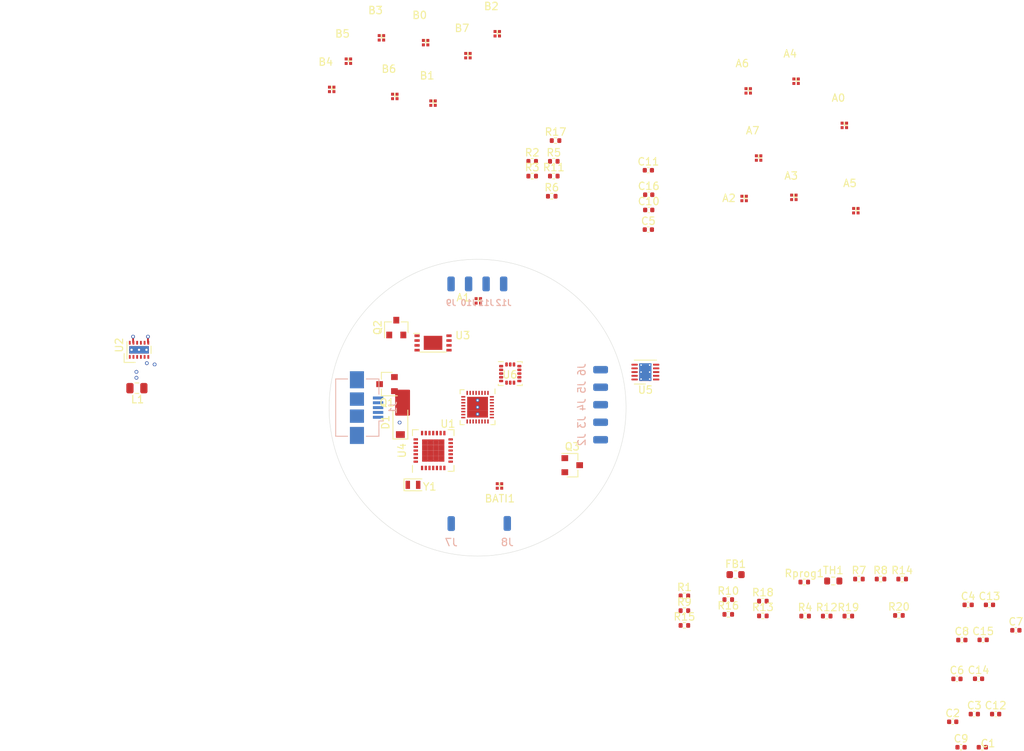
<source format=kicad_pcb>
(kicad_pcb (version 20171130) (host pcbnew 5.1.8+dfsg1-1~bpo10+1)

  (general
    (thickness 1.6)
    (drawings 6)
    (tracks 9)
    (zones 0)
    (modules 80)
    (nets 88)
  )

  (page A4)
  (layers
    (0 F.Cu signal)
    (1 In1.Cu signal)
    (2 In2.Cu signal)
    (31 B.Cu signal)
    (32 B.Adhes user)
    (33 F.Adhes user)
    (34 B.Paste user)
    (35 F.Paste user)
    (36 B.SilkS user)
    (37 F.SilkS user)
    (38 B.Mask user)
    (39 F.Mask user)
    (40 Dwgs.User user)
    (41 Cmts.User user)
    (42 Eco1.User user)
    (43 Eco2.User user)
    (44 Edge.Cuts user)
    (45 Margin user)
    (46 B.CrtYd user)
    (47 F.CrtYd user)
    (48 B.Fab user hide)
    (49 F.Fab user hide)
  )

  (setup
    (last_trace_width 0.25)
    (user_trace_width 0.3)
    (user_trace_width 0.35)
    (user_trace_width 0.4)
    (trace_clearance 0.2)
    (zone_clearance 0)
    (zone_45_only no)
    (trace_min 0.2)
    (via_size 0.5)
    (via_drill 0.3)
    (via_min_size 0.4)
    (via_min_drill 0.3)
    (uvia_size 0.3)
    (uvia_drill 0.1)
    (uvias_allowed no)
    (uvia_min_size 0.2)
    (uvia_min_drill 0.1)
    (edge_width 0.05)
    (segment_width 0.2)
    (pcb_text_width 0.3)
    (pcb_text_size 1.5 1.5)
    (mod_edge_width 0.12)
    (mod_text_size 1 1)
    (mod_text_width 0.15)
    (pad_size 0.975 1.4)
    (pad_drill 0)
    (pad_to_mask_clearance 0.051)
    (solder_mask_min_width 0.25)
    (aux_axis_origin 0 0)
    (visible_elements 7FFFFFFF)
    (pcbplotparams
      (layerselection 0x010fc_ffffffff)
      (usegerberextensions false)
      (usegerberattributes false)
      (usegerberadvancedattributes false)
      (creategerberjobfile false)
      (excludeedgelayer true)
      (linewidth 0.100000)
      (plotframeref false)
      (viasonmask false)
      (mode 1)
      (useauxorigin false)
      (hpglpennumber 1)
      (hpglpenspeed 20)
      (hpglpendiameter 15.000000)
      (psnegative false)
      (psa4output false)
      (plotreference true)
      (plotvalue true)
      (plotinvisibletext false)
      (padsonsilk false)
      (subtractmaskfromsilk false)
      (outputformat 1)
      (mirror false)
      (drillshape 1)
      (scaleselection 1)
      (outputdirectory ""))
  )

  (net 0 "")
  (net 1 G0)
  (net 2 R0)
  (net 3 B0)
  (net 4 CH0)
  (net 5 G1)
  (net 6 R1)
  (net 7 B1)
  (net 8 G2)
  (net 9 R2)
  (net 10 B2)
  (net 11 G3)
  (net 12 R3)
  (net 13 B3)
  (net 14 G4)
  (net 15 R4)
  (net 16 B4)
  (net 17 G5)
  (net 18 R5)
  (net 19 B5)
  (net 20 G6)
  (net 21 B6)
  (net 22 R6)
  (net 23 G7)
  (net 24 B7)
  (net 25 R7)
  (net 26 CH1)
  (net 27 "Net-(BATI1-Pad2)")
  (net 28 "Net-(BATI1-Pad3)")
  (net 29 "Net-(BATI1-Pad1)")
  (net 30 VBUS)
  (net 31 GND)
  (net 32 "Net-(C1-Pad1)")
  (net 33 OSC32_IN)
  (net 34 OSC32_OUT)
  (net 35 +BATT)
  (net 36 -BATT)
  (net 37 NRST)
  (net 38 VCC)
  (net 39 Vled)
  (net 40 THERM)
  (net 41 "Net-(R2-Pad1)")
  (net 42 "Net-(R3-Pad1)")
  (net 43 I2C1_SDA)
  (net 44 I2C2_SCL)
  (net 45 "Net-(R8-Pad2)")
  (net 46 "Net-(R9-Pad2)")
  (net 47 "Net-(R10-Pad2)")
  (net 48 I2C2_SDA)
  (net 49 SWCLK)
  (net 50 "Net-(Rprog1-Pad2)")
  (net 51 VSEL1)
  (net 52 VSEL2)
  (net 53 VSEL3)
  (net 54 PG)
  (net 55 CTRL)
  (net 56 "Net-(L1-Pad1)")
  (net 57 "Net-(U3-Pad9)")
  (net 58 ALARMB)
  (net 59 SWDIO)
  (net 60 "Net-(U4-Pad17)")
  (net 61 "Net-(U4-Pad16)")
  (net 62 "Net-(U4-Pad15)")
  (net 63 INT2)
  (net 64 INT1)
  (net 65 S2)
  (net 66 S1)
  (net 67 "Net-(U4-Pad10)")
  (net 68 UART2_RX)
  (net 69 UART2_TX)
  (net 70 "Net-(U4-Pad7)")
  (net 71 "Net-(U4-Pad6)")
  (net 72 "Net-(U6-Pad16)")
  (net 73 "Net-(U6-Pad15)")
  (net 74 "Net-(U6-Pad13)")
  (net 75 "Net-(U6-Pad8)")
  (net 76 "Net-(U6-Pad3)")
  (net 77 "Net-(U6-Pad2)")
  (net 78 "Net-(C14-Pad2)")
  (net 79 "Net-(R15-Pad2)")
  (net 80 "Net-(R17-Pad1)")
  (net 81 IN_EN)
  (net 82 "Net-(FB1-Pad2)")
  (net 83 I2C1_SCL)
  (net 84 "Net-(J1-Pad6)")
  (net 85 "Net-(J1-Pad4)")
  (net 86 "Net-(J1-Pad3)")
  (net 87 "Net-(J1-Pad2)")

  (net_class Default "This is the default net class."
    (clearance 0.2)
    (trace_width 0.25)
    (via_dia 0.5)
    (via_drill 0.3)
    (uvia_dia 0.3)
    (uvia_drill 0.1)
    (add_net +BATT)
    (add_net -BATT)
    (add_net ALARMB)
    (add_net B0)
    (add_net B1)
    (add_net B2)
    (add_net B3)
    (add_net B4)
    (add_net B5)
    (add_net B6)
    (add_net B7)
    (add_net CH0)
    (add_net CH1)
    (add_net CTRL)
    (add_net G0)
    (add_net G1)
    (add_net G2)
    (add_net G3)
    (add_net G4)
    (add_net G5)
    (add_net G6)
    (add_net G7)
    (add_net GND)
    (add_net I2C1_SCL)
    (add_net I2C1_SDA)
    (add_net I2C2_SCL)
    (add_net I2C2_SDA)
    (add_net INT1)
    (add_net INT2)
    (add_net IN_EN)
    (add_net NRST)
    (add_net "Net-(BATI1-Pad1)")
    (add_net "Net-(BATI1-Pad2)")
    (add_net "Net-(BATI1-Pad3)")
    (add_net "Net-(C1-Pad1)")
    (add_net "Net-(C14-Pad2)")
    (add_net "Net-(FB1-Pad2)")
    (add_net "Net-(J1-Pad2)")
    (add_net "Net-(J1-Pad3)")
    (add_net "Net-(J1-Pad4)")
    (add_net "Net-(J1-Pad6)")
    (add_net "Net-(L1-Pad1)")
    (add_net "Net-(R10-Pad2)")
    (add_net "Net-(R15-Pad2)")
    (add_net "Net-(R17-Pad1)")
    (add_net "Net-(R2-Pad1)")
    (add_net "Net-(R3-Pad1)")
    (add_net "Net-(R8-Pad2)")
    (add_net "Net-(R9-Pad2)")
    (add_net "Net-(Rprog1-Pad2)")
    (add_net "Net-(U3-Pad9)")
    (add_net "Net-(U4-Pad10)")
    (add_net "Net-(U4-Pad15)")
    (add_net "Net-(U4-Pad16)")
    (add_net "Net-(U4-Pad17)")
    (add_net "Net-(U4-Pad6)")
    (add_net "Net-(U4-Pad7)")
    (add_net "Net-(U6-Pad13)")
    (add_net "Net-(U6-Pad15)")
    (add_net "Net-(U6-Pad16)")
    (add_net "Net-(U6-Pad2)")
    (add_net "Net-(U6-Pad3)")
    (add_net "Net-(U6-Pad8)")
    (add_net OSC32_IN)
    (add_net OSC32_OUT)
    (add_net PG)
    (add_net R0)
    (add_net R1)
    (add_net R2)
    (add_net R3)
    (add_net R4)
    (add_net R5)
    (add_net R6)
    (add_net R7)
    (add_net S1)
    (add_net S2)
    (add_net SWCLK)
    (add_net SWDIO)
    (add_net THERM)
    (add_net UART2_RX)
    (add_net UART2_TX)
    (add_net VBUS)
    (add_net VCC)
    (add_net VSEL1)
    (add_net VSEL2)
    (add_net VSEL3)
    (add_net Vled)
  )

  (module Resistor_SMD:R_0603_1608Metric (layer F.Cu) (tedit 5F68FEEE) (tstamp 5FCBE5F6)
    (at 222.905001 98.355001)
    (descr "Resistor SMD 0603 (1608 Metric), square (rectangular) end terminal, IPC_7351 nominal, (Body size source: IPC-SM-782 page 72, https://www.pcb-3d.com/wordpress/wp-content/uploads/ipc-sm-782a_amendment_1_and_2.pdf), generated with kicad-footprint-generator")
    (tags resistor)
    (path /5FA595B0)
    (attr smd)
    (fp_text reference TH1 (at 0 -1.43) (layer F.SilkS)
      (effects (font (size 1 1) (thickness 0.15)))
    )
    (fp_text value 10K_Thermistor_NTC (at 0 1.43) (layer F.Fab)
      (effects (font (size 1 1) (thickness 0.15)))
    )
    (fp_text user %R (at 0 0) (layer F.Fab)
      (effects (font (size 0.4 0.4) (thickness 0.06)))
    )
    (fp_line (start -0.8 0.4125) (end -0.8 -0.4125) (layer F.Fab) (width 0.1))
    (fp_line (start -0.8 -0.4125) (end 0.8 -0.4125) (layer F.Fab) (width 0.1))
    (fp_line (start 0.8 -0.4125) (end 0.8 0.4125) (layer F.Fab) (width 0.1))
    (fp_line (start 0.8 0.4125) (end -0.8 0.4125) (layer F.Fab) (width 0.1))
    (fp_line (start -0.237258 -0.5225) (end 0.237258 -0.5225) (layer F.SilkS) (width 0.12))
    (fp_line (start -0.237258 0.5225) (end 0.237258 0.5225) (layer F.SilkS) (width 0.12))
    (fp_line (start -1.48 0.73) (end -1.48 -0.73) (layer F.CrtYd) (width 0.05))
    (fp_line (start -1.48 -0.73) (end 1.48 -0.73) (layer F.CrtYd) (width 0.05))
    (fp_line (start 1.48 -0.73) (end 1.48 0.73) (layer F.CrtYd) (width 0.05))
    (fp_line (start 1.48 0.73) (end -1.48 0.73) (layer F.CrtYd) (width 0.05))
    (pad 2 smd roundrect (at 0.825 0) (size 0.8 0.95) (layers F.Cu F.Paste F.Mask) (roundrect_rratio 0.25)
      (net 40 THERM))
    (pad 1 smd roundrect (at -0.825 0) (size 0.8 0.95) (layers F.Cu F.Paste F.Mask) (roundrect_rratio 0.25)
      (net 31 GND))
    (model ${KISYS3DMOD}/Resistor_SMD.3dshapes/R_0603_1608Metric.wrl
      (at (xyz 0 0 0))
      (scale (xyz 1 1 1))
      (rotate (xyz 0 0 0))
    )
  )

  (module Resistor_SMD:R_0402_1005Metric (layer F.Cu) (tedit 5F68FEEE) (tstamp 5FCBE5E5)
    (at 219 98.5)
    (descr "Resistor SMD 0402 (1005 Metric), square (rectangular) end terminal, IPC_7351 nominal, (Body size source: IPC-SM-782 page 72, https://www.pcb-3d.com/wordpress/wp-content/uploads/ipc-sm-782a_amendment_1_and_2.pdf), generated with kicad-footprint-generator")
    (tags resistor)
    (path /5FA8A81E)
    (attr smd)
    (fp_text reference Rprog1 (at 0 -1.17) (layer F.SilkS)
      (effects (font (size 1 1) (thickness 0.15)))
    )
    (fp_text value 10K (at 0 1.17) (layer F.Fab)
      (effects (font (size 1 1) (thickness 0.15)))
    )
    (fp_text user %R (at 0 0) (layer F.Fab)
      (effects (font (size 0.26 0.26) (thickness 0.04)))
    )
    (fp_line (start -0.525 0.27) (end -0.525 -0.27) (layer F.Fab) (width 0.1))
    (fp_line (start -0.525 -0.27) (end 0.525 -0.27) (layer F.Fab) (width 0.1))
    (fp_line (start 0.525 -0.27) (end 0.525 0.27) (layer F.Fab) (width 0.1))
    (fp_line (start 0.525 0.27) (end -0.525 0.27) (layer F.Fab) (width 0.1))
    (fp_line (start -0.153641 -0.38) (end 0.153641 -0.38) (layer F.SilkS) (width 0.12))
    (fp_line (start -0.153641 0.38) (end 0.153641 0.38) (layer F.SilkS) (width 0.12))
    (fp_line (start -0.93 0.47) (end -0.93 -0.47) (layer F.CrtYd) (width 0.05))
    (fp_line (start -0.93 -0.47) (end 0.93 -0.47) (layer F.CrtYd) (width 0.05))
    (fp_line (start 0.93 -0.47) (end 0.93 0.47) (layer F.CrtYd) (width 0.05))
    (fp_line (start 0.93 0.47) (end -0.93 0.47) (layer F.CrtYd) (width 0.05))
    (pad 2 smd roundrect (at 0.51 0) (size 0.54 0.64) (layers F.Cu F.Paste F.Mask) (roundrect_rratio 0.25)
      (net 50 "Net-(Rprog1-Pad2)"))
    (pad 1 smd roundrect (at -0.51 0) (size 0.54 0.64) (layers F.Cu F.Paste F.Mask) (roundrect_rratio 0.25)
      (net 31 GND))
    (model ${KISYS3DMOD}/Resistor_SMD.3dshapes/R_0402_1005Metric.wrl
      (at (xyz 0 0 0))
      (scale (xyz 1 1 1))
      (rotate (xyz 0 0 0))
    )
  )

  (module Resistor_SMD:R_0402_1005Metric (layer F.Cu) (tedit 5F68FEEE) (tstamp 5FCBE5D4)
    (at 231.75 103)
    (descr "Resistor SMD 0402 (1005 Metric), square (rectangular) end terminal, IPC_7351 nominal, (Body size source: IPC-SM-782 page 72, https://www.pcb-3d.com/wordpress/wp-content/uploads/ipc-sm-782a_amendment_1_and_2.pdf), generated with kicad-footprint-generator")
    (tags resistor)
    (path /5FD69596)
    (attr smd)
    (fp_text reference R20 (at 0 -1.17) (layer F.SilkS)
      (effects (font (size 1 1) (thickness 0.15)))
    )
    (fp_text value 10K (at 0 1.17) (layer F.Fab)
      (effects (font (size 1 1) (thickness 0.15)))
    )
    (fp_text user %R (at 0 0) (layer F.Fab)
      (effects (font (size 0.26 0.26) (thickness 0.04)))
    )
    (fp_line (start -0.525 0.27) (end -0.525 -0.27) (layer F.Fab) (width 0.1))
    (fp_line (start -0.525 -0.27) (end 0.525 -0.27) (layer F.Fab) (width 0.1))
    (fp_line (start 0.525 -0.27) (end 0.525 0.27) (layer F.Fab) (width 0.1))
    (fp_line (start 0.525 0.27) (end -0.525 0.27) (layer F.Fab) (width 0.1))
    (fp_line (start -0.153641 -0.38) (end 0.153641 -0.38) (layer F.SilkS) (width 0.12))
    (fp_line (start -0.153641 0.38) (end 0.153641 0.38) (layer F.SilkS) (width 0.12))
    (fp_line (start -0.93 0.47) (end -0.93 -0.47) (layer F.CrtYd) (width 0.05))
    (fp_line (start -0.93 -0.47) (end 0.93 -0.47) (layer F.CrtYd) (width 0.05))
    (fp_line (start 0.93 -0.47) (end 0.93 0.47) (layer F.CrtYd) (width 0.05))
    (fp_line (start 0.93 0.47) (end -0.93 0.47) (layer F.CrtYd) (width 0.05))
    (pad 2 smd roundrect (at 0.51 0) (size 0.54 0.64) (layers F.Cu F.Paste F.Mask) (roundrect_rratio 0.25)
      (net 31 GND))
    (pad 1 smd roundrect (at -0.51 0) (size 0.54 0.64) (layers F.Cu F.Paste F.Mask) (roundrect_rratio 0.25)
      (net 65 S2))
    (model ${KISYS3DMOD}/Resistor_SMD.3dshapes/R_0402_1005Metric.wrl
      (at (xyz 0 0 0))
      (scale (xyz 1 1 1))
      (rotate (xyz 0 0 0))
    )
  )

  (module Resistor_SMD:R_0402_1005Metric (layer F.Cu) (tedit 5F68FEEE) (tstamp 5FCBE5C3)
    (at 224.935001 103.085001)
    (descr "Resistor SMD 0402 (1005 Metric), square (rectangular) end terminal, IPC_7351 nominal, (Body size source: IPC-SM-782 page 72, https://www.pcb-3d.com/wordpress/wp-content/uploads/ipc-sm-782a_amendment_1_and_2.pdf), generated with kicad-footprint-generator")
    (tags resistor)
    (path /5FD68C88)
    (attr smd)
    (fp_text reference R19 (at 0 -1.17) (layer F.SilkS)
      (effects (font (size 1 1) (thickness 0.15)))
    )
    (fp_text value 10K (at 0 1.17) (layer F.Fab)
      (effects (font (size 1 1) (thickness 0.15)))
    )
    (fp_text user %R (at 0 0) (layer F.Fab)
      (effects (font (size 0.26 0.26) (thickness 0.04)))
    )
    (fp_line (start -0.525 0.27) (end -0.525 -0.27) (layer F.Fab) (width 0.1))
    (fp_line (start -0.525 -0.27) (end 0.525 -0.27) (layer F.Fab) (width 0.1))
    (fp_line (start 0.525 -0.27) (end 0.525 0.27) (layer F.Fab) (width 0.1))
    (fp_line (start 0.525 0.27) (end -0.525 0.27) (layer F.Fab) (width 0.1))
    (fp_line (start -0.153641 -0.38) (end 0.153641 -0.38) (layer F.SilkS) (width 0.12))
    (fp_line (start -0.153641 0.38) (end 0.153641 0.38) (layer F.SilkS) (width 0.12))
    (fp_line (start -0.93 0.47) (end -0.93 -0.47) (layer F.CrtYd) (width 0.05))
    (fp_line (start -0.93 -0.47) (end 0.93 -0.47) (layer F.CrtYd) (width 0.05))
    (fp_line (start 0.93 -0.47) (end 0.93 0.47) (layer F.CrtYd) (width 0.05))
    (fp_line (start 0.93 0.47) (end -0.93 0.47) (layer F.CrtYd) (width 0.05))
    (pad 2 smd roundrect (at 0.51 0) (size 0.54 0.64) (layers F.Cu F.Paste F.Mask) (roundrect_rratio 0.25)
      (net 31 GND))
    (pad 1 smd roundrect (at -0.51 0) (size 0.54 0.64) (layers F.Cu F.Paste F.Mask) (roundrect_rratio 0.25)
      (net 66 S1))
    (model ${KISYS3DMOD}/Resistor_SMD.3dshapes/R_0402_1005Metric.wrl
      (at (xyz 0 0 0))
      (scale (xyz 1 1 1))
      (rotate (xyz 0 0 0))
    )
  )

  (module Resistor_SMD:R_0402_1005Metric (layer F.Cu) (tedit 5F68FEEE) (tstamp 5FCBE5B2)
    (at 213.425001 101.075001)
    (descr "Resistor SMD 0402 (1005 Metric), square (rectangular) end terminal, IPC_7351 nominal, (Body size source: IPC-SM-782 page 72, https://www.pcb-3d.com/wordpress/wp-content/uploads/ipc-sm-782a_amendment_1_and_2.pdf), generated with kicad-footprint-generator")
    (tags resistor)
    (path /5FEDEE6F)
    (attr smd)
    (fp_text reference R18 (at 0 -1.17) (layer F.SilkS)
      (effects (font (size 1 1) (thickness 0.15)))
    )
    (fp_text value IN_EN (at 0 1.17) (layer F.Fab)
      (effects (font (size 1 1) (thickness 0.15)))
    )
    (fp_text user %R (at 0 0) (layer F.Fab)
      (effects (font (size 0.26 0.26) (thickness 0.04)))
    )
    (fp_line (start -0.525 0.27) (end -0.525 -0.27) (layer F.Fab) (width 0.1))
    (fp_line (start -0.525 -0.27) (end 0.525 -0.27) (layer F.Fab) (width 0.1))
    (fp_line (start 0.525 -0.27) (end 0.525 0.27) (layer F.Fab) (width 0.1))
    (fp_line (start 0.525 0.27) (end -0.525 0.27) (layer F.Fab) (width 0.1))
    (fp_line (start -0.153641 -0.38) (end 0.153641 -0.38) (layer F.SilkS) (width 0.12))
    (fp_line (start -0.153641 0.38) (end 0.153641 0.38) (layer F.SilkS) (width 0.12))
    (fp_line (start -0.93 0.47) (end -0.93 -0.47) (layer F.CrtYd) (width 0.05))
    (fp_line (start -0.93 -0.47) (end 0.93 -0.47) (layer F.CrtYd) (width 0.05))
    (fp_line (start 0.93 -0.47) (end 0.93 0.47) (layer F.CrtYd) (width 0.05))
    (fp_line (start 0.93 0.47) (end -0.93 0.47) (layer F.CrtYd) (width 0.05))
    (pad 2 smd roundrect (at 0.51 0) (size 0.54 0.64) (layers F.Cu F.Paste F.Mask) (roundrect_rratio 0.25)
      (net 38 VCC))
    (pad 1 smd roundrect (at -0.51 0) (size 0.54 0.64) (layers F.Cu F.Paste F.Mask) (roundrect_rratio 0.25)
      (net 81 IN_EN))
    (model ${KISYS3DMOD}/Resistor_SMD.3dshapes/R_0402_1005Metric.wrl
      (at (xyz 0 0 0))
      (scale (xyz 1 1 1))
      (rotate (xyz 0 0 0))
    )
  )

  (module Resistor_SMD:R_0402_1005Metric (layer F.Cu) (tedit 5F68FEEE) (tstamp 5FCBE581)
    (at 208.765001 102.855001)
    (descr "Resistor SMD 0402 (1005 Metric), square (rectangular) end terminal, IPC_7351 nominal, (Body size source: IPC-SM-782 page 72, https://www.pcb-3d.com/wordpress/wp-content/uploads/ipc-sm-782a_amendment_1_and_2.pdf), generated with kicad-footprint-generator")
    (tags resistor)
    (path /5FE80653)
    (attr smd)
    (fp_text reference R16 (at 0 -1.17) (layer F.SilkS)
      (effects (font (size 1 1) (thickness 0.15)))
    )
    (fp_text value 4.7K (at 0 1.17) (layer F.Fab)
      (effects (font (size 1 1) (thickness 0.15)))
    )
    (fp_text user %R (at 0 0) (layer F.Fab)
      (effects (font (size 0.26 0.26) (thickness 0.04)))
    )
    (fp_line (start -0.525 0.27) (end -0.525 -0.27) (layer F.Fab) (width 0.1))
    (fp_line (start -0.525 -0.27) (end 0.525 -0.27) (layer F.Fab) (width 0.1))
    (fp_line (start 0.525 -0.27) (end 0.525 0.27) (layer F.Fab) (width 0.1))
    (fp_line (start 0.525 0.27) (end -0.525 0.27) (layer F.Fab) (width 0.1))
    (fp_line (start -0.153641 -0.38) (end 0.153641 -0.38) (layer F.SilkS) (width 0.12))
    (fp_line (start -0.153641 0.38) (end 0.153641 0.38) (layer F.SilkS) (width 0.12))
    (fp_line (start -0.93 0.47) (end -0.93 -0.47) (layer F.CrtYd) (width 0.05))
    (fp_line (start -0.93 -0.47) (end 0.93 -0.47) (layer F.CrtYd) (width 0.05))
    (fp_line (start 0.93 -0.47) (end 0.93 0.47) (layer F.CrtYd) (width 0.05))
    (fp_line (start 0.93 0.47) (end -0.93 0.47) (layer F.CrtYd) (width 0.05))
    (pad 2 smd roundrect (at 0.51 0) (size 0.54 0.64) (layers F.Cu F.Paste F.Mask) (roundrect_rratio 0.25)
      (net 44 I2C2_SCL))
    (pad 1 smd roundrect (at -0.51 0) (size 0.54 0.64) (layers F.Cu F.Paste F.Mask) (roundrect_rratio 0.25)
      (net 38 VCC))
    (model ${KISYS3DMOD}/Resistor_SMD.3dshapes/R_0402_1005Metric.wrl
      (at (xyz 0 0 0))
      (scale (xyz 1 1 1))
      (rotate (xyz 0 0 0))
    )
  )

  (module Resistor_SMD:R_0402_1005Metric (layer F.Cu) (tedit 5F68FEEE) (tstamp 5FCBE570)
    (at 202.855001 104.345001)
    (descr "Resistor SMD 0402 (1005 Metric), square (rectangular) end terminal, IPC_7351 nominal, (Body size source: IPC-SM-782 page 72, https://www.pcb-3d.com/wordpress/wp-content/uploads/ipc-sm-782a_amendment_1_and_2.pdf), generated with kicad-footprint-generator")
    (tags resistor)
    (path /5FE6E4F4)
    (attr smd)
    (fp_text reference R15 (at 0 -1.17) (layer F.SilkS)
      (effects (font (size 1 1) (thickness 0.15)))
    )
    (fp_text value IREF (at 0 1.17) (layer F.Fab)
      (effects (font (size 1 1) (thickness 0.15)))
    )
    (fp_text user %R (at 0 0) (layer F.Fab)
      (effects (font (size 0.26 0.26) (thickness 0.04)))
    )
    (fp_line (start -0.525 0.27) (end -0.525 -0.27) (layer F.Fab) (width 0.1))
    (fp_line (start -0.525 -0.27) (end 0.525 -0.27) (layer F.Fab) (width 0.1))
    (fp_line (start 0.525 -0.27) (end 0.525 0.27) (layer F.Fab) (width 0.1))
    (fp_line (start 0.525 0.27) (end -0.525 0.27) (layer F.Fab) (width 0.1))
    (fp_line (start -0.153641 -0.38) (end 0.153641 -0.38) (layer F.SilkS) (width 0.12))
    (fp_line (start -0.153641 0.38) (end 0.153641 0.38) (layer F.SilkS) (width 0.12))
    (fp_line (start -0.93 0.47) (end -0.93 -0.47) (layer F.CrtYd) (width 0.05))
    (fp_line (start -0.93 -0.47) (end 0.93 -0.47) (layer F.CrtYd) (width 0.05))
    (fp_line (start 0.93 -0.47) (end 0.93 0.47) (layer F.CrtYd) (width 0.05))
    (fp_line (start 0.93 0.47) (end -0.93 0.47) (layer F.CrtYd) (width 0.05))
    (pad 2 smd roundrect (at 0.51 0) (size 0.54 0.64) (layers F.Cu F.Paste F.Mask) (roundrect_rratio 0.25)
      (net 79 "Net-(R15-Pad2)"))
    (pad 1 smd roundrect (at -0.51 0) (size 0.54 0.64) (layers F.Cu F.Paste F.Mask) (roundrect_rratio 0.25)
      (net 31 GND))
    (model ${KISYS3DMOD}/Resistor_SMD.3dshapes/R_0402_1005Metric.wrl
      (at (xyz 0 0 0))
      (scale (xyz 1 1 1))
      (rotate (xyz 0 0 0))
    )
  )

  (module Resistor_SMD:R_0402_1005Metric (layer F.Cu) (tedit 5F68FEEE) (tstamp 5FCBE55F)
    (at 232.185001 98.095001)
    (descr "Resistor SMD 0402 (1005 Metric), square (rectangular) end terminal, IPC_7351 nominal, (Body size source: IPC-SM-782 page 72, https://www.pcb-3d.com/wordpress/wp-content/uploads/ipc-sm-782a_amendment_1_and_2.pdf), generated with kicad-footprint-generator")
    (tags resistor)
    (path /5FE8517F)
    (attr smd)
    (fp_text reference R14 (at 0 -1.17) (layer F.SilkS)
      (effects (font (size 1 1) (thickness 0.15)))
    )
    (fp_text value 4.7K (at 0 1.17) (layer F.Fab)
      (effects (font (size 1 1) (thickness 0.15)))
    )
    (fp_text user %R (at 0 0) (layer F.Fab)
      (effects (font (size 0.26 0.26) (thickness 0.04)))
    )
    (fp_line (start -0.525 0.27) (end -0.525 -0.27) (layer F.Fab) (width 0.1))
    (fp_line (start -0.525 -0.27) (end 0.525 -0.27) (layer F.Fab) (width 0.1))
    (fp_line (start 0.525 -0.27) (end 0.525 0.27) (layer F.Fab) (width 0.1))
    (fp_line (start 0.525 0.27) (end -0.525 0.27) (layer F.Fab) (width 0.1))
    (fp_line (start -0.153641 -0.38) (end 0.153641 -0.38) (layer F.SilkS) (width 0.12))
    (fp_line (start -0.153641 0.38) (end 0.153641 0.38) (layer F.SilkS) (width 0.12))
    (fp_line (start -0.93 0.47) (end -0.93 -0.47) (layer F.CrtYd) (width 0.05))
    (fp_line (start -0.93 -0.47) (end 0.93 -0.47) (layer F.CrtYd) (width 0.05))
    (fp_line (start 0.93 -0.47) (end 0.93 0.47) (layer F.CrtYd) (width 0.05))
    (fp_line (start 0.93 0.47) (end -0.93 0.47) (layer F.CrtYd) (width 0.05))
    (pad 2 smd roundrect (at 0.51 0) (size 0.54 0.64) (layers F.Cu F.Paste F.Mask) (roundrect_rratio 0.25)
      (net 48 I2C2_SDA))
    (pad 1 smd roundrect (at -0.51 0) (size 0.54 0.64) (layers F.Cu F.Paste F.Mask) (roundrect_rratio 0.25)
      (net 38 VCC))
    (model ${KISYS3DMOD}/Resistor_SMD.3dshapes/R_0402_1005Metric.wrl
      (at (xyz 0 0 0))
      (scale (xyz 1 1 1))
      (rotate (xyz 0 0 0))
    )
  )

  (module Resistor_SMD:R_0402_1005Metric (layer F.Cu) (tedit 5F68FEEE) (tstamp 5FCBE54E)
    (at 213.425001 103.065001)
    (descr "Resistor SMD 0402 (1005 Metric), square (rectangular) end terminal, IPC_7351 nominal, (Body size source: IPC-SM-782 page 72, https://www.pcb-3d.com/wordpress/wp-content/uploads/ipc-sm-782a_amendment_1_and_2.pdf), generated with kicad-footprint-generator")
    (tags resistor)
    (path /5FDE624D)
    (attr smd)
    (fp_text reference R13 (at 0 -1.17) (layer F.SilkS)
      (effects (font (size 1 1) (thickness 0.15)))
    )
    (fp_text value 0R (at 0 1.17) (layer F.Fab)
      (effects (font (size 1 1) (thickness 0.15)))
    )
    (fp_text user %R (at 0 0) (layer F.Fab)
      (effects (font (size 0.26 0.26) (thickness 0.04)))
    )
    (fp_line (start -0.525 0.27) (end -0.525 -0.27) (layer F.Fab) (width 0.1))
    (fp_line (start -0.525 -0.27) (end 0.525 -0.27) (layer F.Fab) (width 0.1))
    (fp_line (start 0.525 -0.27) (end 0.525 0.27) (layer F.Fab) (width 0.1))
    (fp_line (start 0.525 0.27) (end -0.525 0.27) (layer F.Fab) (width 0.1))
    (fp_line (start -0.153641 -0.38) (end 0.153641 -0.38) (layer F.SilkS) (width 0.12))
    (fp_line (start -0.153641 0.38) (end 0.153641 0.38) (layer F.SilkS) (width 0.12))
    (fp_line (start -0.93 0.47) (end -0.93 -0.47) (layer F.CrtYd) (width 0.05))
    (fp_line (start -0.93 -0.47) (end 0.93 -0.47) (layer F.CrtYd) (width 0.05))
    (fp_line (start 0.93 -0.47) (end 0.93 0.47) (layer F.CrtYd) (width 0.05))
    (fp_line (start 0.93 0.47) (end -0.93 0.47) (layer F.CrtYd) (width 0.05))
    (pad 2 smd roundrect (at 0.51 0) (size 0.54 0.64) (layers F.Cu F.Paste F.Mask) (roundrect_rratio 0.25)
      (net 31 GND))
    (pad 1 smd roundrect (at -0.51 0) (size 0.54 0.64) (layers F.Cu F.Paste F.Mask) (roundrect_rratio 0.25)
      (net 37 NRST))
    (model ${KISYS3DMOD}/Resistor_SMD.3dshapes/R_0402_1005Metric.wrl
      (at (xyz 0 0 0))
      (scale (xyz 1 1 1))
      (rotate (xyz 0 0 0))
    )
  )

  (module Resistor_SMD:R_0402_1005Metric (layer F.Cu) (tedit 5F68FEEE) (tstamp 5FCBE53D)
    (at 222.025001 103.085001)
    (descr "Resistor SMD 0402 (1005 Metric), square (rectangular) end terminal, IPC_7351 nominal, (Body size source: IPC-SM-782 page 72, https://www.pcb-3d.com/wordpress/wp-content/uploads/ipc-sm-782a_amendment_1_and_2.pdf), generated with kicad-footprint-generator")
    (tags resistor)
    (path /5FC77B28)
    (attr smd)
    (fp_text reference R12 (at 0 -1.17) (layer F.SilkS)
      (effects (font (size 1 1) (thickness 0.15)))
    )
    (fp_text value 10K (at 0 1.17) (layer F.Fab)
      (effects (font (size 1 1) (thickness 0.15)))
    )
    (fp_text user %R (at 0 0) (layer F.Fab)
      (effects (font (size 0.26 0.26) (thickness 0.04)))
    )
    (fp_line (start -0.525 0.27) (end -0.525 -0.27) (layer F.Fab) (width 0.1))
    (fp_line (start -0.525 -0.27) (end 0.525 -0.27) (layer F.Fab) (width 0.1))
    (fp_line (start 0.525 -0.27) (end 0.525 0.27) (layer F.Fab) (width 0.1))
    (fp_line (start 0.525 0.27) (end -0.525 0.27) (layer F.Fab) (width 0.1))
    (fp_line (start -0.153641 -0.38) (end 0.153641 -0.38) (layer F.SilkS) (width 0.12))
    (fp_line (start -0.153641 0.38) (end 0.153641 0.38) (layer F.SilkS) (width 0.12))
    (fp_line (start -0.93 0.47) (end -0.93 -0.47) (layer F.CrtYd) (width 0.05))
    (fp_line (start -0.93 -0.47) (end 0.93 -0.47) (layer F.CrtYd) (width 0.05))
    (fp_line (start 0.93 -0.47) (end 0.93 0.47) (layer F.CrtYd) (width 0.05))
    (fp_line (start 0.93 0.47) (end -0.93 0.47) (layer F.CrtYd) (width 0.05))
    (pad 2 smd roundrect (at 0.51 0) (size 0.54 0.64) (layers F.Cu F.Paste F.Mask) (roundrect_rratio 0.25)
      (net 31 GND))
    (pad 1 smd roundrect (at -0.51 0) (size 0.54 0.64) (layers F.Cu F.Paste F.Mask) (roundrect_rratio 0.25)
      (net 49 SWCLK))
    (model ${KISYS3DMOD}/Resistor_SMD.3dshapes/R_0402_1005Metric.wrl
      (at (xyz 0 0 0))
      (scale (xyz 1 1 1))
      (rotate (xyz 0 0 0))
    )
  )

  (module Resistor_SMD:R_0402_1005Metric (layer F.Cu) (tedit 5F68FEEE) (tstamp 5FCBE50C)
    (at 208.765001 100.865001)
    (descr "Resistor SMD 0402 (1005 Metric), square (rectangular) end terminal, IPC_7351 nominal, (Body size source: IPC-SM-782 page 72, https://www.pcb-3d.com/wordpress/wp-content/uploads/ipc-sm-782a_amendment_1_and_2.pdf), generated with kicad-footprint-generator")
    (tags resistor)
    (path /5FA7ACE8)
    (attr smd)
    (fp_text reference R10 (at 0 -1.17) (layer F.SilkS)
      (effects (font (size 1 1) (thickness 0.15)))
    )
    (fp_text value R_Small (at 0 1.17) (layer F.Fab)
      (effects (font (size 1 1) (thickness 0.15)))
    )
    (fp_text user %R (at 0 0) (layer F.Fab)
      (effects (font (size 0.26 0.26) (thickness 0.04)))
    )
    (fp_line (start -0.525 0.27) (end -0.525 -0.27) (layer F.Fab) (width 0.1))
    (fp_line (start -0.525 -0.27) (end 0.525 -0.27) (layer F.Fab) (width 0.1))
    (fp_line (start 0.525 -0.27) (end 0.525 0.27) (layer F.Fab) (width 0.1))
    (fp_line (start 0.525 0.27) (end -0.525 0.27) (layer F.Fab) (width 0.1))
    (fp_line (start -0.153641 -0.38) (end 0.153641 -0.38) (layer F.SilkS) (width 0.12))
    (fp_line (start -0.153641 0.38) (end 0.153641 0.38) (layer F.SilkS) (width 0.12))
    (fp_line (start -0.93 0.47) (end -0.93 -0.47) (layer F.CrtYd) (width 0.05))
    (fp_line (start -0.93 -0.47) (end 0.93 -0.47) (layer F.CrtYd) (width 0.05))
    (fp_line (start 0.93 -0.47) (end 0.93 0.47) (layer F.CrtYd) (width 0.05))
    (fp_line (start 0.93 0.47) (end -0.93 0.47) (layer F.CrtYd) (width 0.05))
    (pad 2 smd roundrect (at 0.51 0) (size 0.54 0.64) (layers F.Cu F.Paste F.Mask) (roundrect_rratio 0.25)
      (net 47 "Net-(R10-Pad2)"))
    (pad 1 smd roundrect (at -0.51 0) (size 0.54 0.64) (layers F.Cu F.Paste F.Mask) (roundrect_rratio 0.25)
      (net 28 "Net-(BATI1-Pad3)"))
    (model ${KISYS3DMOD}/Resistor_SMD.3dshapes/R_0402_1005Metric.wrl
      (at (xyz 0 0 0))
      (scale (xyz 1 1 1))
      (rotate (xyz 0 0 0))
    )
  )

  (module Resistor_SMD:R_0402_1005Metric (layer F.Cu) (tedit 5F68FEEE) (tstamp 5FCBE4FB)
    (at 202.855001 102.355001)
    (descr "Resistor SMD 0402 (1005 Metric), square (rectangular) end terminal, IPC_7351 nominal, (Body size source: IPC-SM-782 page 72, https://www.pcb-3d.com/wordpress/wp-content/uploads/ipc-sm-782a_amendment_1_and_2.pdf), generated with kicad-footprint-generator")
    (tags resistor)
    (path /5FA691E9)
    (attr smd)
    (fp_text reference R9 (at 0 -1.17) (layer F.SilkS)
      (effects (font (size 1 1) (thickness 0.15)))
    )
    (fp_text value R_Small (at 0 1.17) (layer F.Fab)
      (effects (font (size 1 1) (thickness 0.15)))
    )
    (fp_text user %R (at 0 0) (layer F.Fab)
      (effects (font (size 0.26 0.26) (thickness 0.04)))
    )
    (fp_line (start -0.525 0.27) (end -0.525 -0.27) (layer F.Fab) (width 0.1))
    (fp_line (start -0.525 -0.27) (end 0.525 -0.27) (layer F.Fab) (width 0.1))
    (fp_line (start 0.525 -0.27) (end 0.525 0.27) (layer F.Fab) (width 0.1))
    (fp_line (start 0.525 0.27) (end -0.525 0.27) (layer F.Fab) (width 0.1))
    (fp_line (start -0.153641 -0.38) (end 0.153641 -0.38) (layer F.SilkS) (width 0.12))
    (fp_line (start -0.153641 0.38) (end 0.153641 0.38) (layer F.SilkS) (width 0.12))
    (fp_line (start -0.93 0.47) (end -0.93 -0.47) (layer F.CrtYd) (width 0.05))
    (fp_line (start -0.93 -0.47) (end 0.93 -0.47) (layer F.CrtYd) (width 0.05))
    (fp_line (start 0.93 -0.47) (end 0.93 0.47) (layer F.CrtYd) (width 0.05))
    (fp_line (start 0.93 0.47) (end -0.93 0.47) (layer F.CrtYd) (width 0.05))
    (pad 2 smd roundrect (at 0.51 0) (size 0.54 0.64) (layers F.Cu F.Paste F.Mask) (roundrect_rratio 0.25)
      (net 46 "Net-(R9-Pad2)"))
    (pad 1 smd roundrect (at -0.51 0) (size 0.54 0.64) (layers F.Cu F.Paste F.Mask) (roundrect_rratio 0.25)
      (net 27 "Net-(BATI1-Pad2)"))
    (model ${KISYS3DMOD}/Resistor_SMD.3dshapes/R_0402_1005Metric.wrl
      (at (xyz 0 0 0))
      (scale (xyz 1 1 1))
      (rotate (xyz 0 0 0))
    )
  )

  (module Resistor_SMD:R_0402_1005Metric (layer F.Cu) (tedit 5F68FEEE) (tstamp 5FCBE4EA)
    (at 229.275001 98.095001)
    (descr "Resistor SMD 0402 (1005 Metric), square (rectangular) end terminal, IPC_7351 nominal, (Body size source: IPC-SM-782 page 72, https://www.pcb-3d.com/wordpress/wp-content/uploads/ipc-sm-782a_amendment_1_and_2.pdf), generated with kicad-footprint-generator")
    (tags resistor)
    (path /5FA6880E)
    (attr smd)
    (fp_text reference R8 (at 0 -1.17) (layer F.SilkS)
      (effects (font (size 1 1) (thickness 0.15)))
    )
    (fp_text value R_Small (at 0 1.17) (layer F.Fab)
      (effects (font (size 1 1) (thickness 0.15)))
    )
    (fp_text user %R (at 0 0) (layer F.Fab)
      (effects (font (size 0.26 0.26) (thickness 0.04)))
    )
    (fp_line (start -0.525 0.27) (end -0.525 -0.27) (layer F.Fab) (width 0.1))
    (fp_line (start -0.525 -0.27) (end 0.525 -0.27) (layer F.Fab) (width 0.1))
    (fp_line (start 0.525 -0.27) (end 0.525 0.27) (layer F.Fab) (width 0.1))
    (fp_line (start 0.525 0.27) (end -0.525 0.27) (layer F.Fab) (width 0.1))
    (fp_line (start -0.153641 -0.38) (end 0.153641 -0.38) (layer F.SilkS) (width 0.12))
    (fp_line (start -0.153641 0.38) (end 0.153641 0.38) (layer F.SilkS) (width 0.12))
    (fp_line (start -0.93 0.47) (end -0.93 -0.47) (layer F.CrtYd) (width 0.05))
    (fp_line (start -0.93 -0.47) (end 0.93 -0.47) (layer F.CrtYd) (width 0.05))
    (fp_line (start 0.93 -0.47) (end 0.93 0.47) (layer F.CrtYd) (width 0.05))
    (fp_line (start 0.93 0.47) (end -0.93 0.47) (layer F.CrtYd) (width 0.05))
    (pad 2 smd roundrect (at 0.51 0) (size 0.54 0.64) (layers F.Cu F.Paste F.Mask) (roundrect_rratio 0.25)
      (net 45 "Net-(R8-Pad2)"))
    (pad 1 smd roundrect (at -0.51 0) (size 0.54 0.64) (layers F.Cu F.Paste F.Mask) (roundrect_rratio 0.25)
      (net 29 "Net-(BATI1-Pad1)"))
    (model ${KISYS3DMOD}/Resistor_SMD.3dshapes/R_0402_1005Metric.wrl
      (at (xyz 0 0 0))
      (scale (xyz 1 1 1))
      (rotate (xyz 0 0 0))
    )
  )

  (module Resistor_SMD:R_0402_1005Metric (layer F.Cu) (tedit 5F68FEEE) (tstamp 5FCBE4D9)
    (at 226.365001 98.095001)
    (descr "Resistor SMD 0402 (1005 Metric), square (rectangular) end terminal, IPC_7351 nominal, (Body size source: IPC-SM-782 page 72, https://www.pcb-3d.com/wordpress/wp-content/uploads/ipc-sm-782a_amendment_1_and_2.pdf), generated with kicad-footprint-generator")
    (tags resistor)
    (path /5FCBF0F4)
    (attr smd)
    (fp_text reference R7 (at 0 -1.17) (layer F.SilkS)
      (effects (font (size 1 1) (thickness 0.15)))
    )
    (fp_text value 4.7K (at 0 1.17) (layer F.Fab)
      (effects (font (size 1 1) (thickness 0.15)))
    )
    (fp_text user %R (at 0 0) (layer F.Fab)
      (effects (font (size 0.26 0.26) (thickness 0.04)))
    )
    (fp_line (start -0.525 0.27) (end -0.525 -0.27) (layer F.Fab) (width 0.1))
    (fp_line (start -0.525 -0.27) (end 0.525 -0.27) (layer F.Fab) (width 0.1))
    (fp_line (start 0.525 -0.27) (end 0.525 0.27) (layer F.Fab) (width 0.1))
    (fp_line (start 0.525 0.27) (end -0.525 0.27) (layer F.Fab) (width 0.1))
    (fp_line (start -0.153641 -0.38) (end 0.153641 -0.38) (layer F.SilkS) (width 0.12))
    (fp_line (start -0.153641 0.38) (end 0.153641 0.38) (layer F.SilkS) (width 0.12))
    (fp_line (start -0.93 0.47) (end -0.93 -0.47) (layer F.CrtYd) (width 0.05))
    (fp_line (start -0.93 -0.47) (end 0.93 -0.47) (layer F.CrtYd) (width 0.05))
    (fp_line (start 0.93 -0.47) (end 0.93 0.47) (layer F.CrtYd) (width 0.05))
    (fp_line (start 0.93 0.47) (end -0.93 0.47) (layer F.CrtYd) (width 0.05))
    (pad 2 smd roundrect (at 0.51 0) (size 0.54 0.64) (layers F.Cu F.Paste F.Mask) (roundrect_rratio 0.25)
      (net 38 VCC))
    (pad 1 smd roundrect (at -0.51 0) (size 0.54 0.64) (layers F.Cu F.Paste F.Mask) (roundrect_rratio 0.25)
      (net 44 I2C2_SCL))
    (model ${KISYS3DMOD}/Resistor_SMD.3dshapes/R_0402_1005Metric.wrl
      (at (xyz 0 0 0))
      (scale (xyz 1 1 1))
      (rotate (xyz 0 0 0))
    )
  )

  (module Resistor_SMD:R_0402_1005Metric (layer F.Cu) (tedit 5F68FEEE) (tstamp 5FCBE488)
    (at 219.115001 103.085001)
    (descr "Resistor SMD 0402 (1005 Metric), square (rectangular) end terminal, IPC_7351 nominal, (Body size source: IPC-SM-782 page 72, https://www.pcb-3d.com/wordpress/wp-content/uploads/ipc-sm-782a_amendment_1_and_2.pdf), generated with kicad-footprint-generator")
    (tags resistor)
    (path /5FBF2DF3)
    (attr smd)
    (fp_text reference R4 (at 0 -1.17) (layer F.SilkS)
      (effects (font (size 1 1) (thickness 0.15)))
    )
    (fp_text value 10K (at 0 1.17) (layer F.Fab)
      (effects (font (size 1 1) (thickness 0.15)))
    )
    (fp_text user %R (at 0 0) (layer F.Fab)
      (effects (font (size 0.26 0.26) (thickness 0.04)))
    )
    (fp_line (start -0.525 0.27) (end -0.525 -0.27) (layer F.Fab) (width 0.1))
    (fp_line (start -0.525 -0.27) (end 0.525 -0.27) (layer F.Fab) (width 0.1))
    (fp_line (start 0.525 -0.27) (end 0.525 0.27) (layer F.Fab) (width 0.1))
    (fp_line (start 0.525 0.27) (end -0.525 0.27) (layer F.Fab) (width 0.1))
    (fp_line (start -0.153641 -0.38) (end 0.153641 -0.38) (layer F.SilkS) (width 0.12))
    (fp_line (start -0.153641 0.38) (end 0.153641 0.38) (layer F.SilkS) (width 0.12))
    (fp_line (start -0.93 0.47) (end -0.93 -0.47) (layer F.CrtYd) (width 0.05))
    (fp_line (start -0.93 -0.47) (end 0.93 -0.47) (layer F.CrtYd) (width 0.05))
    (fp_line (start 0.93 -0.47) (end 0.93 0.47) (layer F.CrtYd) (width 0.05))
    (fp_line (start 0.93 0.47) (end -0.93 0.47) (layer F.CrtYd) (width 0.05))
    (pad 2 smd roundrect (at 0.51 0) (size 0.54 0.64) (layers F.Cu F.Paste F.Mask) (roundrect_rratio 0.25)
      (net 31 GND))
    (pad 1 smd roundrect (at -0.51 0) (size 0.54 0.64) (layers F.Cu F.Paste F.Mask) (roundrect_rratio 0.25)
      (net 30 VBUS))
    (model ${KISYS3DMOD}/Resistor_SMD.3dshapes/R_0402_1005Metric.wrl
      (at (xyz 0 0 0))
      (scale (xyz 1 1 1))
      (rotate (xyz 0 0 0))
    )
  )

  (module Resistor_SMD:R_0402_1005Metric (layer F.Cu) (tedit 5F68FEEE) (tstamp 5FCBE437)
    (at 202.855001 100.365001)
    (descr "Resistor SMD 0402 (1005 Metric), square (rectangular) end terminal, IPC_7351 nominal, (Body size source: IPC-SM-782 page 72, https://www.pcb-3d.com/wordpress/wp-content/uploads/ipc-sm-782a_amendment_1_and_2.pdf), generated with kicad-footprint-generator")
    (tags resistor)
    (path /5FD4DA62)
    (attr smd)
    (fp_text reference R1 (at 0 -1.17) (layer F.SilkS)
      (effects (font (size 1 1) (thickness 0.15)))
    )
    (fp_text value 10K (at 0 1.17) (layer F.Fab)
      (effects (font (size 1 1) (thickness 0.15)))
    )
    (fp_text user %R (at 0 0) (layer F.Fab)
      (effects (font (size 0.26 0.26) (thickness 0.04)))
    )
    (fp_line (start -0.525 0.27) (end -0.525 -0.27) (layer F.Fab) (width 0.1))
    (fp_line (start -0.525 -0.27) (end 0.525 -0.27) (layer F.Fab) (width 0.1))
    (fp_line (start 0.525 -0.27) (end 0.525 0.27) (layer F.Fab) (width 0.1))
    (fp_line (start 0.525 0.27) (end -0.525 0.27) (layer F.Fab) (width 0.1))
    (fp_line (start -0.153641 -0.38) (end 0.153641 -0.38) (layer F.SilkS) (width 0.12))
    (fp_line (start -0.153641 0.38) (end 0.153641 0.38) (layer F.SilkS) (width 0.12))
    (fp_line (start -0.93 0.47) (end -0.93 -0.47) (layer F.CrtYd) (width 0.05))
    (fp_line (start -0.93 -0.47) (end 0.93 -0.47) (layer F.CrtYd) (width 0.05))
    (fp_line (start 0.93 -0.47) (end 0.93 0.47) (layer F.CrtYd) (width 0.05))
    (fp_line (start 0.93 0.47) (end -0.93 0.47) (layer F.CrtYd) (width 0.05))
    (pad 2 smd roundrect (at 0.51 0) (size 0.54 0.64) (layers F.Cu F.Paste F.Mask) (roundrect_rratio 0.25)
      (net 31 GND))
    (pad 1 smd roundrect (at -0.51 0) (size 0.54 0.64) (layers F.Cu F.Paste F.Mask) (roundrect_rratio 0.25)
      (net 59 SWDIO))
    (model ${KISYS3DMOD}/Resistor_SMD.3dshapes/R_0402_1005Metric.wrl
      (at (xyz 0 0 0))
      (scale (xyz 1 1 1))
      (rotate (xyz 0 0 0))
    )
  )

  (module Inductor_SMD:L_0603_1608Metric (layer F.Cu) (tedit 5F68FEF0) (tstamp 5FCBE22C)
    (at 209.75 97.5)
    (descr "Inductor SMD 0603 (1608 Metric), square (rectangular) end terminal, IPC_7351 nominal, (Body size source: http://www.tortai-tech.com/upload/download/2011102023233369053.pdf), generated with kicad-footprint-generator")
    (tags inductor)
    (path /5FBD1C79)
    (attr smd)
    (fp_text reference FB1 (at 0 -1.43) (layer F.SilkS)
      (effects (font (size 1 1) (thickness 0.15)))
    )
    (fp_text value Ferrite_Bead (at 0 1.43) (layer F.Fab)
      (effects (font (size 1 1) (thickness 0.15)))
    )
    (fp_text user %R (at 0 0) (layer F.Fab)
      (effects (font (size 0.4 0.4) (thickness 0.06)))
    )
    (fp_line (start -0.8 0.4) (end -0.8 -0.4) (layer F.Fab) (width 0.1))
    (fp_line (start -0.8 -0.4) (end 0.8 -0.4) (layer F.Fab) (width 0.1))
    (fp_line (start 0.8 -0.4) (end 0.8 0.4) (layer F.Fab) (width 0.1))
    (fp_line (start 0.8 0.4) (end -0.8 0.4) (layer F.Fab) (width 0.1))
    (fp_line (start -0.162779 -0.51) (end 0.162779 -0.51) (layer F.SilkS) (width 0.12))
    (fp_line (start -0.162779 0.51) (end 0.162779 0.51) (layer F.SilkS) (width 0.12))
    (fp_line (start -1.48 0.73) (end -1.48 -0.73) (layer F.CrtYd) (width 0.05))
    (fp_line (start -1.48 -0.73) (end 1.48 -0.73) (layer F.CrtYd) (width 0.05))
    (fp_line (start 1.48 -0.73) (end 1.48 0.73) (layer F.CrtYd) (width 0.05))
    (fp_line (start 1.48 0.73) (end -1.48 0.73) (layer F.CrtYd) (width 0.05))
    (pad 2 smd roundrect (at 0.7875 0) (size 0.875 0.95) (layers F.Cu F.Paste F.Mask) (roundrect_rratio 0.25)
      (net 82 "Net-(FB1-Pad2)"))
    (pad 1 smd roundrect (at -0.7875 0) (size 0.875 0.95) (layers F.Cu F.Paste F.Mask) (roundrect_rratio 0.25)
      (net 30 VBUS))
    (model ${KISYS3DMOD}/Inductor_SMD.3dshapes/L_0603_1608Metric.wrl
      (at (xyz 0 0 0))
      (scale (xyz 1 1 1))
      (rotate (xyz 0 0 0))
    )
  )

  (module Capacitor_SMD:C_0402_1005Metric (layer F.Cu) (tedit 5F68FEEE) (tstamp 5FCBE1CB)
    (at 243.095001 106.295001)
    (descr "Capacitor SMD 0402 (1005 Metric), square (rectangular) end terminal, IPC_7351 nominal, (Body size source: IPC-SM-782 page 76, https://www.pcb-3d.com/wordpress/wp-content/uploads/ipc-sm-782a_amendment_1_and_2.pdf), generated with kicad-footprint-generator")
    (tags capacitor)
    (path /5FE8EA8C)
    (attr smd)
    (fp_text reference C15 (at 0 -1.16) (layer F.SilkS)
      (effects (font (size 1 1) (thickness 0.15)))
    )
    (fp_text value 10uF (at 0 1.16) (layer F.Fab)
      (effects (font (size 1 1) (thickness 0.15)))
    )
    (fp_text user %R (at 0 0) (layer F.Fab)
      (effects (font (size 0.25 0.25) (thickness 0.04)))
    )
    (fp_line (start -0.5 0.25) (end -0.5 -0.25) (layer F.Fab) (width 0.1))
    (fp_line (start -0.5 -0.25) (end 0.5 -0.25) (layer F.Fab) (width 0.1))
    (fp_line (start 0.5 -0.25) (end 0.5 0.25) (layer F.Fab) (width 0.1))
    (fp_line (start 0.5 0.25) (end -0.5 0.25) (layer F.Fab) (width 0.1))
    (fp_line (start -0.107836 -0.36) (end 0.107836 -0.36) (layer F.SilkS) (width 0.12))
    (fp_line (start -0.107836 0.36) (end 0.107836 0.36) (layer F.SilkS) (width 0.12))
    (fp_line (start -0.91 0.46) (end -0.91 -0.46) (layer F.CrtYd) (width 0.05))
    (fp_line (start -0.91 -0.46) (end 0.91 -0.46) (layer F.CrtYd) (width 0.05))
    (fp_line (start 0.91 -0.46) (end 0.91 0.46) (layer F.CrtYd) (width 0.05))
    (fp_line (start 0.91 0.46) (end -0.91 0.46) (layer F.CrtYd) (width 0.05))
    (pad 2 smd roundrect (at 0.48 0) (size 0.56 0.62) (layers F.Cu F.Paste F.Mask) (roundrect_rratio 0.25)
      (net 31 GND))
    (pad 1 smd roundrect (at -0.48 0) (size 0.56 0.62) (layers F.Cu F.Paste F.Mask) (roundrect_rratio 0.25)
      (net 38 VCC))
    (model ${KISYS3DMOD}/Capacitor_SMD.3dshapes/C_0402_1005Metric.wrl
      (at (xyz 0 0 0))
      (scale (xyz 1 1 1))
      (rotate (xyz 0 0 0))
    )
  )

  (module Capacitor_SMD:C_0402_1005Metric (layer F.Cu) (tedit 5F68FEEE) (tstamp 5FCBE1BA)
    (at 242.475001 111.535001)
    (descr "Capacitor SMD 0402 (1005 Metric), square (rectangular) end terminal, IPC_7351 nominal, (Body size source: IPC-SM-782 page 76, https://www.pcb-3d.com/wordpress/wp-content/uploads/ipc-sm-782a_amendment_1_and_2.pdf), generated with kicad-footprint-generator")
    (tags capacitor)
    (path /5FE6F592)
    (attr smd)
    (fp_text reference C14 (at 0 -1.16) (layer F.SilkS)
      (effects (font (size 1 1) (thickness 0.15)))
    )
    (fp_text value 10uF (at 0 1.16) (layer F.Fab)
      (effects (font (size 1 1) (thickness 0.15)))
    )
    (fp_text user %R (at 0 0) (layer F.Fab)
      (effects (font (size 0.25 0.25) (thickness 0.04)))
    )
    (fp_line (start -0.5 0.25) (end -0.5 -0.25) (layer F.Fab) (width 0.1))
    (fp_line (start -0.5 -0.25) (end 0.5 -0.25) (layer F.Fab) (width 0.1))
    (fp_line (start 0.5 -0.25) (end 0.5 0.25) (layer F.Fab) (width 0.1))
    (fp_line (start 0.5 0.25) (end -0.5 0.25) (layer F.Fab) (width 0.1))
    (fp_line (start -0.107836 -0.36) (end 0.107836 -0.36) (layer F.SilkS) (width 0.12))
    (fp_line (start -0.107836 0.36) (end 0.107836 0.36) (layer F.SilkS) (width 0.12))
    (fp_line (start -0.91 0.46) (end -0.91 -0.46) (layer F.CrtYd) (width 0.05))
    (fp_line (start -0.91 -0.46) (end 0.91 -0.46) (layer F.CrtYd) (width 0.05))
    (fp_line (start 0.91 -0.46) (end 0.91 0.46) (layer F.CrtYd) (width 0.05))
    (fp_line (start 0.91 0.46) (end -0.91 0.46) (layer F.CrtYd) (width 0.05))
    (pad 2 smd roundrect (at 0.48 0) (size 0.56 0.62) (layers F.Cu F.Paste F.Mask) (roundrect_rratio 0.25)
      (net 78 "Net-(C14-Pad2)"))
    (pad 1 smd roundrect (at -0.48 0) (size 0.56 0.62) (layers F.Cu F.Paste F.Mask) (roundrect_rratio 0.25)
      (net 31 GND))
    (model ${KISYS3DMOD}/Capacitor_SMD.3dshapes/C_0402_1005Metric.wrl
      (at (xyz 0 0 0))
      (scale (xyz 1 1 1))
      (rotate (xyz 0 0 0))
    )
  )

  (module Capacitor_SMD:C_0402_1005Metric (layer F.Cu) (tedit 5F68FEEE) (tstamp 5FCBE1A9)
    (at 243.945001 101.575001)
    (descr "Capacitor SMD 0402 (1005 Metric), square (rectangular) end terminal, IPC_7351 nominal, (Body size source: IPC-SM-782 page 76, https://www.pcb-3d.com/wordpress/wp-content/uploads/ipc-sm-782a_amendment_1_and_2.pdf), generated with kicad-footprint-generator")
    (tags capacitor)
    (path /5FC79A76)
    (attr smd)
    (fp_text reference C13 (at 0 -1.16) (layer F.SilkS)
      (effects (font (size 1 1) (thickness 0.15)))
    )
    (fp_text value 10uF (at 0 1.16) (layer F.Fab)
      (effects (font (size 1 1) (thickness 0.15)))
    )
    (fp_text user %R (at 0 0) (layer F.Fab)
      (effects (font (size 0.25 0.25) (thickness 0.04)))
    )
    (fp_line (start -0.5 0.25) (end -0.5 -0.25) (layer F.Fab) (width 0.1))
    (fp_line (start -0.5 -0.25) (end 0.5 -0.25) (layer F.Fab) (width 0.1))
    (fp_line (start 0.5 -0.25) (end 0.5 0.25) (layer F.Fab) (width 0.1))
    (fp_line (start 0.5 0.25) (end -0.5 0.25) (layer F.Fab) (width 0.1))
    (fp_line (start -0.107836 -0.36) (end 0.107836 -0.36) (layer F.SilkS) (width 0.12))
    (fp_line (start -0.107836 0.36) (end 0.107836 0.36) (layer F.SilkS) (width 0.12))
    (fp_line (start -0.91 0.46) (end -0.91 -0.46) (layer F.CrtYd) (width 0.05))
    (fp_line (start -0.91 -0.46) (end 0.91 -0.46) (layer F.CrtYd) (width 0.05))
    (fp_line (start 0.91 -0.46) (end 0.91 0.46) (layer F.CrtYd) (width 0.05))
    (fp_line (start 0.91 0.46) (end -0.91 0.46) (layer F.CrtYd) (width 0.05))
    (pad 2 smd roundrect (at 0.48 0) (size 0.56 0.62) (layers F.Cu F.Paste F.Mask) (roundrect_rratio 0.25)
      (net 31 GND))
    (pad 1 smd roundrect (at -0.48 0) (size 0.56 0.62) (layers F.Cu F.Paste F.Mask) (roundrect_rratio 0.25)
      (net 30 VBUS))
    (model ${KISYS3DMOD}/Capacitor_SMD.3dshapes/C_0402_1005Metric.wrl
      (at (xyz 0 0 0))
      (scale (xyz 1 1 1))
      (rotate (xyz 0 0 0))
    )
  )

  (module Capacitor_SMD:C_0402_1005Metric (layer F.Cu) (tedit 5F68FEEE) (tstamp 5FCBE198)
    (at 244.775001 116.295001)
    (descr "Capacitor SMD 0402 (1005 Metric), square (rectangular) end terminal, IPC_7351 nominal, (Body size source: IPC-SM-782 page 76, https://www.pcb-3d.com/wordpress/wp-content/uploads/ipc-sm-782a_amendment_1_and_2.pdf), generated with kicad-footprint-generator")
    (tags capacitor)
    (path /5FA6F3E5)
    (attr smd)
    (fp_text reference C12 (at 0 -1.16) (layer F.SilkS)
      (effects (font (size 1 1) (thickness 0.15)))
    )
    (fp_text value 10uF (at 0 1.16) (layer F.Fab)
      (effects (font (size 1 1) (thickness 0.15)))
    )
    (fp_text user %R (at 0 0) (layer F.Fab)
      (effects (font (size 0.25 0.25) (thickness 0.04)))
    )
    (fp_line (start -0.5 0.25) (end -0.5 -0.25) (layer F.Fab) (width 0.1))
    (fp_line (start -0.5 -0.25) (end 0.5 -0.25) (layer F.Fab) (width 0.1))
    (fp_line (start 0.5 -0.25) (end 0.5 0.25) (layer F.Fab) (width 0.1))
    (fp_line (start 0.5 0.25) (end -0.5 0.25) (layer F.Fab) (width 0.1))
    (fp_line (start -0.107836 -0.36) (end 0.107836 -0.36) (layer F.SilkS) (width 0.12))
    (fp_line (start -0.107836 0.36) (end 0.107836 0.36) (layer F.SilkS) (width 0.12))
    (fp_line (start -0.91 0.46) (end -0.91 -0.46) (layer F.CrtYd) (width 0.05))
    (fp_line (start -0.91 -0.46) (end 0.91 -0.46) (layer F.CrtYd) (width 0.05))
    (fp_line (start 0.91 -0.46) (end 0.91 0.46) (layer F.CrtYd) (width 0.05))
    (fp_line (start 0.91 0.46) (end -0.91 0.46) (layer F.CrtYd) (width 0.05))
    (pad 2 smd roundrect (at 0.48 0) (size 0.56 0.62) (layers F.Cu F.Paste F.Mask) (roundrect_rratio 0.25)
      (net 31 GND))
    (pad 1 smd roundrect (at -0.48 0) (size 0.56 0.62) (layers F.Cu F.Paste F.Mask) (roundrect_rratio 0.25)
      (net 35 +BATT))
    (model ${KISYS3DMOD}/Capacitor_SMD.3dshapes/C_0402_1005Metric.wrl
      (at (xyz 0 0 0))
      (scale (xyz 1 1 1))
      (rotate (xyz 0 0 0))
    )
  )

  (module Capacitor_SMD:C_0402_1005Metric (layer F.Cu) (tedit 5F68FEEE) (tstamp 5FCBE147)
    (at 240.115001 120.765001)
    (descr "Capacitor SMD 0402 (1005 Metric), square (rectangular) end terminal, IPC_7351 nominal, (Body size source: IPC-SM-782 page 76, https://www.pcb-3d.com/wordpress/wp-content/uploads/ipc-sm-782a_amendment_1_and_2.pdf), generated with kicad-footprint-generator")
    (tags capacitor)
    (path /5FA6B2FE)
    (attr smd)
    (fp_text reference C9 (at 0 -1.16) (layer F.SilkS)
      (effects (font (size 1 1) (thickness 0.15)))
    )
    (fp_text value 10uF (at 0 1.16) (layer F.Fab)
      (effects (font (size 1 1) (thickness 0.15)))
    )
    (fp_text user %R (at 0 0) (layer F.Fab)
      (effects (font (size 0.25 0.25) (thickness 0.04)))
    )
    (fp_line (start -0.5 0.25) (end -0.5 -0.25) (layer F.Fab) (width 0.1))
    (fp_line (start -0.5 -0.25) (end 0.5 -0.25) (layer F.Fab) (width 0.1))
    (fp_line (start 0.5 -0.25) (end 0.5 0.25) (layer F.Fab) (width 0.1))
    (fp_line (start 0.5 0.25) (end -0.5 0.25) (layer F.Fab) (width 0.1))
    (fp_line (start -0.107836 -0.36) (end 0.107836 -0.36) (layer F.SilkS) (width 0.12))
    (fp_line (start -0.107836 0.36) (end 0.107836 0.36) (layer F.SilkS) (width 0.12))
    (fp_line (start -0.91 0.46) (end -0.91 -0.46) (layer F.CrtYd) (width 0.05))
    (fp_line (start -0.91 -0.46) (end 0.91 -0.46) (layer F.CrtYd) (width 0.05))
    (fp_line (start 0.91 -0.46) (end 0.91 0.46) (layer F.CrtYd) (width 0.05))
    (fp_line (start 0.91 0.46) (end -0.91 0.46) (layer F.CrtYd) (width 0.05))
    (pad 2 smd roundrect (at 0.48 0) (size 0.56 0.62) (layers F.Cu F.Paste F.Mask) (roundrect_rratio 0.25)
      (net 30 VBUS))
    (pad 1 smd roundrect (at -0.48 0) (size 0.56 0.62) (layers F.Cu F.Paste F.Mask) (roundrect_rratio 0.25)
      (net 31 GND))
    (model ${KISYS3DMOD}/Capacitor_SMD.3dshapes/C_0402_1005Metric.wrl
      (at (xyz 0 0 0))
      (scale (xyz 1 1 1))
      (rotate (xyz 0 0 0))
    )
  )

  (module Capacitor_SMD:C_0402_1005Metric (layer F.Cu) (tedit 5F68FEEE) (tstamp 5FCBE136)
    (at 240.225001 106.315001)
    (descr "Capacitor SMD 0402 (1005 Metric), square (rectangular) end terminal, IPC_7351 nominal, (Body size source: IPC-SM-782 page 76, https://www.pcb-3d.com/wordpress/wp-content/uploads/ipc-sm-782a_amendment_1_and_2.pdf), generated with kicad-footprint-generator")
    (tags capacitor)
    (path /5FC4DF71)
    (attr smd)
    (fp_text reference C8 (at 0 -1.16) (layer F.SilkS)
      (effects (font (size 1 1) (thickness 0.15)))
    )
    (fp_text value 100nF (at 0 1.16) (layer F.Fab)
      (effects (font (size 1 1) (thickness 0.15)))
    )
    (fp_text user %R (at 0 0) (layer F.Fab)
      (effects (font (size 0.25 0.25) (thickness 0.04)))
    )
    (fp_line (start -0.5 0.25) (end -0.5 -0.25) (layer F.Fab) (width 0.1))
    (fp_line (start -0.5 -0.25) (end 0.5 -0.25) (layer F.Fab) (width 0.1))
    (fp_line (start 0.5 -0.25) (end 0.5 0.25) (layer F.Fab) (width 0.1))
    (fp_line (start 0.5 0.25) (end -0.5 0.25) (layer F.Fab) (width 0.1))
    (fp_line (start -0.107836 -0.36) (end 0.107836 -0.36) (layer F.SilkS) (width 0.12))
    (fp_line (start -0.107836 0.36) (end 0.107836 0.36) (layer F.SilkS) (width 0.12))
    (fp_line (start -0.91 0.46) (end -0.91 -0.46) (layer F.CrtYd) (width 0.05))
    (fp_line (start -0.91 -0.46) (end 0.91 -0.46) (layer F.CrtYd) (width 0.05))
    (fp_line (start 0.91 -0.46) (end 0.91 0.46) (layer F.CrtYd) (width 0.05))
    (fp_line (start 0.91 0.46) (end -0.91 0.46) (layer F.CrtYd) (width 0.05))
    (pad 2 smd roundrect (at 0.48 0) (size 0.56 0.62) (layers F.Cu F.Paste F.Mask) (roundrect_rratio 0.25)
      (net 31 GND))
    (pad 1 smd roundrect (at -0.48 0) (size 0.56 0.62) (layers F.Cu F.Paste F.Mask) (roundrect_rratio 0.25)
      (net 38 VCC))
    (model ${KISYS3DMOD}/Capacitor_SMD.3dshapes/C_0402_1005Metric.wrl
      (at (xyz 0 0 0))
      (scale (xyz 1 1 1))
      (rotate (xyz 0 0 0))
    )
  )

  (module Capacitor_SMD:C_0402_1005Metric (layer F.Cu) (tedit 5F68FEEE) (tstamp 5FCBE125)
    (at 247.5 105)
    (descr "Capacitor SMD 0402 (1005 Metric), square (rectangular) end terminal, IPC_7351 nominal, (Body size source: IPC-SM-782 page 76, https://www.pcb-3d.com/wordpress/wp-content/uploads/ipc-sm-782a_amendment_1_and_2.pdf), generated with kicad-footprint-generator")
    (tags capacitor)
    (path /5FC4D414)
    (attr smd)
    (fp_text reference C7 (at 0 -1.16) (layer F.SilkS)
      (effects (font (size 1 1) (thickness 0.15)))
    )
    (fp_text value 4.7uF (at 0 1.16) (layer F.Fab)
      (effects (font (size 1 1) (thickness 0.15)))
    )
    (fp_text user %R (at 0 0) (layer F.Fab)
      (effects (font (size 0.25 0.25) (thickness 0.04)))
    )
    (fp_line (start -0.5 0.25) (end -0.5 -0.25) (layer F.Fab) (width 0.1))
    (fp_line (start -0.5 -0.25) (end 0.5 -0.25) (layer F.Fab) (width 0.1))
    (fp_line (start 0.5 -0.25) (end 0.5 0.25) (layer F.Fab) (width 0.1))
    (fp_line (start 0.5 0.25) (end -0.5 0.25) (layer F.Fab) (width 0.1))
    (fp_line (start -0.107836 -0.36) (end 0.107836 -0.36) (layer F.SilkS) (width 0.12))
    (fp_line (start -0.107836 0.36) (end 0.107836 0.36) (layer F.SilkS) (width 0.12))
    (fp_line (start -0.91 0.46) (end -0.91 -0.46) (layer F.CrtYd) (width 0.05))
    (fp_line (start -0.91 -0.46) (end 0.91 -0.46) (layer F.CrtYd) (width 0.05))
    (fp_line (start 0.91 -0.46) (end 0.91 0.46) (layer F.CrtYd) (width 0.05))
    (fp_line (start 0.91 0.46) (end -0.91 0.46) (layer F.CrtYd) (width 0.05))
    (pad 2 smd roundrect (at 0.48 0) (size 0.56 0.62) (layers F.Cu F.Paste F.Mask) (roundrect_rratio 0.25)
      (net 31 GND))
    (pad 1 smd roundrect (at -0.48 0) (size 0.56 0.62) (layers F.Cu F.Paste F.Mask) (roundrect_rratio 0.25)
      (net 38 VCC))
    (model ${KISYS3DMOD}/Capacitor_SMD.3dshapes/C_0402_1005Metric.wrl
      (at (xyz 0 0 0))
      (scale (xyz 1 1 1))
      (rotate (xyz 0 0 0))
    )
  )

  (module Capacitor_SMD:C_0402_1005Metric (layer F.Cu) (tedit 5F68FEEE) (tstamp 5FCBE114)
    (at 239.565001 111.555001)
    (descr "Capacitor SMD 0402 (1005 Metric), square (rectangular) end terminal, IPC_7351 nominal, (Body size source: IPC-SM-782 page 76, https://www.pcb-3d.com/wordpress/wp-content/uploads/ipc-sm-782a_amendment_1_and_2.pdf), generated with kicad-footprint-generator")
    (tags capacitor)
    (path /5FC244ED)
    (attr smd)
    (fp_text reference C6 (at 0 -1.16) (layer F.SilkS)
      (effects (font (size 1 1) (thickness 0.15)))
    )
    (fp_text value 100nF (at 0 1.16) (layer F.Fab)
      (effects (font (size 1 1) (thickness 0.15)))
    )
    (fp_text user %R (at 0 0) (layer F.Fab)
      (effects (font (size 0.25 0.25) (thickness 0.04)))
    )
    (fp_line (start -0.5 0.25) (end -0.5 -0.25) (layer F.Fab) (width 0.1))
    (fp_line (start -0.5 -0.25) (end 0.5 -0.25) (layer F.Fab) (width 0.1))
    (fp_line (start 0.5 -0.25) (end 0.5 0.25) (layer F.Fab) (width 0.1))
    (fp_line (start 0.5 0.25) (end -0.5 0.25) (layer F.Fab) (width 0.1))
    (fp_line (start -0.107836 -0.36) (end 0.107836 -0.36) (layer F.SilkS) (width 0.12))
    (fp_line (start -0.107836 0.36) (end 0.107836 0.36) (layer F.SilkS) (width 0.12))
    (fp_line (start -0.91 0.46) (end -0.91 -0.46) (layer F.CrtYd) (width 0.05))
    (fp_line (start -0.91 -0.46) (end 0.91 -0.46) (layer F.CrtYd) (width 0.05))
    (fp_line (start 0.91 -0.46) (end 0.91 0.46) (layer F.CrtYd) (width 0.05))
    (fp_line (start 0.91 0.46) (end -0.91 0.46) (layer F.CrtYd) (width 0.05))
    (pad 2 smd roundrect (at 0.48 0) (size 0.56 0.62) (layers F.Cu F.Paste F.Mask) (roundrect_rratio 0.25)
      (net 31 GND))
    (pad 1 smd roundrect (at -0.48 0) (size 0.56 0.62) (layers F.Cu F.Paste F.Mask) (roundrect_rratio 0.25)
      (net 37 NRST))
    (model ${KISYS3DMOD}/Capacitor_SMD.3dshapes/C_0402_1005Metric.wrl
      (at (xyz 0 0 0))
      (scale (xyz 1 1 1))
      (rotate (xyz 0 0 0))
    )
  )

  (module Capacitor_SMD:C_0402_1005Metric (layer F.Cu) (tedit 5F68FEEE) (tstamp 5FCBE0E3)
    (at 241.075001 101.575001)
    (descr "Capacitor SMD 0402 (1005 Metric), square (rectangular) end terminal, IPC_7351 nominal, (Body size source: IPC-SM-782 page 76, https://www.pcb-3d.com/wordpress/wp-content/uploads/ipc-sm-782a_amendment_1_and_2.pdf), generated with kicad-footprint-generator")
    (tags capacitor)
    (path /5FC03D6B)
    (attr smd)
    (fp_text reference C4 (at 0 -1.16) (layer F.SilkS)
      (effects (font (size 1 1) (thickness 0.15)))
    )
    (fp_text value 10uF (at 0 1.16) (layer F.Fab)
      (effects (font (size 1 1) (thickness 0.15)))
    )
    (fp_text user %R (at 0 0) (layer F.Fab)
      (effects (font (size 0.25 0.25) (thickness 0.04)))
    )
    (fp_line (start -0.5 0.25) (end -0.5 -0.25) (layer F.Fab) (width 0.1))
    (fp_line (start -0.5 -0.25) (end 0.5 -0.25) (layer F.Fab) (width 0.1))
    (fp_line (start 0.5 -0.25) (end 0.5 0.25) (layer F.Fab) (width 0.1))
    (fp_line (start 0.5 0.25) (end -0.5 0.25) (layer F.Fab) (width 0.1))
    (fp_line (start -0.107836 -0.36) (end 0.107836 -0.36) (layer F.SilkS) (width 0.12))
    (fp_line (start -0.107836 0.36) (end 0.107836 0.36) (layer F.SilkS) (width 0.12))
    (fp_line (start -0.91 0.46) (end -0.91 -0.46) (layer F.CrtYd) (width 0.05))
    (fp_line (start -0.91 -0.46) (end 0.91 -0.46) (layer F.CrtYd) (width 0.05))
    (fp_line (start 0.91 -0.46) (end 0.91 0.46) (layer F.CrtYd) (width 0.05))
    (fp_line (start 0.91 0.46) (end -0.91 0.46) (layer F.CrtYd) (width 0.05))
    (pad 2 smd roundrect (at 0.48 0) (size 0.56 0.62) (layers F.Cu F.Paste F.Mask) (roundrect_rratio 0.25)
      (net 31 GND))
    (pad 1 smd roundrect (at -0.48 0) (size 0.56 0.62) (layers F.Cu F.Paste F.Mask) (roundrect_rratio 0.25)
      (net 34 OSC32_OUT))
    (model ${KISYS3DMOD}/Capacitor_SMD.3dshapes/C_0402_1005Metric.wrl
      (at (xyz 0 0 0))
      (scale (xyz 1 1 1))
      (rotate (xyz 0 0 0))
    )
  )

  (module Capacitor_SMD:C_0402_1005Metric (layer F.Cu) (tedit 5F68FEEE) (tstamp 5FCBE0D2)
    (at 241.905001 116.295001)
    (descr "Capacitor SMD 0402 (1005 Metric), square (rectangular) end terminal, IPC_7351 nominal, (Body size source: IPC-SM-782 page 76, https://www.pcb-3d.com/wordpress/wp-content/uploads/ipc-sm-782a_amendment_1_and_2.pdf), generated with kicad-footprint-generator")
    (tags capacitor)
    (path /5FC04155)
    (attr smd)
    (fp_text reference C3 (at 0 -1.16) (layer F.SilkS)
      (effects (font (size 1 1) (thickness 0.15)))
    )
    (fp_text value 10uF (at 0 1.16) (layer F.Fab)
      (effects (font (size 1 1) (thickness 0.15)))
    )
    (fp_text user %R (at 0 0) (layer F.Fab)
      (effects (font (size 0.25 0.25) (thickness 0.04)))
    )
    (fp_line (start -0.5 0.25) (end -0.5 -0.25) (layer F.Fab) (width 0.1))
    (fp_line (start -0.5 -0.25) (end 0.5 -0.25) (layer F.Fab) (width 0.1))
    (fp_line (start 0.5 -0.25) (end 0.5 0.25) (layer F.Fab) (width 0.1))
    (fp_line (start 0.5 0.25) (end -0.5 0.25) (layer F.Fab) (width 0.1))
    (fp_line (start -0.107836 -0.36) (end 0.107836 -0.36) (layer F.SilkS) (width 0.12))
    (fp_line (start -0.107836 0.36) (end 0.107836 0.36) (layer F.SilkS) (width 0.12))
    (fp_line (start -0.91 0.46) (end -0.91 -0.46) (layer F.CrtYd) (width 0.05))
    (fp_line (start -0.91 -0.46) (end 0.91 -0.46) (layer F.CrtYd) (width 0.05))
    (fp_line (start 0.91 -0.46) (end 0.91 0.46) (layer F.CrtYd) (width 0.05))
    (fp_line (start 0.91 0.46) (end -0.91 0.46) (layer F.CrtYd) (width 0.05))
    (pad 2 smd roundrect (at 0.48 0) (size 0.56 0.62) (layers F.Cu F.Paste F.Mask) (roundrect_rratio 0.25)
      (net 31 GND))
    (pad 1 smd roundrect (at -0.48 0) (size 0.56 0.62) (layers F.Cu F.Paste F.Mask) (roundrect_rratio 0.25)
      (net 33 OSC32_IN))
    (model ${KISYS3DMOD}/Capacitor_SMD.3dshapes/C_0402_1005Metric.wrl
      (at (xyz 0 0 0))
      (scale (xyz 1 1 1))
      (rotate (xyz 0 0 0))
    )
  )

  (module Capacitor_SMD:C_0402_1005Metric (layer F.Cu) (tedit 5F68FEEE) (tstamp 5FCBE0C1)
    (at 238.995001 117.335001)
    (descr "Capacitor SMD 0402 (1005 Metric), square (rectangular) end terminal, IPC_7351 nominal, (Body size source: IPC-SM-782 page 76, https://www.pcb-3d.com/wordpress/wp-content/uploads/ipc-sm-782a_amendment_1_and_2.pdf), generated with kicad-footprint-generator")
    (tags capacitor)
    (path /5FA82CCC)
    (attr smd)
    (fp_text reference C2 (at 0 -1.16) (layer F.SilkS)
      (effects (font (size 1 1) (thickness 0.15)))
    )
    (fp_text value 10uF (at 0 1.16) (layer F.Fab)
      (effects (font (size 1 1) (thickness 0.15)))
    )
    (fp_text user %R (at 0 0) (layer F.Fab)
      (effects (font (size 0.25 0.25) (thickness 0.04)))
    )
    (fp_line (start -0.5 0.25) (end -0.5 -0.25) (layer F.Fab) (width 0.1))
    (fp_line (start -0.5 -0.25) (end 0.5 -0.25) (layer F.Fab) (width 0.1))
    (fp_line (start 0.5 -0.25) (end 0.5 0.25) (layer F.Fab) (width 0.1))
    (fp_line (start 0.5 0.25) (end -0.5 0.25) (layer F.Fab) (width 0.1))
    (fp_line (start -0.107836 -0.36) (end 0.107836 -0.36) (layer F.SilkS) (width 0.12))
    (fp_line (start -0.107836 0.36) (end 0.107836 0.36) (layer F.SilkS) (width 0.12))
    (fp_line (start -0.91 0.46) (end -0.91 -0.46) (layer F.CrtYd) (width 0.05))
    (fp_line (start -0.91 -0.46) (end 0.91 -0.46) (layer F.CrtYd) (width 0.05))
    (fp_line (start 0.91 -0.46) (end 0.91 0.46) (layer F.CrtYd) (width 0.05))
    (fp_line (start 0.91 0.46) (end -0.91 0.46) (layer F.CrtYd) (width 0.05))
    (pad 2 smd roundrect (at 0.48 0) (size 0.56 0.62) (layers F.Cu F.Paste F.Mask) (roundrect_rratio 0.25)
      (net 31 GND))
    (pad 1 smd roundrect (at -0.48 0) (size 0.56 0.62) (layers F.Cu F.Paste F.Mask) (roundrect_rratio 0.25)
      (net 38 VCC))
    (model ${KISYS3DMOD}/Capacitor_SMD.3dshapes/C_0402_1005Metric.wrl
      (at (xyz 0 0 0))
      (scale (xyz 1 1 1))
      (rotate (xyz 0 0 0))
    )
  )

  (module Capacitor_SMD:C_0402_1005Metric (layer F.Cu) (tedit 5F68FEEE) (tstamp 5FCBE0B0)
    (at 242.985001 120.765001)
    (descr "Capacitor SMD 0402 (1005 Metric), square (rectangular) end terminal, IPC_7351 nominal, (Body size source: IPC-SM-782 page 76, https://www.pcb-3d.com/wordpress/wp-content/uploads/ipc-sm-782a_amendment_1_and_2.pdf), generated with kicad-footprint-generator")
    (tags capacitor)
    (path /5FA7D822)
    (attr smd)
    (fp_text reference C1 (at 0.764999 -0.515001) (layer F.SilkS)
      (effects (font (size 1 1) (thickness 0.15)))
    )
    (fp_text value 10uF (at 0 1.16) (layer F.Fab)
      (effects (font (size 1 1) (thickness 0.15)))
    )
    (fp_text user %R (at 0 0) (layer F.Fab)
      (effects (font (size 0.25 0.25) (thickness 0.04)))
    )
    (fp_line (start -0.5 0.25) (end -0.5 -0.25) (layer F.Fab) (width 0.1))
    (fp_line (start -0.5 -0.25) (end 0.5 -0.25) (layer F.Fab) (width 0.1))
    (fp_line (start 0.5 -0.25) (end 0.5 0.25) (layer F.Fab) (width 0.1))
    (fp_line (start 0.5 0.25) (end -0.5 0.25) (layer F.Fab) (width 0.1))
    (fp_line (start -0.107836 -0.36) (end 0.107836 -0.36) (layer F.SilkS) (width 0.12))
    (fp_line (start -0.107836 0.36) (end 0.107836 0.36) (layer F.SilkS) (width 0.12))
    (fp_line (start -0.91 0.46) (end -0.91 -0.46) (layer F.CrtYd) (width 0.05))
    (fp_line (start -0.91 -0.46) (end 0.91 -0.46) (layer F.CrtYd) (width 0.05))
    (fp_line (start 0.91 -0.46) (end 0.91 0.46) (layer F.CrtYd) (width 0.05))
    (fp_line (start 0.91 0.46) (end -0.91 0.46) (layer F.CrtYd) (width 0.05))
    (pad 2 smd roundrect (at 0.48 0) (size 0.56 0.62) (layers F.Cu F.Paste F.Mask) (roundrect_rratio 0.25)
      (net 31 GND))
    (pad 1 smd roundrect (at -0.48 0) (size 0.56 0.62) (layers F.Cu F.Paste F.Mask) (roundrect_rratio 0.25)
      (net 32 "Net-(C1-Pad1)"))
    (model ${KISYS3DMOD}/Capacitor_SMD.3dshapes/C_0402_1005Metric.wrl
      (at (xyz 0 0 0))
      (scale (xyz 1 1 1))
      (rotate (xyz 0 0 0))
    )
  )

  (module Resistor_SMD:R_0402_1005Metric (layer F.Cu) (tedit 5F68FEEE) (tstamp 5FCC2037)
    (at 185.5 39)
    (descr "Resistor SMD 0402 (1005 Metric), square (rectangular) end terminal, IPC_7351 nominal, (Body size source: IPC-SM-782 page 72, https://www.pcb-3d.com/wordpress/wp-content/uploads/ipc-sm-782a_amendment_1_and_2.pdf), generated with kicad-footprint-generator")
    (tags resistor)
    (path /5FEC5867)
    (attr smd)
    (fp_text reference R17 (at 0 -1.17) (layer F.SilkS)
      (effects (font (size 1 1) (thickness 0.15)))
    )
    (fp_text value 10K (at 0 1.17) (layer F.Fab)
      (effects (font (size 1 1) (thickness 0.15)))
    )
    (fp_text user %R (at 0 0) (layer F.Fab)
      (effects (font (size 0.26 0.26) (thickness 0.04)))
    )
    (fp_line (start -0.525 0.27) (end -0.525 -0.27) (layer F.Fab) (width 0.1))
    (fp_line (start -0.525 -0.27) (end 0.525 -0.27) (layer F.Fab) (width 0.1))
    (fp_line (start 0.525 -0.27) (end 0.525 0.27) (layer F.Fab) (width 0.1))
    (fp_line (start 0.525 0.27) (end -0.525 0.27) (layer F.Fab) (width 0.1))
    (fp_line (start -0.153641 -0.38) (end 0.153641 -0.38) (layer F.SilkS) (width 0.12))
    (fp_line (start -0.153641 0.38) (end 0.153641 0.38) (layer F.SilkS) (width 0.12))
    (fp_line (start -0.93 0.47) (end -0.93 -0.47) (layer F.CrtYd) (width 0.05))
    (fp_line (start -0.93 -0.47) (end 0.93 -0.47) (layer F.CrtYd) (width 0.05))
    (fp_line (start 0.93 -0.47) (end 0.93 0.47) (layer F.CrtYd) (width 0.05))
    (fp_line (start 0.93 0.47) (end -0.93 0.47) (layer F.CrtYd) (width 0.05))
    (pad 2 smd roundrect (at 0.51 0) (size 0.54 0.64) (layers F.Cu F.Paste F.Mask) (roundrect_rratio 0.25)
      (net 31 GND))
    (pad 1 smd roundrect (at -0.51 0) (size 0.54 0.64) (layers F.Cu F.Paste F.Mask) (roundrect_rratio 0.25)
      (net 80 "Net-(R17-Pad1)"))
    (model ${KISYS3DMOD}/Resistor_SMD.3dshapes/R_0402_1005Metric.wrl
      (at (xyz 0 0 0))
      (scale (xyz 1 1 1))
      (rotate (xyz 0 0 0))
    )
  )

  (module Resistor_SMD:R_0402_1005Metric (layer F.Cu) (tedit 5F68FEEE) (tstamp 5FCBAEBB)
    (at 185.265001 43.785001)
    (descr "Resistor SMD 0402 (1005 Metric), square (rectangular) end terminal, IPC_7351 nominal, (Body size source: IPC-SM-782 page 72, https://www.pcb-3d.com/wordpress/wp-content/uploads/ipc-sm-782a_amendment_1_and_2.pdf), generated with kicad-footprint-generator")
    (tags resistor)
    (path /5FCC4F3A)
    (attr smd)
    (fp_text reference R11 (at 0 -1.17) (layer F.SilkS)
      (effects (font (size 1 1) (thickness 0.15)))
    )
    (fp_text value 4.7K (at 0 1.17) (layer F.Fab)
      (effects (font (size 1 1) (thickness 0.15)))
    )
    (fp_text user %R (at 0 0) (layer F.Fab)
      (effects (font (size 0.26 0.26) (thickness 0.04)))
    )
    (fp_line (start -0.525 0.27) (end -0.525 -0.27) (layer F.Fab) (width 0.1))
    (fp_line (start -0.525 -0.27) (end 0.525 -0.27) (layer F.Fab) (width 0.1))
    (fp_line (start 0.525 -0.27) (end 0.525 0.27) (layer F.Fab) (width 0.1))
    (fp_line (start 0.525 0.27) (end -0.525 0.27) (layer F.Fab) (width 0.1))
    (fp_line (start -0.153641 -0.38) (end 0.153641 -0.38) (layer F.SilkS) (width 0.12))
    (fp_line (start -0.153641 0.38) (end 0.153641 0.38) (layer F.SilkS) (width 0.12))
    (fp_line (start -0.93 0.47) (end -0.93 -0.47) (layer F.CrtYd) (width 0.05))
    (fp_line (start -0.93 -0.47) (end 0.93 -0.47) (layer F.CrtYd) (width 0.05))
    (fp_line (start 0.93 -0.47) (end 0.93 0.47) (layer F.CrtYd) (width 0.05))
    (fp_line (start 0.93 0.47) (end -0.93 0.47) (layer F.CrtYd) (width 0.05))
    (pad 2 smd roundrect (at 0.51 0) (size 0.54 0.64) (layers F.Cu F.Paste F.Mask) (roundrect_rratio 0.25)
      (net 48 I2C2_SDA))
    (pad 1 smd roundrect (at -0.51 0) (size 0.54 0.64) (layers F.Cu F.Paste F.Mask) (roundrect_rratio 0.25)
      (net 38 VCC))
    (model ${KISYS3DMOD}/Resistor_SMD.3dshapes/R_0402_1005Metric.wrl
      (at (xyz 0 0 0))
      (scale (xyz 1 1 1))
      (rotate (xyz 0 0 0))
    )
  )

  (module Resistor_SMD:R_0402_1005Metric (layer F.Cu) (tedit 5F68FEEE) (tstamp 5FCBAE2A)
    (at 184.99 46.5)
    (descr "Resistor SMD 0402 (1005 Metric), square (rectangular) end terminal, IPC_7351 nominal, (Body size source: IPC-SM-782 page 72, https://www.pcb-3d.com/wordpress/wp-content/uploads/ipc-sm-782a_amendment_1_and_2.pdf), generated with kicad-footprint-generator")
    (tags resistor)
    (path /5FC7BFB2)
    (attr smd)
    (fp_text reference R6 (at 0 -1.17) (layer F.SilkS)
      (effects (font (size 1 1) (thickness 0.15)))
    )
    (fp_text value 10K (at 0 1.17) (layer F.Fab)
      (effects (font (size 1 1) (thickness 0.15)))
    )
    (fp_text user %R (at 0 0) (layer F.Fab)
      (effects (font (size 0.26 0.26) (thickness 0.04)))
    )
    (fp_line (start -0.525 0.27) (end -0.525 -0.27) (layer F.Fab) (width 0.1))
    (fp_line (start -0.525 -0.27) (end 0.525 -0.27) (layer F.Fab) (width 0.1))
    (fp_line (start 0.525 -0.27) (end 0.525 0.27) (layer F.Fab) (width 0.1))
    (fp_line (start 0.525 0.27) (end -0.525 0.27) (layer F.Fab) (width 0.1))
    (fp_line (start -0.153641 -0.38) (end 0.153641 -0.38) (layer F.SilkS) (width 0.12))
    (fp_line (start -0.153641 0.38) (end 0.153641 0.38) (layer F.SilkS) (width 0.12))
    (fp_line (start -0.93 0.47) (end -0.93 -0.47) (layer F.CrtYd) (width 0.05))
    (fp_line (start -0.93 -0.47) (end 0.93 -0.47) (layer F.CrtYd) (width 0.05))
    (fp_line (start 0.93 -0.47) (end 0.93 0.47) (layer F.CrtYd) (width 0.05))
    (fp_line (start 0.93 0.47) (end -0.93 0.47) (layer F.CrtYd) (width 0.05))
    (pad 2 smd roundrect (at 0.51 0) (size 0.54 0.64) (layers F.Cu F.Paste F.Mask) (roundrect_rratio 0.25)
      (net 44 I2C2_SCL))
    (pad 1 smd roundrect (at -0.51 0) (size 0.54 0.64) (layers F.Cu F.Paste F.Mask) (roundrect_rratio 0.25)
      (net 35 +BATT))
    (model ${KISYS3DMOD}/Resistor_SMD.3dshapes/R_0402_1005Metric.wrl
      (at (xyz 0 0 0))
      (scale (xyz 1 1 1))
      (rotate (xyz 0 0 0))
    )
  )

  (module Resistor_SMD:R_0402_1005Metric (layer F.Cu) (tedit 5F68FEEE) (tstamp 5FCBAE19)
    (at 185.265001 41.795001)
    (descr "Resistor SMD 0402 (1005 Metric), square (rectangular) end terminal, IPC_7351 nominal, (Body size source: IPC-SM-782 page 72, https://www.pcb-3d.com/wordpress/wp-content/uploads/ipc-sm-782a_amendment_1_and_2.pdf), generated with kicad-footprint-generator")
    (tags resistor)
    (path /5FC78A8F)
    (attr smd)
    (fp_text reference R5 (at 0 -1.17) (layer F.SilkS)
      (effects (font (size 1 1) (thickness 0.15)))
    )
    (fp_text value 10K (at 0 1.17) (layer F.Fab)
      (effects (font (size 1 1) (thickness 0.15)))
    )
    (fp_text user %R (at 0 0) (layer F.Fab)
      (effects (font (size 0.26 0.26) (thickness 0.04)))
    )
    (fp_line (start -0.525 0.27) (end -0.525 -0.27) (layer F.Fab) (width 0.1))
    (fp_line (start -0.525 -0.27) (end 0.525 -0.27) (layer F.Fab) (width 0.1))
    (fp_line (start 0.525 -0.27) (end 0.525 0.27) (layer F.Fab) (width 0.1))
    (fp_line (start 0.525 0.27) (end -0.525 0.27) (layer F.Fab) (width 0.1))
    (fp_line (start -0.153641 -0.38) (end 0.153641 -0.38) (layer F.SilkS) (width 0.12))
    (fp_line (start -0.153641 0.38) (end 0.153641 0.38) (layer F.SilkS) (width 0.12))
    (fp_line (start -0.93 0.47) (end -0.93 -0.47) (layer F.CrtYd) (width 0.05))
    (fp_line (start -0.93 -0.47) (end 0.93 -0.47) (layer F.CrtYd) (width 0.05))
    (fp_line (start 0.93 -0.47) (end 0.93 0.47) (layer F.CrtYd) (width 0.05))
    (fp_line (start 0.93 0.47) (end -0.93 0.47) (layer F.CrtYd) (width 0.05))
    (pad 2 smd roundrect (at 0.51 0) (size 0.54 0.64) (layers F.Cu F.Paste F.Mask) (roundrect_rratio 0.25)
      (net 35 +BATT))
    (pad 1 smd roundrect (at -0.51 0) (size 0.54 0.64) (layers F.Cu F.Paste F.Mask) (roundrect_rratio 0.25)
      (net 43 I2C1_SDA))
    (model ${KISYS3DMOD}/Resistor_SMD.3dshapes/R_0402_1005Metric.wrl
      (at (xyz 0 0 0))
      (scale (xyz 1 1 1))
      (rotate (xyz 0 0 0))
    )
  )

  (module Resistor_SMD:R_0402_1005Metric (layer F.Cu) (tedit 5F68FEEE) (tstamp 5FCBADE8)
    (at 182.355001 43.785001)
    (descr "Resistor SMD 0402 (1005 Metric), square (rectangular) end terminal, IPC_7351 nominal, (Body size source: IPC-SM-782 page 72, https://www.pcb-3d.com/wordpress/wp-content/uploads/ipc-sm-782a_amendment_1_and_2.pdf), generated with kicad-footprint-generator")
    (tags resistor)
    (path /5FA5B54E)
    (attr smd)
    (fp_text reference R3 (at 0 -1.17) (layer F.SilkS)
      (effects (font (size 1 1) (thickness 0.15)))
    )
    (fp_text value 10K (at 0 1.17) (layer F.Fab)
      (effects (font (size 1 1) (thickness 0.15)))
    )
    (fp_text user %R (at 0 0) (layer F.Fab)
      (effects (font (size 0.26 0.26) (thickness 0.04)))
    )
    (fp_line (start -0.525 0.27) (end -0.525 -0.27) (layer F.Fab) (width 0.1))
    (fp_line (start -0.525 -0.27) (end 0.525 -0.27) (layer F.Fab) (width 0.1))
    (fp_line (start 0.525 -0.27) (end 0.525 0.27) (layer F.Fab) (width 0.1))
    (fp_line (start 0.525 0.27) (end -0.525 0.27) (layer F.Fab) (width 0.1))
    (fp_line (start -0.153641 -0.38) (end 0.153641 -0.38) (layer F.SilkS) (width 0.12))
    (fp_line (start -0.153641 0.38) (end 0.153641 0.38) (layer F.SilkS) (width 0.12))
    (fp_line (start -0.93 0.47) (end -0.93 -0.47) (layer F.CrtYd) (width 0.05))
    (fp_line (start -0.93 -0.47) (end 0.93 -0.47) (layer F.CrtYd) (width 0.05))
    (fp_line (start 0.93 -0.47) (end 0.93 0.47) (layer F.CrtYd) (width 0.05))
    (fp_line (start 0.93 0.47) (end -0.93 0.47) (layer F.CrtYd) (width 0.05))
    (pad 2 smd roundrect (at 0.51 0) (size 0.54 0.64) (layers F.Cu F.Paste F.Mask) (roundrect_rratio 0.25)
      (net 40 THERM))
    (pad 1 smd roundrect (at -0.51 0) (size 0.54 0.64) (layers F.Cu F.Paste F.Mask) (roundrect_rratio 0.25)
      (net 42 "Net-(R3-Pad1)"))
    (model ${KISYS3DMOD}/Resistor_SMD.3dshapes/R_0402_1005Metric.wrl
      (at (xyz 0 0 0))
      (scale (xyz 1 1 1))
      (rotate (xyz 0 0 0))
    )
  )

  (module Resistor_SMD:R_0402_1005Metric (layer F.Cu) (tedit 5F68FEEE) (tstamp 5FCBADD7)
    (at 182.355001 41.795001)
    (descr "Resistor SMD 0402 (1005 Metric), square (rectangular) end terminal, IPC_7351 nominal, (Body size source: IPC-SM-782 page 72, https://www.pcb-3d.com/wordpress/wp-content/uploads/ipc-sm-782a_amendment_1_and_2.pdf), generated with kicad-footprint-generator")
    (tags resistor)
    (path /5FA5A9F8)
    (attr smd)
    (fp_text reference R2 (at 0 -1.17) (layer F.SilkS)
      (effects (font (size 1 1) (thickness 0.15)))
    )
    (fp_text value 100R (at 0 1.17) (layer F.Fab)
      (effects (font (size 1 1) (thickness 0.15)))
    )
    (fp_text user %R (at 0 0) (layer F.Fab)
      (effects (font (size 0.26 0.26) (thickness 0.04)))
    )
    (fp_line (start -0.525 0.27) (end -0.525 -0.27) (layer F.Fab) (width 0.1))
    (fp_line (start -0.525 -0.27) (end 0.525 -0.27) (layer F.Fab) (width 0.1))
    (fp_line (start 0.525 -0.27) (end 0.525 0.27) (layer F.Fab) (width 0.1))
    (fp_line (start 0.525 0.27) (end -0.525 0.27) (layer F.Fab) (width 0.1))
    (fp_line (start -0.153641 -0.38) (end 0.153641 -0.38) (layer F.SilkS) (width 0.12))
    (fp_line (start -0.153641 0.38) (end 0.153641 0.38) (layer F.SilkS) (width 0.12))
    (fp_line (start -0.93 0.47) (end -0.93 -0.47) (layer F.CrtYd) (width 0.05))
    (fp_line (start -0.93 -0.47) (end 0.93 -0.47) (layer F.CrtYd) (width 0.05))
    (fp_line (start 0.93 -0.47) (end 0.93 0.47) (layer F.CrtYd) (width 0.05))
    (fp_line (start 0.93 0.47) (end -0.93 0.47) (layer F.CrtYd) (width 0.05))
    (pad 2 smd roundrect (at 0.51 0) (size 0.54 0.64) (layers F.Cu F.Paste F.Mask) (roundrect_rratio 0.25)
      (net 40 THERM))
    (pad 1 smd roundrect (at -0.51 0) (size 0.54 0.64) (layers F.Cu F.Paste F.Mask) (roundrect_rratio 0.25)
      (net 41 "Net-(R2-Pad1)"))
    (model ${KISYS3DMOD}/Resistor_SMD.3dshapes/R_0402_1005Metric.wrl
      (at (xyz 0 0 0))
      (scale (xyz 1 1 1))
      (rotate (xyz 0 0 0))
    )
  )

  (module Capacitor_SMD:C_0402_1005Metric (layer F.Cu) (tedit 5F68FEEE) (tstamp 5FCBAB5C)
    (at 198.05 46.3)
    (descr "Capacitor SMD 0402 (1005 Metric), square (rectangular) end terminal, IPC_7351 nominal, (Body size source: IPC-SM-782 page 76, https://www.pcb-3d.com/wordpress/wp-content/uploads/ipc-sm-782a_amendment_1_and_2.pdf), generated with kicad-footprint-generator")
    (tags capacitor)
    (path /5FE8F1DE)
    (attr smd)
    (fp_text reference C16 (at 0 -1.16) (layer F.SilkS)
      (effects (font (size 1 1) (thickness 0.15)))
    )
    (fp_text value 10uF (at 0 1.16) (layer F.Fab)
      (effects (font (size 1 1) (thickness 0.15)))
    )
    (fp_text user %R (at 0 0) (layer F.Fab)
      (effects (font (size 0.25 0.25) (thickness 0.04)))
    )
    (fp_line (start -0.5 0.25) (end -0.5 -0.25) (layer F.Fab) (width 0.1))
    (fp_line (start -0.5 -0.25) (end 0.5 -0.25) (layer F.Fab) (width 0.1))
    (fp_line (start 0.5 -0.25) (end 0.5 0.25) (layer F.Fab) (width 0.1))
    (fp_line (start 0.5 0.25) (end -0.5 0.25) (layer F.Fab) (width 0.1))
    (fp_line (start -0.107836 -0.36) (end 0.107836 -0.36) (layer F.SilkS) (width 0.12))
    (fp_line (start -0.107836 0.36) (end 0.107836 0.36) (layer F.SilkS) (width 0.12))
    (fp_line (start -0.91 0.46) (end -0.91 -0.46) (layer F.CrtYd) (width 0.05))
    (fp_line (start -0.91 -0.46) (end 0.91 -0.46) (layer F.CrtYd) (width 0.05))
    (fp_line (start 0.91 -0.46) (end 0.91 0.46) (layer F.CrtYd) (width 0.05))
    (fp_line (start 0.91 0.46) (end -0.91 0.46) (layer F.CrtYd) (width 0.05))
    (pad 2 smd roundrect (at 0.48 0) (size 0.56 0.62) (layers F.Cu F.Paste F.Mask) (roundrect_rratio 0.25)
      (net 38 VCC))
    (pad 1 smd roundrect (at -0.48 0) (size 0.56 0.62) (layers F.Cu F.Paste F.Mask) (roundrect_rratio 0.25)
      (net 31 GND))
    (model ${KISYS3DMOD}/Capacitor_SMD.3dshapes/C_0402_1005Metric.wrl
      (at (xyz 0 0 0))
      (scale (xyz 1 1 1))
      (rotate (xyz 0 0 0))
    )
  )

  (module Capacitor_SMD:C_0402_1005Metric (layer F.Cu) (tedit 5F68FEEE) (tstamp 5FCBAACB)
    (at 198 43)
    (descr "Capacitor SMD 0402 (1005 Metric), square (rectangular) end terminal, IPC_7351 nominal, (Body size source: IPC-SM-782 page 76, https://www.pcb-3d.com/wordpress/wp-content/uploads/ipc-sm-782a_amendment_1_and_2.pdf), generated with kicad-footprint-generator")
    (tags capacitor)
    (path /5FCD98BC)
    (attr smd)
    (fp_text reference C11 (at 0 -1.16) (layer F.SilkS)
      (effects (font (size 1 1) (thickness 0.15)))
    )
    (fp_text value 4.7uF (at 0 1.16) (layer F.Fab)
      (effects (font (size 1 1) (thickness 0.15)))
    )
    (fp_text user %R (at 0 0) (layer F.Fab)
      (effects (font (size 0.25 0.25) (thickness 0.04)))
    )
    (fp_line (start -0.5 0.25) (end -0.5 -0.25) (layer F.Fab) (width 0.1))
    (fp_line (start -0.5 -0.25) (end 0.5 -0.25) (layer F.Fab) (width 0.1))
    (fp_line (start 0.5 -0.25) (end 0.5 0.25) (layer F.Fab) (width 0.1))
    (fp_line (start 0.5 0.25) (end -0.5 0.25) (layer F.Fab) (width 0.1))
    (fp_line (start -0.107836 -0.36) (end 0.107836 -0.36) (layer F.SilkS) (width 0.12))
    (fp_line (start -0.107836 0.36) (end 0.107836 0.36) (layer F.SilkS) (width 0.12))
    (fp_line (start -0.91 0.46) (end -0.91 -0.46) (layer F.CrtYd) (width 0.05))
    (fp_line (start -0.91 -0.46) (end 0.91 -0.46) (layer F.CrtYd) (width 0.05))
    (fp_line (start 0.91 -0.46) (end 0.91 0.46) (layer F.CrtYd) (width 0.05))
    (fp_line (start 0.91 0.46) (end -0.91 0.46) (layer F.CrtYd) (width 0.05))
    (pad 2 smd roundrect (at 0.48 0) (size 0.56 0.62) (layers F.Cu F.Paste F.Mask) (roundrect_rratio 0.25)
      (net 38 VCC))
    (pad 1 smd roundrect (at -0.48 0) (size 0.56 0.62) (layers F.Cu F.Paste F.Mask) (roundrect_rratio 0.25)
      (net 31 GND))
    (model ${KISYS3DMOD}/Capacitor_SMD.3dshapes/C_0402_1005Metric.wrl
      (at (xyz 0 0 0))
      (scale (xyz 1 1 1))
      (rotate (xyz 0 0 0))
    )
  )

  (module Capacitor_SMD:C_0402_1005Metric (layer F.Cu) (tedit 5F68FEEE) (tstamp 5FCBAABA)
    (at 198.05 48.35)
    (descr "Capacitor SMD 0402 (1005 Metric), square (rectangular) end terminal, IPC_7351 nominal, (Body size source: IPC-SM-782 page 76, https://www.pcb-3d.com/wordpress/wp-content/uploads/ipc-sm-782a_amendment_1_and_2.pdf), generated with kicad-footprint-generator")
    (tags capacitor)
    (path /5FCDB0AC)
    (attr smd)
    (fp_text reference C10 (at 0 -1.16) (layer F.SilkS)
      (effects (font (size 1 1) (thickness 0.15)))
    )
    (fp_text value 100nF (at 0 1.16) (layer F.Fab)
      (effects (font (size 1 1) (thickness 0.15)))
    )
    (fp_text user %R (at 0 0) (layer F.Fab)
      (effects (font (size 0.25 0.25) (thickness 0.04)))
    )
    (fp_line (start -0.5 0.25) (end -0.5 -0.25) (layer F.Fab) (width 0.1))
    (fp_line (start -0.5 -0.25) (end 0.5 -0.25) (layer F.Fab) (width 0.1))
    (fp_line (start 0.5 -0.25) (end 0.5 0.25) (layer F.Fab) (width 0.1))
    (fp_line (start 0.5 0.25) (end -0.5 0.25) (layer F.Fab) (width 0.1))
    (fp_line (start -0.107836 -0.36) (end 0.107836 -0.36) (layer F.SilkS) (width 0.12))
    (fp_line (start -0.107836 0.36) (end 0.107836 0.36) (layer F.SilkS) (width 0.12))
    (fp_line (start -0.91 0.46) (end -0.91 -0.46) (layer F.CrtYd) (width 0.05))
    (fp_line (start -0.91 -0.46) (end 0.91 -0.46) (layer F.CrtYd) (width 0.05))
    (fp_line (start 0.91 -0.46) (end 0.91 0.46) (layer F.CrtYd) (width 0.05))
    (fp_line (start 0.91 0.46) (end -0.91 0.46) (layer F.CrtYd) (width 0.05))
    (pad 2 smd roundrect (at 0.48 0) (size 0.56 0.62) (layers F.Cu F.Paste F.Mask) (roundrect_rratio 0.25)
      (net 38 VCC))
    (pad 1 smd roundrect (at -0.48 0) (size 0.56 0.62) (layers F.Cu F.Paste F.Mask) (roundrect_rratio 0.25)
      (net 31 GND))
    (model ${KISYS3DMOD}/Capacitor_SMD.3dshapes/C_0402_1005Metric.wrl
      (at (xyz 0 0 0))
      (scale (xyz 1 1 1))
      (rotate (xyz 0 0 0))
    )
  )

  (module Capacitor_SMD:C_0402_1005Metric (layer F.Cu) (tedit 5F68FEEE) (tstamp 5FCBAA29)
    (at 198 51)
    (descr "Capacitor SMD 0402 (1005 Metric), square (rectangular) end terminal, IPC_7351 nominal, (Body size source: IPC-SM-782 page 76, https://www.pcb-3d.com/wordpress/wp-content/uploads/ipc-sm-782a_amendment_1_and_2.pdf), generated with kicad-footprint-generator")
    (tags capacitor)
    (path /5FA629F9)
    (attr smd)
    (fp_text reference C5 (at 0 -1.16) (layer F.SilkS)
      (effects (font (size 1 1) (thickness 0.15)))
    )
    (fp_text value 10uF (at 0 1.16) (layer F.Fab)
      (effects (font (size 1 1) (thickness 0.15)))
    )
    (fp_text user %R (at 0 0) (layer F.Fab)
      (effects (font (size 0.25 0.25) (thickness 0.04)))
    )
    (fp_line (start -0.5 0.25) (end -0.5 -0.25) (layer F.Fab) (width 0.1))
    (fp_line (start -0.5 -0.25) (end 0.5 -0.25) (layer F.Fab) (width 0.1))
    (fp_line (start 0.5 -0.25) (end 0.5 0.25) (layer F.Fab) (width 0.1))
    (fp_line (start 0.5 0.25) (end -0.5 0.25) (layer F.Fab) (width 0.1))
    (fp_line (start -0.107836 -0.36) (end 0.107836 -0.36) (layer F.SilkS) (width 0.12))
    (fp_line (start -0.107836 0.36) (end 0.107836 0.36) (layer F.SilkS) (width 0.12))
    (fp_line (start -0.91 0.46) (end -0.91 -0.46) (layer F.CrtYd) (width 0.05))
    (fp_line (start -0.91 -0.46) (end 0.91 -0.46) (layer F.CrtYd) (width 0.05))
    (fp_line (start 0.91 -0.46) (end 0.91 0.46) (layer F.CrtYd) (width 0.05))
    (fp_line (start 0.91 0.46) (end -0.91 0.46) (layer F.CrtYd) (width 0.05))
    (pad 2 smd roundrect (at 0.48 0) (size 0.56 0.62) (layers F.Cu F.Paste F.Mask) (roundrect_rratio 0.25)
      (net 35 +BATT))
    (pad 1 smd roundrect (at -0.48 0) (size 0.56 0.62) (layers F.Cu F.Paste F.Mask) (roundrect_rratio 0.25)
      (net 36 -BATT))
    (model ${KISYS3DMOD}/Capacitor_SMD.3dshapes/C_0402_1005Metric.wrl
      (at (xyz 0 0 0))
      (scale (xyz 1 1 1))
      (rotate (xyz 0 0 0))
    )
  )

  (module Connector_USB:USB_Micro-B_Amphenol_10104110_Horizontal (layer B.Cu) (tedit 5E5842A1) (tstamp 5FCA021F)
    (at 160.05 74.99 90)
    (descr "USB Micro-B, horizontal, https://cdn.amphenol-icc.com/media/wysiwyg/files/drawing/10104110.pdf")
    (tags "USB Micro B horizontal")
    (path /5FAA7B3D)
    (attr smd)
    (fp_text reference J1 (at 0 3.55 -90) (layer B.SilkS)
      (effects (font (size 1 1) (thickness 0.15)) (justify mirror))
    )
    (fp_text value USB_B_Micro (at 0 -5.35 -90) (layer B.Fab)
      (effects (font (size 1 1) (thickness 0.15)) (justify mirror))
    )
    (fp_line (start -3.86 -4.16) (end -3.86 -2.55) (layer B.SilkS) (width 0.12))
    (fp_line (start 3.86 1.66) (end 1.8 1.66) (layer B.SilkS) (width 0.12))
    (fp_line (start 3.86 -0.05) (end 3.86 1.66) (layer B.SilkS) (width 0.12))
    (fp_line (start -3.86 1.66) (end -1.8 1.66) (layer B.SilkS) (width 0.12))
    (fp_line (start -3.86 -0.05) (end -3.86 1.66) (layer B.SilkS) (width 0.12))
    (fp_line (start -1.3 1.85) (end -0.9 2.25) (layer B.Fab) (width 0.1))
    (fp_line (start -0.9 2.25) (end -1.7 2.25) (layer B.Fab) (width 0.1))
    (fp_line (start -1.7 2.25) (end -1.3 1.85) (layer B.Fab) (width 0.1))
    (fp_line (start -3.75 -4.05) (end -3.75 1.55) (layer B.Fab) (width 0.1))
    (fp_line (start 3.75 -4.05) (end -3.75 -4.05) (layer B.Fab) (width 0.1))
    (fp_line (start 3.75 1.55) (end 3.75 -4.05) (layer B.Fab) (width 0.1))
    (fp_line (start -3.75 1.55) (end 3.75 1.55) (layer B.Fab) (width 0.1))
    (fp_line (start -2.6 -2.75) (end 2.6 -2.75) (layer B.Fab) (width 0.1))
    (fp_line (start -3.86 -4.16) (end 3.86 -4.16) (layer B.SilkS) (width 0.12))
    (fp_line (start 3.86 -4.16) (end 3.86 -2.55) (layer B.SilkS) (width 0.12))
    (fp_line (start -1.8 1.66) (end -1.8 2.25) (layer B.SilkS) (width 0.12))
    (fp_line (start -5.4 2.75) (end -5.4 -4.55) (layer B.CrtYd) (width 0.05))
    (fp_line (start -5.4 -4.55) (end 5.4 -4.55) (layer B.CrtYd) (width 0.05))
    (fp_line (start 5.4 -4.55) (end 5.4 2.75) (layer B.CrtYd) (width 0.05))
    (fp_line (start 5.4 2.75) (end -5.4 2.75) (layer B.CrtYd) (width 0.05))
    (fp_text user "PCB edge" (at 0 -2.75 -90) (layer Dwgs.User)
      (effects (font (size 0.5 0.5) (thickness 0.08)))
    )
    (fp_text user %R (at 0 0.2 -90) (layer B.Fab)
      (effects (font (size 1 1) (thickness 0.15)) (justify mirror))
    )
    (pad 1 smd rect (at -1.3 1.55 90) (size 0.4 1.4) (layers B.Cu B.Paste B.Mask)
      (net 82 "Net-(FB1-Pad2)"))
    (pad 2 smd rect (at -0.65 1.55 90) (size 0.4 1.4) (layers B.Cu B.Paste B.Mask)
      (net 87 "Net-(J1-Pad2)"))
    (pad 3 smd rect (at 0 1.55 90) (size 0.4 1.4) (layers B.Cu B.Paste B.Mask)
      (net 86 "Net-(J1-Pad3)"))
    (pad 4 smd rect (at 0.65 1.55 90) (size 0.4 1.4) (layers B.Cu B.Paste B.Mask)
      (net 85 "Net-(J1-Pad4)"))
    (pad 5 smd rect (at 1.3 1.55 90) (size 0.4 1.4) (layers B.Cu B.Paste B.Mask)
      (net 31 GND))
    (pad 6 smd rect (at -3.75 -1.3 90) (size 2.3 1.9) (layers B.Cu B.Paste B.Mask)
      (net 84 "Net-(J1-Pad6)"))
    (pad 6 smd rect (at 3.75 -1.3 90) (size 2.3 1.9) (layers B.Cu B.Paste B.Mask)
      (net 84 "Net-(J1-Pad6)"))
    (pad 6 smd rect (at -1.15 -1.3 90) (size 1.8 1.9) (layers B.Cu B.Paste B.Mask)
      (net 84 "Net-(J1-Pad6)"))
    (pad 6 smd rect (at 1.15 -1.3 90) (size 1.8 1.9) (layers B.Cu B.Paste B.Mask)
      (net 84 "Net-(J1-Pad6)"))
    (model ${KISYS3DMOD}/Connector_USB.3dshapes/USB_Micro-B_Amphenol_10104110_Horizontal.wrl
      (at (xyz 0 0 0))
      (scale (xyz 1 1 1))
      (rotate (xyz 0 0 0))
    )
  )

  (module Connector_Wire:SolderWirePad_1x01_SMD_1x2mm (layer B.Cu) (tedit 5DD6EB27) (tstamp 5FCA1714)
    (at 178.510001 58.320001)
    (descr "Wire Pad, Square, SMD Pad,  5mm x 10mm,")
    (tags "MesurementPoint Square SMDPad 5mmx10mm ")
    (path /5FEAC6D2)
    (attr virtual)
    (fp_text reference J12 (at 0 2.54) (layer B.SilkS)
      (effects (font (size 0.8 0.8) (thickness 0.15)) (justify mirror))
    )
    (fp_text value I2C1_SCL (at 0 -2.54) (layer B.Fab)
      (effects (font (size 1 1) (thickness 0.15)) (justify mirror))
    )
    (fp_line (start -0.63 -1.27) (end -0.63 1.27) (layer B.Fab) (width 0.1))
    (fp_line (start 0.63 -1.27) (end -0.63 -1.27) (layer B.Fab) (width 0.1))
    (fp_line (start 0.63 1.27) (end 0.63 -1.27) (layer B.Fab) (width 0.1))
    (fp_line (start -0.63 1.27) (end 0.63 1.27) (layer B.Fab) (width 0.1))
    (fp_line (start -0.63 1.27) (end -0.63 -1.27) (layer B.CrtYd) (width 0.05))
    (fp_line (start -0.63 -1.27) (end 0.63 -1.27) (layer B.CrtYd) (width 0.05))
    (fp_line (start 0.63 -1.27) (end 0.63 1.27) (layer B.CrtYd) (width 0.05))
    (fp_line (start 0.63 1.27) (end -0.63 1.27) (layer B.CrtYd) (width 0.05))
    (fp_text user %R (at 0 0) (layer B.Fab)
      (effects (font (size 1 1) (thickness 0.15)) (justify mirror))
    )
    (pad 1 smd roundrect (at 0 0) (size 1 2) (layers B.Cu B.Paste B.Mask) (roundrect_rratio 0.25)
      (net 83 I2C1_SCL))
  )

  (module Connector_Wire:SolderWirePad_1x01_SMD_1x2mm (layer B.Cu) (tedit 5DD6EB27) (tstamp 5FCA1706)
    (at 176.150001 58.320001)
    (descr "Wire Pad, Square, SMD Pad,  5mm x 10mm,")
    (tags "MesurementPoint Square SMDPad 5mmx10mm ")
    (path /5FEAC6CC)
    (attr virtual)
    (fp_text reference J11 (at 0 2.54) (layer B.SilkS)
      (effects (font (size 0.8 0.8) (thickness 0.15)) (justify mirror))
    )
    (fp_text value I2C1_SDA (at 0 -2.54) (layer B.Fab)
      (effects (font (size 1 1) (thickness 0.15)) (justify mirror))
    )
    (fp_line (start -0.63 -1.27) (end -0.63 1.27) (layer B.Fab) (width 0.1))
    (fp_line (start 0.63 -1.27) (end -0.63 -1.27) (layer B.Fab) (width 0.1))
    (fp_line (start 0.63 1.27) (end 0.63 -1.27) (layer B.Fab) (width 0.1))
    (fp_line (start -0.63 1.27) (end 0.63 1.27) (layer B.Fab) (width 0.1))
    (fp_line (start -0.63 1.27) (end -0.63 -1.27) (layer B.CrtYd) (width 0.05))
    (fp_line (start -0.63 -1.27) (end 0.63 -1.27) (layer B.CrtYd) (width 0.05))
    (fp_line (start 0.63 -1.27) (end 0.63 1.27) (layer B.CrtYd) (width 0.05))
    (fp_line (start 0.63 1.27) (end -0.63 1.27) (layer B.CrtYd) (width 0.05))
    (fp_text user %R (at 0 0) (layer B.Fab)
      (effects (font (size 1 1) (thickness 0.15)) (justify mirror))
    )
    (pad 1 smd roundrect (at 0 0) (size 1 2) (layers B.Cu B.Paste B.Mask) (roundrect_rratio 0.25)
      (net 43 I2C1_SDA))
  )

  (module Connector_Wire:SolderWirePad_1x01_SMD_1x2mm (layer B.Cu) (tedit 5DD6EB27) (tstamp 5FCA16F8)
    (at 173.790001 58.320001)
    (descr "Wire Pad, Square, SMD Pad,  5mm x 10mm,")
    (tags "MesurementPoint Square SMDPad 5mmx10mm ")
    (path /5FE53EE0)
    (attr virtual)
    (fp_text reference J10 (at 0 2.54) (layer B.SilkS)
      (effects (font (size 0.8 0.8) (thickness 0.15)) (justify mirror))
    )
    (fp_text value I2C2_SCL (at 0 -2.54) (layer B.Fab)
      (effects (font (size 1 1) (thickness 0.15)) (justify mirror))
    )
    (fp_line (start -0.63 -1.27) (end -0.63 1.27) (layer B.Fab) (width 0.1))
    (fp_line (start 0.63 -1.27) (end -0.63 -1.27) (layer B.Fab) (width 0.1))
    (fp_line (start 0.63 1.27) (end 0.63 -1.27) (layer B.Fab) (width 0.1))
    (fp_line (start -0.63 1.27) (end 0.63 1.27) (layer B.Fab) (width 0.1))
    (fp_line (start -0.63 1.27) (end -0.63 -1.27) (layer B.CrtYd) (width 0.05))
    (fp_line (start -0.63 -1.27) (end 0.63 -1.27) (layer B.CrtYd) (width 0.05))
    (fp_line (start 0.63 -1.27) (end 0.63 1.27) (layer B.CrtYd) (width 0.05))
    (fp_line (start 0.63 1.27) (end -0.63 1.27) (layer B.CrtYd) (width 0.05))
    (fp_text user %R (at 0 0) (layer B.Fab)
      (effects (font (size 1 1) (thickness 0.15)) (justify mirror))
    )
    (pad 1 smd roundrect (at 0 0) (size 1 2) (layers B.Cu B.Paste B.Mask) (roundrect_rratio 0.25)
      (net 44 I2C2_SCL))
  )

  (module Connector_Wire:SolderWirePad_1x01_SMD_1x2mm (layer B.Cu) (tedit 5DD6EB27) (tstamp 5FCA16EA)
    (at 171.430001 58.320001)
    (descr "Wire Pad, Square, SMD Pad,  5mm x 10mm,")
    (tags "MesurementPoint Square SMDPad 5mmx10mm ")
    (path /5FE52859)
    (attr virtual)
    (fp_text reference J9 (at 0 2.54) (layer B.SilkS)
      (effects (font (size 0.8 0.8) (thickness 0.15)) (justify mirror))
    )
    (fp_text value I2C2_SDA (at 0 -2.54) (layer B.Fab)
      (effects (font (size 1 1) (thickness 0.15)) (justify mirror))
    )
    (fp_line (start -0.63 -1.27) (end -0.63 1.27) (layer B.Fab) (width 0.1))
    (fp_line (start 0.63 -1.27) (end -0.63 -1.27) (layer B.Fab) (width 0.1))
    (fp_line (start 0.63 1.27) (end 0.63 -1.27) (layer B.Fab) (width 0.1))
    (fp_line (start -0.63 1.27) (end 0.63 1.27) (layer B.Fab) (width 0.1))
    (fp_line (start -0.63 1.27) (end -0.63 -1.27) (layer B.CrtYd) (width 0.05))
    (fp_line (start -0.63 -1.27) (end 0.63 -1.27) (layer B.CrtYd) (width 0.05))
    (fp_line (start 0.63 -1.27) (end 0.63 1.27) (layer B.CrtYd) (width 0.05))
    (fp_line (start 0.63 1.27) (end -0.63 1.27) (layer B.CrtYd) (width 0.05))
    (fp_text user %R (at 0 0) (layer B.Fab)
      (effects (font (size 1 1) (thickness 0.15)) (justify mirror))
    )
    (pad 1 smd roundrect (at 0 0) (size 1 2) (layers B.Cu B.Paste B.Mask) (roundrect_rratio 0.25)
      (net 48 I2C2_SDA))
  )

  (module Connector_Wire:SolderWirePad_1x01_SMD_1x2mm (layer B.Cu) (tedit 5DD6EB27) (tstamp 5FC9EB3B)
    (at 191.570001 69.879999 270)
    (descr "Wire Pad, Square, SMD Pad,  5mm x 10mm,")
    (tags "MesurementPoint Square SMDPad 5mmx10mm ")
    (path /5FF177EF)
    (attr virtual)
    (fp_text reference J6 (at 0 2.54 270) (layer B.SilkS)
      (effects (font (size 1 1) (thickness 0.15)) (justify mirror))
    )
    (fp_text value UART2_RX (at 0 -2.54 270) (layer B.Fab)
      (effects (font (size 1 1) (thickness 0.15)) (justify mirror))
    )
    (fp_line (start -0.63 -1.27) (end -0.63 1.27) (layer B.Fab) (width 0.1))
    (fp_line (start 0.63 -1.27) (end -0.63 -1.27) (layer B.Fab) (width 0.1))
    (fp_line (start 0.63 1.27) (end 0.63 -1.27) (layer B.Fab) (width 0.1))
    (fp_line (start -0.63 1.27) (end 0.63 1.27) (layer B.Fab) (width 0.1))
    (fp_line (start -0.63 1.27) (end -0.63 -1.27) (layer B.CrtYd) (width 0.05))
    (fp_line (start -0.63 -1.27) (end 0.63 -1.27) (layer B.CrtYd) (width 0.05))
    (fp_line (start 0.63 -1.27) (end 0.63 1.27) (layer B.CrtYd) (width 0.05))
    (fp_line (start 0.63 1.27) (end -0.63 1.27) (layer B.CrtYd) (width 0.05))
    (fp_text user %R (at 0 0 270) (layer B.Fab)
      (effects (font (size 1 1) (thickness 0.15)) (justify mirror))
    )
    (pad 1 smd roundrect (at 0 0 270) (size 1 2) (layers B.Cu B.Paste B.Mask) (roundrect_rratio 0.25)
      (net 68 UART2_RX))
  )

  (module Connector_Wire:SolderWirePad_1x01_SMD_1x2mm (layer B.Cu) (tedit 5DD6EB27) (tstamp 5FC9EB2D)
    (at 191.570001 72.239999 270)
    (descr "Wire Pad, Square, SMD Pad,  5mm x 10mm,")
    (tags "MesurementPoint Square SMDPad 5mmx10mm ")
    (path /5FF16D04)
    (attr virtual)
    (fp_text reference J5 (at 0 2.54 270) (layer B.SilkS)
      (effects (font (size 1 1) (thickness 0.15)) (justify mirror))
    )
    (fp_text value UART2_TX (at 0 -2.54 270) (layer B.Fab)
      (effects (font (size 1 1) (thickness 0.15)) (justify mirror))
    )
    (fp_line (start -0.63 -1.27) (end -0.63 1.27) (layer B.Fab) (width 0.1))
    (fp_line (start 0.63 -1.27) (end -0.63 -1.27) (layer B.Fab) (width 0.1))
    (fp_line (start 0.63 1.27) (end 0.63 -1.27) (layer B.Fab) (width 0.1))
    (fp_line (start -0.63 1.27) (end 0.63 1.27) (layer B.Fab) (width 0.1))
    (fp_line (start -0.63 1.27) (end -0.63 -1.27) (layer B.CrtYd) (width 0.05))
    (fp_line (start -0.63 -1.27) (end 0.63 -1.27) (layer B.CrtYd) (width 0.05))
    (fp_line (start 0.63 -1.27) (end 0.63 1.27) (layer B.CrtYd) (width 0.05))
    (fp_line (start 0.63 1.27) (end -0.63 1.27) (layer B.CrtYd) (width 0.05))
    (fp_text user %R (at 0 0 270) (layer B.Fab)
      (effects (font (size 1 1) (thickness 0.15)) (justify mirror))
    )
    (pad 1 smd roundrect (at 0 0 270) (size 1 2) (layers B.Cu B.Paste B.Mask) (roundrect_rratio 0.25)
      (net 69 UART2_TX))
  )

  (module Connector_Wire:SolderWirePad_1x01_SMD_1x2mm (layer B.Cu) (tedit 5DD6EB27) (tstamp 5FC9EB1F)
    (at 191.570001 74.599999 270)
    (descr "Wire Pad, Square, SMD Pad,  5mm x 10mm,")
    (tags "MesurementPoint Square SMDPad 5mmx10mm ")
    (path /5FE2428A)
    (attr virtual)
    (fp_text reference J4 (at 0 2.54 270) (layer B.SilkS)
      (effects (font (size 1 1) (thickness 0.15)) (justify mirror))
    )
    (fp_text value SWDIO (at 0 -2.54 270) (layer B.Fab)
      (effects (font (size 1 1) (thickness 0.15)) (justify mirror))
    )
    (fp_line (start -0.63 -1.27) (end -0.63 1.27) (layer B.Fab) (width 0.1))
    (fp_line (start 0.63 -1.27) (end -0.63 -1.27) (layer B.Fab) (width 0.1))
    (fp_line (start 0.63 1.27) (end 0.63 -1.27) (layer B.Fab) (width 0.1))
    (fp_line (start -0.63 1.27) (end 0.63 1.27) (layer B.Fab) (width 0.1))
    (fp_line (start -0.63 1.27) (end -0.63 -1.27) (layer B.CrtYd) (width 0.05))
    (fp_line (start -0.63 -1.27) (end 0.63 -1.27) (layer B.CrtYd) (width 0.05))
    (fp_line (start 0.63 -1.27) (end 0.63 1.27) (layer B.CrtYd) (width 0.05))
    (fp_line (start 0.63 1.27) (end -0.63 1.27) (layer B.CrtYd) (width 0.05))
    (fp_text user %R (at 0 0 270) (layer B.Fab)
      (effects (font (size 1 1) (thickness 0.15)) (justify mirror))
    )
    (pad 1 smd roundrect (at 0 0 270) (size 1 2) (layers B.Cu B.Paste B.Mask) (roundrect_rratio 0.25)
      (net 59 SWDIO))
  )

  (module Connector_Wire:SolderWirePad_1x01_SMD_1x2mm (layer B.Cu) (tedit 5DD6EB27) (tstamp 5FC9EB11)
    (at 191.570001 76.959999 270)
    (descr "Wire Pad, Square, SMD Pad,  5mm x 10mm,")
    (tags "MesurementPoint Square SMDPad 5mmx10mm ")
    (path /5FE23E22)
    (attr virtual)
    (fp_text reference J3 (at 0 2.54 270) (layer B.SilkS)
      (effects (font (size 1 1) (thickness 0.15)) (justify mirror))
    )
    (fp_text value SWCLK (at 0 -2.54 270) (layer B.Fab)
      (effects (font (size 1 1) (thickness 0.15)) (justify mirror))
    )
    (fp_line (start -0.63 -1.27) (end -0.63 1.27) (layer B.Fab) (width 0.1))
    (fp_line (start 0.63 -1.27) (end -0.63 -1.27) (layer B.Fab) (width 0.1))
    (fp_line (start 0.63 1.27) (end 0.63 -1.27) (layer B.Fab) (width 0.1))
    (fp_line (start -0.63 1.27) (end 0.63 1.27) (layer B.Fab) (width 0.1))
    (fp_line (start -0.63 1.27) (end -0.63 -1.27) (layer B.CrtYd) (width 0.05))
    (fp_line (start -0.63 -1.27) (end 0.63 -1.27) (layer B.CrtYd) (width 0.05))
    (fp_line (start 0.63 -1.27) (end 0.63 1.27) (layer B.CrtYd) (width 0.05))
    (fp_line (start 0.63 1.27) (end -0.63 1.27) (layer B.CrtYd) (width 0.05))
    (fp_text user %R (at 0 0 270) (layer B.Fab)
      (effects (font (size 1 1) (thickness 0.15)) (justify mirror))
    )
    (pad 1 smd roundrect (at 0 0 270) (size 1 2) (layers B.Cu B.Paste B.Mask) (roundrect_rratio 0.25)
      (net 49 SWCLK))
  )

  (module Connector_Wire:SolderWirePad_1x01_SMD_1x2mm (layer B.Cu) (tedit 5DD6EB27) (tstamp 5FC9EB03)
    (at 191.570001 79.319999 270)
    (descr "Wire Pad, Square, SMD Pad,  5mm x 10mm,")
    (tags "MesurementPoint Square SMDPad 5mmx10mm ")
    (path /5FE1E498)
    (attr virtual)
    (fp_text reference J2 (at 0 2.54 270) (layer B.SilkS)
      (effects (font (size 1 1) (thickness 0.15)) (justify mirror))
    )
    (fp_text value NRST (at 0 -2.54 270) (layer B.Fab)
      (effects (font (size 1 1) (thickness 0.15)) (justify mirror))
    )
    (fp_line (start -0.63 -1.27) (end -0.63 1.27) (layer B.Fab) (width 0.1))
    (fp_line (start 0.63 -1.27) (end -0.63 -1.27) (layer B.Fab) (width 0.1))
    (fp_line (start 0.63 1.27) (end 0.63 -1.27) (layer B.Fab) (width 0.1))
    (fp_line (start -0.63 1.27) (end 0.63 1.27) (layer B.Fab) (width 0.1))
    (fp_line (start -0.63 1.27) (end -0.63 -1.27) (layer B.CrtYd) (width 0.05))
    (fp_line (start -0.63 -1.27) (end 0.63 -1.27) (layer B.CrtYd) (width 0.05))
    (fp_line (start 0.63 -1.27) (end 0.63 1.27) (layer B.CrtYd) (width 0.05))
    (fp_line (start 0.63 1.27) (end -0.63 1.27) (layer B.CrtYd) (width 0.05))
    (fp_text user %R (at 0 0 270) (layer B.Fab)
      (effects (font (size 1 1) (thickness 0.15)) (justify mirror))
    )
    (pad 1 smd roundrect (at 0 0 270) (size 1 2) (layers B.Cu B.Paste B.Mask) (roundrect_rratio 0.25)
      (net 37 NRST))
  )

  (module Connector_Wire:SolderWirePad_1x01_SMD_1x2mm (layer B.Cu) (tedit 5DD6EB27) (tstamp 5FC9EE54)
    (at 179 90.6)
    (descr "Wire Pad, Square, SMD Pad,  5mm x 10mm,")
    (tags "MesurementPoint Square SMDPad 5mmx10mm ")
    (path /5FD7A48E)
    (attr virtual)
    (fp_text reference J8 (at 0 2.54) (layer B.SilkS)
      (effects (font (size 1 1) (thickness 0.15)) (justify mirror))
    )
    (fp_text value -BATT (at 0 -2.54) (layer B.Fab)
      (effects (font (size 1 1) (thickness 0.15)) (justify mirror))
    )
    (fp_line (start -0.63 -1.27) (end -0.63 1.27) (layer B.Fab) (width 0.1))
    (fp_line (start 0.63 -1.27) (end -0.63 -1.27) (layer B.Fab) (width 0.1))
    (fp_line (start 0.63 1.27) (end 0.63 -1.27) (layer B.Fab) (width 0.1))
    (fp_line (start -0.63 1.27) (end 0.63 1.27) (layer B.Fab) (width 0.1))
    (fp_line (start -0.63 1.27) (end -0.63 -1.27) (layer B.CrtYd) (width 0.05))
    (fp_line (start -0.63 -1.27) (end 0.63 -1.27) (layer B.CrtYd) (width 0.05))
    (fp_line (start 0.63 -1.27) (end 0.63 1.27) (layer B.CrtYd) (width 0.05))
    (fp_line (start 0.63 1.27) (end -0.63 1.27) (layer B.CrtYd) (width 0.05))
    (fp_text user %R (at 0 0) (layer B.Fab)
      (effects (font (size 1 1) (thickness 0.15)) (justify mirror))
    )
    (pad 1 smd roundrect (at 0 0) (size 1 2) (layers B.Cu B.Paste B.Mask) (roundrect_rratio 0.25)
      (net 36 -BATT))
  )

  (module Connector_Wire:SolderWirePad_1x01_SMD_1x2mm (layer B.Cu) (tedit 5DD6EB27) (tstamp 5FC9ECF2)
    (at 171.45 90.62)
    (descr "Wire Pad, Square, SMD Pad,  5mm x 10mm,")
    (tags "MesurementPoint Square SMDPad 5mmx10mm ")
    (path /5FD6E47F)
    (attr virtual)
    (fp_text reference J7 (at 0 2.54) (layer B.SilkS)
      (effects (font (size 1 1) (thickness 0.15)) (justify mirror))
    )
    (fp_text value +BATT (at 0 -2.54) (layer B.Fab)
      (effects (font (size 1 1) (thickness 0.15)) (justify mirror))
    )
    (fp_line (start -0.63 -1.27) (end -0.63 1.27) (layer B.Fab) (width 0.1))
    (fp_line (start 0.63 -1.27) (end -0.63 -1.27) (layer B.Fab) (width 0.1))
    (fp_line (start 0.63 1.27) (end 0.63 -1.27) (layer B.Fab) (width 0.1))
    (fp_line (start -0.63 1.27) (end 0.63 1.27) (layer B.Fab) (width 0.1))
    (fp_line (start -0.63 1.27) (end -0.63 -1.27) (layer B.CrtYd) (width 0.05))
    (fp_line (start -0.63 -1.27) (end 0.63 -1.27) (layer B.CrtYd) (width 0.05))
    (fp_line (start 0.63 -1.27) (end 0.63 1.27) (layer B.CrtYd) (width 0.05))
    (fp_line (start 0.63 1.27) (end -0.63 1.27) (layer B.CrtYd) (width 0.05))
    (fp_text user %R (at 0 0) (layer B.Fab)
      (effects (font (size 1 1) (thickness 0.15)) (justify mirror))
    )
    (pad 1 smd roundrect (at 0 0) (size 1 2) (layers B.Cu B.Paste B.Mask) (roundrect_rratio 0.25)
      (net 35 +BATT))
  )

  (module Crystal:Crystal_SMD_2012-2Pin_2.0x1.2mm (layer F.Cu) (tedit 5A0FD1B2) (tstamp 5FCC2BB5)
    (at 166.3 85.4)
    (descr "SMD Crystal 2012/2 http://txccrystal.com/images/pdf/9ht11.pdf, 2.0x1.2mm^2 package")
    (tags "SMD SMT crystal")
    (path /5FBFDC01)
    (attr smd)
    (fp_text reference Y1 (at 2.25 0.25) (layer F.SilkS)
      (effects (font (size 1 1) (thickness 0.15)))
    )
    (fp_text value "32.768 KHz" (at 0 1.8) (layer F.Fab)
      (effects (font (size 1 1) (thickness 0.15)))
    )
    (fp_circle (center 0 0) (end 0.046667 0) (layer F.Adhes) (width 0.093333))
    (fp_circle (center 0 0) (end 0.106667 0) (layer F.Adhes) (width 0.066667))
    (fp_circle (center 0 0) (end 0.166667 0) (layer F.Adhes) (width 0.066667))
    (fp_circle (center 0 0) (end 0.2 0) (layer F.Adhes) (width 0.1))
    (fp_line (start 1.3 -0.9) (end -1.3 -0.9) (layer F.CrtYd) (width 0.05))
    (fp_line (start 1.3 0.9) (end 1.3 -0.9) (layer F.CrtYd) (width 0.05))
    (fp_line (start -1.3 0.9) (end 1.3 0.9) (layer F.CrtYd) (width 0.05))
    (fp_line (start -1.3 -0.9) (end -1.3 0.9) (layer F.CrtYd) (width 0.05))
    (fp_line (start -1.2 0.8) (end 1.2 0.8) (layer F.SilkS) (width 0.12))
    (fp_line (start -1.2 -0.8) (end -1.2 0.8) (layer F.SilkS) (width 0.12))
    (fp_line (start 1.2 -0.8) (end -1.2 -0.8) (layer F.SilkS) (width 0.12))
    (fp_line (start -1 0.1) (end -0.5 0.6) (layer F.Fab) (width 0.1))
    (fp_line (start 1 -0.6) (end -1 -0.6) (layer F.Fab) (width 0.1))
    (fp_line (start 1 0.6) (end 1 -0.6) (layer F.Fab) (width 0.1))
    (fp_line (start -1 0.6) (end 1 0.6) (layer F.Fab) (width 0.1))
    (fp_line (start -1 -0.6) (end -1 0.6) (layer F.Fab) (width 0.1))
    (fp_text user %R (at 0 0) (layer F.Fab)
      (effects (font (size 0.5 0.5) (thickness 0.075)))
    )
    (pad 2 smd rect (at 0.7 0) (size 0.6 1.1) (layers F.Cu F.Paste F.Mask)
      (net 34 OSC32_OUT))
    (pad 1 smd rect (at -0.7 0) (size 0.6 1.1) (layers F.Cu F.Paste F.Mask)
      (net 33 OSC32_IN))
    (model ${KISYS3DMOD}/Crystal.3dshapes/Crystal_SMD_2012-2Pin_2.0x1.2mm.wrl
      (at (xyz 0 0 0))
      (scale (xyz 1 1 1))
      (rotate (xyz 0 0 0))
    )
  )

  (module Inductor_SMD:L_0805_2012Metric (layer F.Cu) (tedit 5B36C52B) (tstamp 5FCB3C25)
    (at 129.1135 72.371)
    (descr "Inductor SMD 0805 (2012 Metric), square (rectangular) end terminal, IPC_7351 nominal, (Body size source: https://docs.google.com/spreadsheets/d/1BsfQQcO9C6DZCsRaXUlFlo91Tg2WpOkGARC1WS5S8t0/edit?usp=sharing), generated with kicad-footprint-generator")
    (tags inductor)
    (path /5FA7FCE1)
    (attr smd)
    (fp_text reference L1 (at 0.0865 1.524) (layer F.SilkS)
      (effects (font (size 1 1) (thickness 0.15)))
    )
    (fp_text value L_Small (at 0 1.65) (layer F.Fab)
      (effects (font (size 1 1) (thickness 0.15)))
    )
    (fp_line (start 1.68 0.95) (end -1.68 0.95) (layer F.CrtYd) (width 0.05))
    (fp_line (start 1.68 -0.95) (end 1.68 0.95) (layer F.CrtYd) (width 0.05))
    (fp_line (start -1.68 -0.95) (end 1.68 -0.95) (layer F.CrtYd) (width 0.05))
    (fp_line (start -1.68 0.95) (end -1.68 -0.95) (layer F.CrtYd) (width 0.05))
    (fp_line (start -0.258578 0.71) (end 0.258578 0.71) (layer F.SilkS) (width 0.12))
    (fp_line (start -0.258578 -0.71) (end 0.258578 -0.71) (layer F.SilkS) (width 0.12))
    (fp_line (start 1 0.6) (end -1 0.6) (layer F.Fab) (width 0.1))
    (fp_line (start 1 -0.6) (end 1 0.6) (layer F.Fab) (width 0.1))
    (fp_line (start -1 -0.6) (end 1 -0.6) (layer F.Fab) (width 0.1))
    (fp_line (start -1 0.6) (end -1 -0.6) (layer F.Fab) (width 0.1))
    (fp_text user %R (at 0 0) (layer F.Fab)
      (effects (font (size 0.5 0.5) (thickness 0.08)))
    )
    (pad 2 smd roundrect (at 0.9375 0) (size 0.975 1.4) (layers F.Cu F.Paste F.Mask) (roundrect_rratio 0.25)
      (net 38 VCC))
    (pad 1 smd roundrect (at -0.9375 0) (size 0.975 1.4) (layers F.Cu F.Paste F.Mask) (roundrect_rratio 0.25)
      (net 56 "Net-(L1-Pad1)"))
    (model ${KISYS3DMOD}/Inductor_SMD.3dshapes/L_0805_2012Metric.wrl
      (at (xyz 0 0 0))
      (scale (xyz 1 1 1))
      (rotate (xyz 0 0 0))
    )
  )

  (module Diode_SMD:D_SOD-123 (layer F.Cu) (tedit 58645DC7) (tstamp 5FCA8112)
    (at 164.601 76.971 90)
    (descr SOD-123)
    (tags SOD-123)
    (path /5FC07BF1)
    (attr smd)
    (fp_text reference D1 (at 0 -2 270) (layer F.SilkS)
      (effects (font (size 1 1) (thickness 0.15)))
    )
    (fp_text value D_Schottky (at 0 2.1 270) (layer F.Fab)
      (effects (font (size 1 1) (thickness 0.15)))
    )
    (fp_line (start -2.25 -1) (end 1.65 -1) (layer F.SilkS) (width 0.12))
    (fp_line (start -2.25 1) (end 1.65 1) (layer F.SilkS) (width 0.12))
    (fp_line (start -2.35 -1.15) (end -2.35 1.15) (layer F.CrtYd) (width 0.05))
    (fp_line (start 2.35 1.15) (end -2.35 1.15) (layer F.CrtYd) (width 0.05))
    (fp_line (start 2.35 -1.15) (end 2.35 1.15) (layer F.CrtYd) (width 0.05))
    (fp_line (start -2.35 -1.15) (end 2.35 -1.15) (layer F.CrtYd) (width 0.05))
    (fp_line (start -1.4 -0.9) (end 1.4 -0.9) (layer F.Fab) (width 0.1))
    (fp_line (start 1.4 -0.9) (end 1.4 0.9) (layer F.Fab) (width 0.1))
    (fp_line (start 1.4 0.9) (end -1.4 0.9) (layer F.Fab) (width 0.1))
    (fp_line (start -1.4 0.9) (end -1.4 -0.9) (layer F.Fab) (width 0.1))
    (fp_line (start -0.75 0) (end -0.35 0) (layer F.Fab) (width 0.1))
    (fp_line (start -0.35 0) (end -0.35 -0.55) (layer F.Fab) (width 0.1))
    (fp_line (start -0.35 0) (end -0.35 0.55) (layer F.Fab) (width 0.1))
    (fp_line (start -0.35 0) (end 0.25 -0.4) (layer F.Fab) (width 0.1))
    (fp_line (start 0.25 -0.4) (end 0.25 0.4) (layer F.Fab) (width 0.1))
    (fp_line (start 0.25 0.4) (end -0.35 0) (layer F.Fab) (width 0.1))
    (fp_line (start 0.25 0) (end 0.75 0) (layer F.Fab) (width 0.1))
    (fp_line (start -2.25 -1) (end -2.25 1) (layer F.SilkS) (width 0.12))
    (fp_text user %R (at 0 -2 270) (layer F.Fab)
      (effects (font (size 1 1) (thickness 0.15)))
    )
    (pad 2 smd rect (at 1.65 0 90) (size 0.9 1.2) (layers F.Cu F.Paste F.Mask)
      (net 30 VBUS))
    (pad 1 smd rect (at -1.65 0 90) (size 0.9 1.2) (layers F.Cu F.Paste F.Mask)
      (net 32 "Net-(C1-Pad1)"))
    (model ${KISYS3DMOD}/Diode_SMD.3dshapes/D_SOD-123.wrl
      (at (xyz 0 0 0))
      (scale (xyz 1 1 1))
      (rotate (xyz 0 0 0))
    )
  )

  (module Package_TO_SOT_SMD:SOT-23 (layer F.Cu) (tedit 5A02FF57) (tstamp 5FC99E72)
    (at 187.75 82.75)
    (descr "SOT-23, Standard")
    (tags SOT-23)
    (path /5FD0CDFB)
    (attr smd)
    (fp_text reference Q3 (at 0 -2.5) (layer F.SilkS)
      (effects (font (size 1 1) (thickness 0.15)))
    )
    (fp_text value n-channel (at 0 2.5) (layer F.Fab)
      (effects (font (size 1 1) (thickness 0.15)))
    )
    (fp_line (start 0.76 1.58) (end -0.7 1.58) (layer F.SilkS) (width 0.12))
    (fp_line (start 0.76 -1.58) (end -1.4 -1.58) (layer F.SilkS) (width 0.12))
    (fp_line (start -1.7 1.75) (end -1.7 -1.75) (layer F.CrtYd) (width 0.05))
    (fp_line (start 1.7 1.75) (end -1.7 1.75) (layer F.CrtYd) (width 0.05))
    (fp_line (start 1.7 -1.75) (end 1.7 1.75) (layer F.CrtYd) (width 0.05))
    (fp_line (start -1.7 -1.75) (end 1.7 -1.75) (layer F.CrtYd) (width 0.05))
    (fp_line (start 0.76 -1.58) (end 0.76 -0.65) (layer F.SilkS) (width 0.12))
    (fp_line (start 0.76 1.58) (end 0.76 0.65) (layer F.SilkS) (width 0.12))
    (fp_line (start -0.7 1.52) (end 0.7 1.52) (layer F.Fab) (width 0.1))
    (fp_line (start 0.7 -1.52) (end 0.7 1.52) (layer F.Fab) (width 0.1))
    (fp_line (start -0.7 -0.95) (end -0.15 -1.52) (layer F.Fab) (width 0.1))
    (fp_line (start -0.15 -1.52) (end 0.7 -1.52) (layer F.Fab) (width 0.1))
    (fp_line (start -0.7 -0.95) (end -0.7 1.5) (layer F.Fab) (width 0.1))
    (fp_text user %R (at 0 0 90) (layer F.Fab)
      (effects (font (size 0.5 0.5) (thickness 0.075)))
    )
    (pad 3 smd rect (at 1 0) (size 0.9 0.8) (layers F.Cu F.Paste F.Mask)
      (net 39 Vled))
    (pad 2 smd rect (at -1 0.95) (size 0.9 0.8) (layers F.Cu F.Paste F.Mask)
      (net 26 CH1))
    (pad 1 smd rect (at -1 -0.95) (size 0.9 0.8) (layers F.Cu F.Paste F.Mask)
      (net 65 S2))
    (model ${KISYS3DMOD}/Package_TO_SOT_SMD.3dshapes/SOT-23.wrl
      (at (xyz 0 0 0))
      (scale (xyz 1 1 1))
      (rotate (xyz 0 0 0))
    )
  )

  (module Package_TO_SOT_SMD:SOT-23 (layer F.Cu) (tedit 5A02FF57) (tstamp 5FCA56B2)
    (at 164.05 64.2 90)
    (descr "SOT-23, Standard")
    (tags SOT-23)
    (path /5FFA87A0)
    (attr smd)
    (fp_text reference Q2 (at 0 -2.5 270) (layer F.SilkS)
      (effects (font (size 1 1) (thickness 0.15)))
    )
    (fp_text value n-channel (at 0 2.5 270) (layer F.Fab)
      (effects (font (size 1 1) (thickness 0.15)))
    )
    (fp_line (start 0.76 1.58) (end -0.7 1.58) (layer F.SilkS) (width 0.12))
    (fp_line (start 0.76 -1.58) (end -1.4 -1.58) (layer F.SilkS) (width 0.12))
    (fp_line (start -1.7 1.75) (end -1.7 -1.75) (layer F.CrtYd) (width 0.05))
    (fp_line (start 1.7 1.75) (end -1.7 1.75) (layer F.CrtYd) (width 0.05))
    (fp_line (start 1.7 -1.75) (end 1.7 1.75) (layer F.CrtYd) (width 0.05))
    (fp_line (start -1.7 -1.75) (end 1.7 -1.75) (layer F.CrtYd) (width 0.05))
    (fp_line (start 0.76 -1.58) (end 0.76 -0.65) (layer F.SilkS) (width 0.12))
    (fp_line (start 0.76 1.58) (end 0.76 0.65) (layer F.SilkS) (width 0.12))
    (fp_line (start -0.7 1.52) (end 0.7 1.52) (layer F.Fab) (width 0.1))
    (fp_line (start 0.7 -1.52) (end 0.7 1.52) (layer F.Fab) (width 0.1))
    (fp_line (start -0.7 -0.95) (end -0.15 -1.52) (layer F.Fab) (width 0.1))
    (fp_line (start -0.15 -1.52) (end 0.7 -1.52) (layer F.Fab) (width 0.1))
    (fp_line (start -0.7 -0.95) (end -0.7 1.5) (layer F.Fab) (width 0.1))
    (fp_text user %R (at 0 0 180) (layer F.Fab)
      (effects (font (size 0.5 0.5) (thickness 0.075)))
    )
    (pad 3 smd rect (at 1 0 90) (size 0.9 0.8) (layers F.Cu F.Paste F.Mask)
      (net 39 Vled))
    (pad 2 smd rect (at -1 0.95 90) (size 0.9 0.8) (layers F.Cu F.Paste F.Mask)
      (net 4 CH0))
    (pad 1 smd rect (at -1 -0.95 90) (size 0.9 0.8) (layers F.Cu F.Paste F.Mask)
      (net 66 S1))
    (model ${KISYS3DMOD}/Package_TO_SOT_SMD.3dshapes/SOT-23.wrl
      (at (xyz 0 0 0))
      (scale (xyz 1 1 1))
      (rotate (xyz 0 0 0))
    )
  )

  (module Package_TO_SOT_SMD:SOT-23 (layer F.Cu) (tedit 5A02FF57) (tstamp 5FCA7F40)
    (at 162.8 71.821 180)
    (descr "SOT-23, Standard")
    (tags SOT-23)
    (path /5FBE9BE2)
    (attr smd)
    (fp_text reference Q1 (at 0 -2.5) (layer F.SilkS)
      (effects (font (size 1 1) (thickness 0.15)))
    )
    (fp_text value p-channel (at 0 2.5) (layer F.Fab)
      (effects (font (size 1 1) (thickness 0.15)))
    )
    (fp_line (start 0.76 1.58) (end -0.7 1.58) (layer F.SilkS) (width 0.12))
    (fp_line (start 0.76 -1.58) (end -1.4 -1.58) (layer F.SilkS) (width 0.12))
    (fp_line (start -1.7 1.75) (end -1.7 -1.75) (layer F.CrtYd) (width 0.05))
    (fp_line (start 1.7 1.75) (end -1.7 1.75) (layer F.CrtYd) (width 0.05))
    (fp_line (start 1.7 -1.75) (end 1.7 1.75) (layer F.CrtYd) (width 0.05))
    (fp_line (start -1.7 -1.75) (end 1.7 -1.75) (layer F.CrtYd) (width 0.05))
    (fp_line (start 0.76 -1.58) (end 0.76 -0.65) (layer F.SilkS) (width 0.12))
    (fp_line (start 0.76 1.58) (end 0.76 0.65) (layer F.SilkS) (width 0.12))
    (fp_line (start -0.7 1.52) (end 0.7 1.52) (layer F.Fab) (width 0.1))
    (fp_line (start 0.7 -1.52) (end 0.7 1.52) (layer F.Fab) (width 0.1))
    (fp_line (start -0.7 -0.95) (end -0.15 -1.52) (layer F.Fab) (width 0.1))
    (fp_line (start -0.15 -1.52) (end 0.7 -1.52) (layer F.Fab) (width 0.1))
    (fp_line (start -0.7 -0.95) (end -0.7 1.5) (layer F.Fab) (width 0.1))
    (fp_text user %R (at 0 0 90) (layer F.Fab)
      (effects (font (size 0.5 0.5) (thickness 0.075)))
    )
    (pad 3 smd rect (at 1 0 180) (size 0.9 0.8) (layers F.Cu F.Paste F.Mask)
      (net 35 +BATT))
    (pad 2 smd rect (at -1 0.95 180) (size 0.9 0.8) (layers F.Cu F.Paste F.Mask)
      (net 32 "Net-(C1-Pad1)"))
    (pad 1 smd rect (at -1 -0.95 180) (size 0.9 0.8) (layers F.Cu F.Paste F.Mask)
      (net 30 VBUS))
    (model ${KISYS3DMOD}/Package_TO_SOT_SMD.3dshapes/SOT-23.wrl
      (at (xyz 0 0 0))
      (scale (xyz 1 1 1))
      (rotate (xyz 0 0 0))
    )
  )

  (module rgbwatch:QFN-28_EP_5.3x5.3_Pitch0.5mm (layer F.Cu) (tedit 5FC75682) (tstamp 5FCC2C20)
    (at 169.025 80.775 90)
    (path /5FA2E7BC)
    (attr smd)
    (fp_text reference U4 (at 0 -4.2 90) (layer F.SilkS)
      (effects (font (size 1 1) (thickness 0.15)))
    )
    (fp_text value STM32G071GBU6N (at 0 4.2 90) (layer F.Fab)
      (effects (font (size 1 1) (thickness 0.15)))
    )
    (fp_line (start -3.2 3.2) (end -3.2 -3.2) (layer F.CrtYd) (width 0.05))
    (fp_line (start 3.2 3.2) (end -3.2 3.2) (layer F.CrtYd) (width 0.05))
    (fp_line (start 3.2 -3.2) (end 3.2 3.2) (layer F.CrtYd) (width 0.05))
    (fp_line (start -3.2 -3.2) (end 3.2 -3.2) (layer F.CrtYd) (width 0.05))
    (fp_line (start -2 -2.8) (end -2.95 -2.8) (layer F.SilkS) (width 0.12))
    (fp_line (start -2.8 2.8) (end -2.8 2) (layer F.SilkS) (width 0.12))
    (fp_line (start -2 2.8) (end -2.8 2.8) (layer F.SilkS) (width 0.12))
    (fp_line (start 2.8 2.8) (end 2.8 2) (layer F.SilkS) (width 0.12))
    (fp_line (start 2 2.8) (end 2.8 2.8) (layer F.SilkS) (width 0.12))
    (fp_line (start 2.8 -2.8) (end 2.8 -2) (layer F.SilkS) (width 0.12))
    (fp_line (start 2 -2.8) (end 2.8 -2.8) (layer F.SilkS) (width 0.12))
    (fp_line (start 2.65 -2.65) (end -1.65 -2.65) (layer F.Fab) (width 0.15))
    (fp_line (start 2.65 2.65) (end 2.65 -2.65) (layer F.Fab) (width 0.15))
    (fp_line (start -2.65 2.65) (end 2.65 2.65) (layer F.Fab) (width 0.15))
    (fp_line (start -2.65 -1.65) (end -2.65 2.65) (layer F.Fab) (width 0.15))
    (fp_line (start -1.65 -2.65) (end -2.65 -1.65) (layer F.Fab) (width 0.15))
    (pad 29 smd rect (at 1.125 1.125 90) (size 0.75 0.75) (layers F.Cu F.Paste F.Mask)
      (solder_paste_margin -0.75))
    (pad 29 smd rect (at 1.125 0.375 90) (size 0.75 0.75) (layers F.Cu F.Paste F.Mask)
      (solder_paste_margin -0.75))
    (pad 29 smd rect (at 1.125 -0.375 90) (size 0.75 0.75) (layers F.Cu F.Paste F.Mask)
      (solder_paste_margin -0.75))
    (pad 29 smd rect (at 1.125 -1.125 90) (size 0.75 0.75) (layers F.Cu F.Paste F.Mask)
      (solder_paste_margin -0.75))
    (pad 29 smd rect (at 0.375 1.125 90) (size 0.75 0.75) (layers F.Cu F.Paste F.Mask)
      (solder_paste_margin -0.75))
    (pad 29 smd rect (at 0.375 0.375 90) (size 0.75 0.75) (layers F.Cu F.Paste F.Mask)
      (solder_paste_margin -0.75))
    (pad 29 smd rect (at 0.375 -0.375 90) (size 0.75 0.75) (layers F.Cu F.Paste F.Mask)
      (solder_paste_margin -0.75))
    (pad 29 smd rect (at 0.375 -1.125 90) (size 0.75 0.75) (layers F.Cu F.Paste F.Mask)
      (solder_paste_margin -0.75))
    (pad 29 smd rect (at -0.375 1.125 90) (size 0.75 0.75) (layers F.Cu F.Paste F.Mask)
      (solder_paste_margin -0.75))
    (pad 29 smd rect (at -0.375 0.375 90) (size 0.75 0.75) (layers F.Cu F.Paste F.Mask)
      (solder_paste_margin -0.75))
    (pad 29 smd rect (at -0.375 -0.375 90) (size 0.75 0.75) (layers F.Cu F.Paste F.Mask)
      (solder_paste_margin -0.75))
    (pad 29 smd rect (at -0.375 -1.125 90) (size 0.75 0.75) (layers F.Cu F.Paste F.Mask)
      (solder_paste_margin -0.75))
    (pad 29 smd rect (at -1.125 1.125 90) (size 0.75 0.75) (layers F.Cu F.Paste F.Mask)
      (solder_paste_margin -0.75))
    (pad 29 smd rect (at -1.125 0.375 90) (size 0.75 0.75) (layers F.Cu F.Paste F.Mask)
      (solder_paste_margin -0.75))
    (pad 29 smd rect (at -1.125 -0.375 90) (size 0.75 0.75) (layers F.Cu F.Paste F.Mask)
      (solder_paste_margin -0.75))
    (pad 29 smd rect (at -1.125 -1.125 90) (size 0.75 0.75) (layers F.Cu F.Paste F.Mask)
      (solder_paste_margin -0.75))
    (pad 28 smd rect (at -1.5 -2.35 90) (size 0.3 0.6) (layers F.Cu F.Paste F.Mask)
      (net 58 ALARMB))
    (pad 27 smd rect (at -1 -2.35 90) (size 0.3 0.6) (layers F.Cu F.Paste F.Mask)
      (net 43 I2C1_SDA))
    (pad 26 smd rect (at -0.5 -2.35 90) (size 0.3 0.6) (layers F.Cu F.Paste F.Mask)
      (net 44 I2C2_SCL))
    (pad 25 smd rect (at 0 -2.35 90) (size 0.3 0.6) (layers F.Cu F.Paste F.Mask)
      (net 55 CTRL))
    (pad 24 smd rect (at 0.5 -2.35 90) (size 0.3 0.6) (layers F.Cu F.Paste F.Mask)
      (net 53 VSEL3))
    (pad 23 smd rect (at 1 -2.35 90) (size 0.3 0.6) (layers F.Cu F.Paste F.Mask)
      (net 52 VSEL2))
    (pad 22 smd rect (at 1.5 -2.35 90) (size 0.3 0.6) (layers F.Cu F.Paste F.Mask)
      (net 51 VSEL1))
    (pad 21 smd rect (at 2.35 -1.5 180) (size 0.3 0.6) (layers F.Cu F.Paste F.Mask)
      (net 49 SWCLK))
    (pad 20 smd rect (at 2.35 -1 180) (size 0.3 0.6) (layers F.Cu F.Paste F.Mask)
      (net 59 SWDIO))
    (pad 19 smd rect (at 2.35 -0.5 180) (size 0.3 0.6) (layers F.Cu F.Paste F.Mask)
      (net 44 I2C2_SCL))
    (pad 18 smd rect (at 2.35 0 180) (size 0.3 0.6) (layers F.Cu F.Paste F.Mask)
      (net 48 I2C2_SDA))
    (pad 17 smd rect (at 2.35 0.5 180) (size 0.3 0.6) (layers F.Cu F.Paste F.Mask)
      (net 60 "Net-(U4-Pad17)"))
    (pad 16 smd rect (at 2.35 1 180) (size 0.3 0.6) (layers F.Cu F.Paste F.Mask)
      (net 61 "Net-(U4-Pad16)"))
    (pad 15 smd rect (at 2.35 1.5 180) (size 0.3 0.6) (layers F.Cu F.Paste F.Mask)
      (net 62 "Net-(U4-Pad15)"))
    (pad 14 smd rect (at 1.5 2.35 90) (size 0.3 0.6) (layers F.Cu F.Paste F.Mask)
      (net 63 INT2))
    (pad 13 smd rect (at 1 2.35 90) (size 0.3 0.6) (layers F.Cu F.Paste F.Mask)
      (net 64 INT1))
    (pad 12 smd rect (at 0.5 2.35 90) (size 0.3 0.6) (layers F.Cu F.Paste F.Mask)
      (net 65 S2))
    (pad 11 smd rect (at 0 2.35 90) (size 0.3 0.6) (layers F.Cu F.Paste F.Mask)
      (net 66 S1))
    (pad 10 smd rect (at -0.5 2.35 90) (size 0.3 0.6) (layers F.Cu F.Paste F.Mask)
      (net 67 "Net-(U4-Pad10)"))
    (pad 9 smd rect (at -1 2.35 90) (size 0.3 0.6) (layers F.Cu F.Paste F.Mask)
      (net 68 UART2_RX))
    (pad 8 smd rect (at -1.5 2.35 90) (size 0.3 0.6) (layers F.Cu F.Paste F.Mask)
      (net 69 UART2_TX))
    (pad 7 smd rect (at -2.35 1.5 180) (size 0.3 0.6) (layers F.Cu F.Paste F.Mask)
      (net 70 "Net-(U4-Pad7)"))
    (pad 6 smd rect (at -2.35 1 180) (size 0.3 0.6) (layers F.Cu F.Paste F.Mask)
      (net 71 "Net-(U4-Pad6)"))
    (pad 5 smd rect (at -2.35 0.5 180) (size 0.3 0.6) (layers F.Cu F.Paste F.Mask)
      (net 37 NRST))
    (pad 4 smd rect (at -2.35 0 180) (size 0.3 0.6) (layers F.Cu F.Paste F.Mask)
      (net 31 GND))
    (pad 3 smd rect (at -2.35 -0.5 180) (size 0.3 0.6) (layers F.Cu F.Paste F.Mask)
      (net 38 VCC))
    (pad 2 smd rect (at -2.35 -1 180) (size 0.3 0.6) (layers F.Cu F.Paste F.Mask)
      (net 34 OSC32_OUT))
    (pad 1 smd rect (at -2.35 -1.5 180) (size 0.3 0.6) (layers F.Cu F.Paste F.Mask)
      (net 33 OSC32_IN))
  )

  (module Package_LGA:LGA-16_3x3mm_P0.5mm_LayoutBorder3x5y (layer F.Cu) (tedit 5CF93F4A) (tstamp 5FCC2F16)
    (at 179.4 70.4)
    (descr "LGA, 16 Pin (http://www.st.com/resource/en/datasheet/lis331hh.pdf), generated with kicad-footprint-generator ipc_noLead_generator.py")
    (tags "LGA NoLead")
    (path /5FBC3676)
    (attr smd)
    (fp_text reference U6 (at -0.05 0.15) (layer F.SilkS)
      (effects (font (size 1 1) (thickness 0.15)))
    )
    (fp_text value LIS3DH (at 0 2.45) (layer F.Fab)
      (effects (font (size 1 1) (thickness 0.15)))
    )
    (fp_line (start 0.935 -1.61) (end 1.61 -1.61) (layer F.SilkS) (width 0.12))
    (fp_line (start 1.61 -1.61) (end 1.61 -1.435) (layer F.SilkS) (width 0.12))
    (fp_line (start -0.935 1.61) (end -1.61 1.61) (layer F.SilkS) (width 0.12))
    (fp_line (start -1.61 1.61) (end -1.61 1.435) (layer F.SilkS) (width 0.12))
    (fp_line (start 0.935 1.61) (end 1.61 1.61) (layer F.SilkS) (width 0.12))
    (fp_line (start 1.61 1.61) (end 1.61 1.435) (layer F.SilkS) (width 0.12))
    (fp_line (start -0.935 -1.61) (end -1.61 -1.61) (layer F.SilkS) (width 0.12))
    (fp_line (start -0.75 -1.5) (end 1.5 -1.5) (layer F.Fab) (width 0.1))
    (fp_line (start 1.5 -1.5) (end 1.5 1.5) (layer F.Fab) (width 0.1))
    (fp_line (start 1.5 1.5) (end -1.5 1.5) (layer F.Fab) (width 0.1))
    (fp_line (start -1.5 1.5) (end -1.5 -0.75) (layer F.Fab) (width 0.1))
    (fp_line (start -1.5 -0.75) (end -0.75 -1.5) (layer F.Fab) (width 0.1))
    (fp_line (start -1.75 -1.75) (end -1.75 1.75) (layer F.CrtYd) (width 0.05))
    (fp_line (start -1.75 1.75) (end 1.75 1.75) (layer F.CrtYd) (width 0.05))
    (fp_line (start 1.75 1.75) (end 1.75 -1.75) (layer F.CrtYd) (width 0.05))
    (fp_line (start 1.75 -1.75) (end -1.75 -1.75) (layer F.CrtYd) (width 0.05))
    (fp_text user %R (at 0 0) (layer F.Fab)
      (effects (font (size 0.75 0.75) (thickness 0.11)))
    )
    (pad 1 smd roundrect (at -1.225 -1) (size 0.55 0.35) (layers F.Cu F.Paste F.Mask) (roundrect_rratio 0.25)
      (net 38 VCC))
    (pad 2 smd roundrect (at -1.225 -0.5) (size 0.55 0.35) (layers F.Cu F.Paste F.Mask) (roundrect_rratio 0.25)
      (net 77 "Net-(U6-Pad2)"))
    (pad 3 smd roundrect (at -1.225 0) (size 0.55 0.35) (layers F.Cu F.Paste F.Mask) (roundrect_rratio 0.25)
      (net 76 "Net-(U6-Pad3)"))
    (pad 4 smd roundrect (at -1.225 0.5) (size 0.55 0.35) (layers F.Cu F.Paste F.Mask) (roundrect_rratio 0.25)
      (net 44 I2C2_SCL))
    (pad 5 smd roundrect (at -1.225 1) (size 0.55 0.35) (layers F.Cu F.Paste F.Mask) (roundrect_rratio 0.25)
      (net 31 GND))
    (pad 6 smd roundrect (at -0.5 1.225) (size 0.35 0.55) (layers F.Cu F.Paste F.Mask) (roundrect_rratio 0.25)
      (net 48 I2C2_SDA))
    (pad 7 smd roundrect (at 0 1.225) (size 0.35 0.55) (layers F.Cu F.Paste F.Mask) (roundrect_rratio 0.25)
      (net 80 "Net-(R17-Pad1)"))
    (pad 8 smd roundrect (at 0.5 1.225) (size 0.35 0.55) (layers F.Cu F.Paste F.Mask) (roundrect_rratio 0.25)
      (net 75 "Net-(U6-Pad8)"))
    (pad 9 smd roundrect (at 1.225 1) (size 0.55 0.35) (layers F.Cu F.Paste F.Mask) (roundrect_rratio 0.25)
      (net 63 INT2))
    (pad 10 smd roundrect (at 1.225 0.5) (size 0.55 0.35) (layers F.Cu F.Paste F.Mask) (roundrect_rratio 0.25)
      (net 31 GND))
    (pad 11 smd roundrect (at 1.225 0) (size 0.55 0.35) (layers F.Cu F.Paste F.Mask) (roundrect_rratio 0.25)
      (net 64 INT1))
    (pad 12 smd roundrect (at 1.225 -0.5) (size 0.55 0.35) (layers F.Cu F.Paste F.Mask) (roundrect_rratio 0.25)
      (net 31 GND))
    (pad 13 smd roundrect (at 1.225 -1) (size 0.55 0.35) (layers F.Cu F.Paste F.Mask) (roundrect_rratio 0.25)
      (net 74 "Net-(U6-Pad13)"))
    (pad 14 smd roundrect (at 0.5 -1.225) (size 0.35 0.55) (layers F.Cu F.Paste F.Mask) (roundrect_rratio 0.25)
      (net 38 VCC))
    (pad 15 smd roundrect (at 0 -1.225) (size 0.35 0.55) (layers F.Cu F.Paste F.Mask) (roundrect_rratio 0.25)
      (net 73 "Net-(U6-Pad15)"))
    (pad 16 smd roundrect (at -0.5 -1.225) (size 0.35 0.55) (layers F.Cu F.Paste F.Mask) (roundrect_rratio 0.25)
      (net 72 "Net-(U6-Pad16)"))
    (model ${KISYS3DMOD}/Package_LGA.3dshapes/LGA-16_3x3mm_P0.5mm_LayoutBorder3x5y.wrl
      (at (xyz 0 0 0))
      (scale (xyz 1 1 1))
      (rotate (xyz 0 0 0))
    )
  )

  (module Package_DFN_QFN:DFN-10-1EP_3x3mm_P0.5mm_EP1.65x2.38mm_ThermalVias (layer F.Cu) (tedit 5DC5F54E) (tstamp 5FCA81CD)
    (at 197.6 70.2 180)
    (descr "DFN, 10 Pin (https://www.analog.com/media/en/technical-documentation/data-sheets/3471fb.pdf#page=15), generated with kicad-footprint-generator ipc_noLead_generator.py")
    (tags "DFN NoLead")
    (path /5FA5372A)
    (attr smd)
    (fp_text reference U5 (at -0.01 -2.405) (layer F.SilkS)
      (effects (font (size 1 1) (thickness 0.15)))
    )
    (fp_text value MCP73833 (at 0 2.45) (layer F.Fab)
      (effects (font (size 1 1) (thickness 0.15)))
    )
    (fp_line (start 2.12 -1.75) (end -2.12 -1.75) (layer F.CrtYd) (width 0.05))
    (fp_line (start 2.12 1.75) (end 2.12 -1.75) (layer F.CrtYd) (width 0.05))
    (fp_line (start -2.12 1.75) (end 2.12 1.75) (layer F.CrtYd) (width 0.05))
    (fp_line (start -2.12 -1.75) (end -2.12 1.75) (layer F.CrtYd) (width 0.05))
    (fp_line (start -1.5 -0.75) (end -0.75 -1.5) (layer F.Fab) (width 0.1))
    (fp_line (start -1.5 1.5) (end -1.5 -0.75) (layer F.Fab) (width 0.1))
    (fp_line (start 1.5 1.5) (end -1.5 1.5) (layer F.Fab) (width 0.1))
    (fp_line (start 1.5 -1.5) (end 1.5 1.5) (layer F.Fab) (width 0.1))
    (fp_line (start -0.75 -1.5) (end 1.5 -1.5) (layer F.Fab) (width 0.1))
    (fp_line (start -1.5 1.61) (end 1.5 1.61) (layer F.SilkS) (width 0.12))
    (fp_line (start 0 -1.61) (end 1.5 -1.61) (layer F.SilkS) (width 0.12))
    (fp_text user %R (at 0 0) (layer F.Fab)
      (effects (font (size 0.75 0.75) (thickness 0.11)))
    )
    (pad "" smd roundrect (at 0.41 0.595 180) (size 0.67 0.96) (layers F.Paste) (roundrect_rratio 0.25))
    (pad "" smd roundrect (at 0.41 -0.595 180) (size 0.67 0.96) (layers F.Paste) (roundrect_rratio 0.25))
    (pad "" smd roundrect (at -0.41 0.595 180) (size 0.67 0.96) (layers F.Paste) (roundrect_rratio 0.25))
    (pad "" smd roundrect (at -0.41 -0.595 180) (size 0.67 0.96) (layers F.Paste) (roundrect_rratio 0.25))
    (pad 11 smd rect (at 0 0 180) (size 1.65 2.38) (layers B.Cu))
    (pad 11 thru_hole circle (at 0.575 0.94 180) (size 0.5 0.5) (drill 0.2) (layers *.Cu))
    (pad 11 thru_hole circle (at -0.575 0.94 180) (size 0.5 0.5) (drill 0.2) (layers *.Cu))
    (pad 11 thru_hole circle (at 0.575 0 180) (size 0.5 0.5) (drill 0.2) (layers *.Cu))
    (pad 11 thru_hole circle (at -0.575 0 180) (size 0.5 0.5) (drill 0.2) (layers *.Cu))
    (pad 11 thru_hole circle (at 0.575 -0.94 180) (size 0.5 0.5) (drill 0.2) (layers *.Cu))
    (pad 11 thru_hole circle (at -0.575 -0.94 180) (size 0.5 0.5) (drill 0.2) (layers *.Cu))
    (pad 11 smd rect (at 0 0 180) (size 1.65 2.38) (layers F.Cu F.Mask))
    (pad 10 smd roundrect (at 1.45 -1 180) (size 0.85 0.25) (layers F.Cu F.Paste F.Mask) (roundrect_rratio 0.25)
      (net 35 +BATT))
    (pad 9 smd roundrect (at 1.45 -0.5 180) (size 0.85 0.25) (layers F.Cu F.Paste F.Mask) (roundrect_rratio 0.25)
      (net 35 +BATT))
    (pad 8 smd roundrect (at 1.45 0 180) (size 0.85 0.25) (layers F.Cu F.Paste F.Mask) (roundrect_rratio 0.25)
      (net 40 THERM))
    (pad 7 smd roundrect (at 1.45 0.5 180) (size 0.85 0.25) (layers F.Cu F.Paste F.Mask) (roundrect_rratio 0.25)
      (net 47 "Net-(R10-Pad2)"))
    (pad 6 smd roundrect (at 1.45 1 180) (size 0.85 0.25) (layers F.Cu F.Paste F.Mask) (roundrect_rratio 0.25)
      (net 50 "Net-(Rprog1-Pad2)"))
    (pad 5 smd roundrect (at -1.45 1 180) (size 0.85 0.25) (layers F.Cu F.Paste F.Mask) (roundrect_rratio 0.25)
      (net 31 GND))
    (pad 4 smd roundrect (at -1.45 0.5 180) (size 0.85 0.25) (layers F.Cu F.Paste F.Mask) (roundrect_rratio 0.25)
      (net 46 "Net-(R9-Pad2)"))
    (pad 3 smd roundrect (at -1.45 0 180) (size 0.85 0.25) (layers F.Cu F.Paste F.Mask) (roundrect_rratio 0.25)
      (net 45 "Net-(R8-Pad2)"))
    (pad 2 smd roundrect (at -1.45 -0.5 180) (size 0.85 0.25) (layers F.Cu F.Paste F.Mask) (roundrect_rratio 0.25)
      (net 30 VBUS))
    (pad 1 smd roundrect (at -1.45 -1 180) (size 0.85 0.25) (layers F.Cu F.Paste F.Mask) (roundrect_rratio 0.25)
      (net 30 VBUS))
    (model ${KISYS3DMOD}/Package_DFN_QFN.3dshapes/DFN-10-1EP_3x3mm_P0.5mm_EP1.65x2.38mm.wrl
      (at (xyz 0 0 0))
      (scale (xyz 1 1 1))
      (rotate (xyz 0 0 0))
    )
  )

  (module rgbwatch:WDFN-8 (layer F.Cu) (tedit 5FA3A7EB) (tstamp 5FCC2FB6)
    (at 169 66.5)
    (path /5FA423DE)
    (fp_text reference U3 (at 4 -1.24) (layer F.SilkS)
      (effects (font (size 1 1) (thickness 0.15)))
    )
    (fp_text value LC709203FQH−01TWG (at 0 -4.1) (layer F.Fab)
      (effects (font (size 1 1) (thickness 0.15)))
    )
    (fp_line (start -2.6 -1.5) (end -2.6 1.05) (layer F.Fab) (width 0.12))
    (fp_line (start -2.6 1.05) (end 2.6 1.05) (layer F.Fab) (width 0.12))
    (fp_line (start 2.6 1.05) (end 2.6 -1.5) (layer F.Fab) (width 0.12))
    (fp_line (start 2.6 -1.5) (end -2.6 -1.5) (layer F.Fab) (width 0.12))
    (fp_line (start -2.6 -1.5) (end -1.8 -1.5) (layer F.SilkS) (width 0.12))
    (fp_line (start -1.8 1) (end 1.8 1) (layer F.SilkS) (width 0.12))
    (fp_line (start -3 -1.8) (end -3 1.4) (layer F.CrtYd) (width 0.12))
    (fp_line (start -3 1.4) (end 3 1.4) (layer F.CrtYd) (width 0.12))
    (fp_line (start 3 1.4) (end 3 -1.8) (layer F.CrtYd) (width 0.12))
    (fp_line (start 3 -1.8) (end -3 -1.8) (layer F.CrtYd) (width 0.12))
    (pad 5 smd rect (at 2.15 0.75 180) (size 0.7 0.35) (layers F.Cu F.Paste F.Mask)
      (net 42 "Net-(R3-Pad1)"))
    (pad 6 smd rect (at 2.15 0.1 180) (size 0.7 0.35) (layers F.Cu F.Paste F.Mask)
      (net 41 "Net-(R2-Pad1)"))
    (pad 7 smd rect (at 2.15 -0.55 180) (size 0.7 0.35) (layers F.Cu F.Paste F.Mask)
      (net 43 I2C1_SDA))
    (pad 8 smd rect (at 2.15 -1.2 180) (size 0.7 0.35) (layers F.Cu F.Paste F.Mask)
      (net 44 I2C2_SCL))
    (pad 2 smd rect (at -2.15 -0.55 180) (size 0.7 0.35) (layers F.Cu F.Paste F.Mask)
      (net 36 -BATT))
    (pad 4 smd rect (at -2.15 0.75 180) (size 0.7 0.35) (layers F.Cu F.Paste F.Mask)
      (net 36 -BATT))
    (pad 1 smd rect (at -2.15 -1.2 180) (size 0.7 0.35) (layers F.Cu F.Paste F.Mask)
      (net 36 -BATT))
    (pad 3 smd rect (at -2.15 0.1 180) (size 0.7 0.35) (layers F.Cu F.Paste F.Mask)
      (net 35 +BATT))
    (pad 9 smd rect (at 0 -0.24 270) (size 1.9 2.5) (layers F.Cu F.Paste F.Mask)
      (net 57 "Net-(U3-Pad9)"))
  )

  (module Package_SON:WSON-12-1EP_3x2mm_P0.5mm_EP1x2.65_ThermalVias (layer F.Cu) (tedit 5A65F4F1) (tstamp 5FCB3C75)
    (at 129.4 67.2 90)
    (descr "WSON-12 http://www.ti.com/lit/ds/symlink/lm27762.pdf")
    (tags WSON-12)
    (path /5FA40F64)
    (attr smd)
    (fp_text reference U2 (at 0.635 -2.667 90) (layer F.SilkS)
      (effects (font (size 1 1) (thickness 0.15)))
    )
    (fp_text value TPS62740 (at 0 2.921 90) (layer F.Fab)
      (effects (font (size 1 1) (thickness 0.15)))
    )
    (fp_line (start -1 1.5) (end -1 -1) (layer F.Fab) (width 0.1))
    (fp_line (start 1 1.5) (end -1 1.5) (layer F.Fab) (width 0.1))
    (fp_line (start 1 -1.5) (end 1 1.5) (layer F.Fab) (width 0.1))
    (fp_line (start -0.5 -1.5) (end 1 -1.5) (layer F.Fab) (width 0.1))
    (fp_line (start -1.25 -1.62) (end 1.12 -1.62) (layer F.SilkS) (width 0.12))
    (fp_line (start 0.5 1.62) (end -0.5 1.62) (layer F.SilkS) (width 0.12))
    (fp_line (start -1.45 1.75) (end -1.45 -1.75) (layer F.CrtYd) (width 0.05))
    (fp_line (start 1.45 1.75) (end -1.45 1.75) (layer F.CrtYd) (width 0.05))
    (fp_line (start 1.45 -1.75) (end 1.45 1.75) (layer F.CrtYd) (width 0.05))
    (fp_line (start -1.45 -1.75) (end 1.45 -1.75) (layer F.CrtYd) (width 0.05))
    (fp_line (start -1 -1) (end -0.5 -1.5) (layer F.Fab) (width 0.1))
    (fp_line (start -1.7 -2) (end -0.5 -2) (layer F.SilkS) (width 0.12))
    (fp_line (start -1.7 -0.5) (end -1.7 -2) (layer F.SilkS) (width 0.12))
    (fp_text user %R (at 0 -0.25) (layer F.Fab)
      (effects (font (size 0.5 0.5) (thickness 0.05)))
    )
    (pad "" smd rect (at 0 0.5 90) (size 0.95 0.8) (layers F.Paste))
    (pad "" smd rect (at 0 -0.5 90) (size 0.95 0.8) (layers F.Paste))
    (pad 13 smd rect (at 0 0 90) (size 1 2.65) (layers F.Cu F.Mask))
    (pad 13 smd rect (at 0 0 90) (size 1 2.65) (layers B.Cu))
    (pad 13 thru_hole circle (at 0 1 90) (size 0.6 0.6) (drill 0.3) (layers *.Cu))
    (pad 13 thru_hole circle (at 0 -1 180) (size 0.6 0.6) (drill 0.3) (layers *.Cu))
    (pad 13 thru_hole circle (at 0 0 90) (size 0.6 0.6) (drill 0.3) (layers *.Cu))
    (pad 12 smd rect (at 0.95 -1.25 90) (size 0.5 0.25) (layers F.Cu F.Paste F.Mask)
      (net 32 "Net-(C1-Pad1)"))
    (pad 11 smd rect (at 0.95 -0.75 90) (size 0.5 0.25) (layers F.Cu F.Paste F.Mask)
      (net 51 VSEL1))
    (pad 10 smd rect (at 0.95 -0.25 90) (size 0.5 0.25) (layers F.Cu F.Paste F.Mask)
      (net 52 VSEL2))
    (pad 9 smd rect (at 0.95 0.25 90) (size 0.5 0.25) (layers F.Cu F.Paste F.Mask)
      (net 53 VSEL3))
    (pad 8 smd rect (at 0.95 0.75 90) (size 0.5 0.25) (layers F.Cu F.Paste F.Mask)
      (net 32 "Net-(C1-Pad1)"))
    (pad 7 smd rect (at 0.95 1.25 90) (size 0.5 0.25) (layers F.Cu F.Paste F.Mask)
      (net 54 PG))
    (pad 6 smd rect (at -0.95 1.25 90) (size 0.5 0.25) (layers F.Cu F.Paste F.Mask)
      (net 39 Vled))
    (pad 5 smd rect (at -0.95 0.75 90) (size 0.5 0.25) (layers F.Cu F.Paste F.Mask)
      (net 38 VCC))
    (pad 4 smd rect (at -0.95 0.25 90) (size 0.5 0.25) (layers F.Cu F.Paste F.Mask)
      (net 55 CTRL))
    (pad 3 smd rect (at -0.95 -0.25 90) (size 0.5 0.25) (layers F.Cu F.Paste F.Mask)
      (net 31 GND))
    (pad 2 smd rect (at -0.95 -0.75 90) (size 0.5 0.25) (layers F.Cu F.Paste F.Mask)
      (net 56 "Net-(L1-Pad1)"))
    (pad 1 smd rect (at -0.95 -1.25 90) (size 0.5 0.25) (layers F.Cu F.Paste F.Mask)
      (net 32 "Net-(C1-Pad1)"))
    (model ${KISYS3DMOD}/Package_SON.3dshapes/WSON-12-1EP_3x2mm_P0.5mm_EP1x2.65.wrl
      (at (xyz 0 0 0))
      (scale (xyz 1 1 1))
      (rotate (xyz 0 0 0))
    )
  )

  (module rgbwatch:QFN-32_EP_4.4x4.4_Pitch0.4mm (layer F.Cu) (tedit 0) (tstamp 5FCC2AC1)
    (at 175 74.933333 270)
    (path /5FA3AA69)
    (attr smd)
    (fp_text reference U1 (at 2.25 4 180) (layer F.SilkS)
      (effects (font (size 1 1) (thickness 0.15)))
    )
    (fp_text value LP5024 (at 0 3.75 90) (layer F.Fab)
      (effects (font (size 1 1) (thickness 0.15)))
    )
    (fp_line (start -2.75 2.75) (end -2.75 -2.75) (layer F.CrtYd) (width 0.05))
    (fp_line (start 2.75 2.75) (end -2.75 2.75) (layer F.CrtYd) (width 0.05))
    (fp_line (start 2.75 -2.75) (end 2.75 2.75) (layer F.CrtYd) (width 0.05))
    (fp_line (start -2.75 -2.75) (end 2.75 -2.75) (layer F.CrtYd) (width 0.05))
    (fp_line (start -1.8 -2.35) (end -2.475 -2.35) (layer F.SilkS) (width 0.12))
    (fp_line (start -2.35 2.35) (end -2.35 1.8) (layer F.SilkS) (width 0.12))
    (fp_line (start -1.8 2.35) (end -2.35 2.35) (layer F.SilkS) (width 0.12))
    (fp_line (start 2.35 2.35) (end 2.35 1.8) (layer F.SilkS) (width 0.12))
    (fp_line (start 1.8 2.35) (end 2.35 2.35) (layer F.SilkS) (width 0.12))
    (fp_line (start 2.35 -2.35) (end 2.35 -1.8) (layer F.SilkS) (width 0.12))
    (fp_line (start 1.8 -2.35) (end 2.35 -2.35) (layer F.SilkS) (width 0.12))
    (fp_line (start 2.2 -2.2) (end -1.2 -2.2) (layer F.Fab) (width 0.15))
    (fp_line (start 2.2 2.2) (end 2.2 -2.2) (layer F.Fab) (width 0.15))
    (fp_line (start -2.2 2.2) (end 2.2 2.2) (layer F.Fab) (width 0.15))
    (fp_line (start -2.2 -1.2) (end -2.2 2.2) (layer F.Fab) (width 0.15))
    (fp_line (start -1.2 -2.2) (end -2.2 -1.2) (layer F.Fab) (width 0.15))
    (pad 33 thru_hole circle (at 0.933333 0 270) (size 0.466666 0.466666) (drill 0.233333) (layers *.Cu *.Mask)
      (net 31 GND))
    (pad 33 thru_hole circle (at 0 0 270) (size 0.466666 0.466666) (drill 0.233333) (layers *.Cu *.Mask)
      (net 31 GND))
    (pad 33 thru_hole circle (at -0.933333 0 270) (size 0.466666 0.466666) (drill 0.233333) (layers *.Cu *.Mask)
      (net 31 GND))
    (pad 33 smd rect (at 0.933333 0 270) (size 0.933333 2.8) (layers F.Cu F.Paste F.Mask)
      (net 31 GND) (solder_paste_margin -0.75))
    (pad 33 smd rect (at 0 0 270) (size 0.933333 2.8) (layers F.Cu F.Paste F.Mask)
      (net 31 GND) (solder_paste_margin -0.75))
    (pad 33 smd rect (at -0.933333 0 270) (size 0.933333 2.8) (layers F.Cu F.Paste F.Mask)
      (net 31 GND) (solder_paste_margin -0.75))
    (pad 32 smd rect (at -1.4 -1.925 270) (size 0.2 0.55) (layers F.Cu F.Paste F.Mask)
      (net 78 "Net-(C14-Pad2)"))
    (pad 31 smd rect (at -1 -1.925 270) (size 0.2 0.55) (layers F.Cu F.Paste F.Mask)
      (net 79 "Net-(R15-Pad2)"))
    (pad 30 smd rect (at -0.6 -1.925 270) (size 0.2 0.55) (layers F.Cu F.Paste F.Mask)
      (net 81 IN_EN))
    (pad 29 smd rect (at -0.2 -1.925 270) (size 0.2 0.55) (layers F.Cu F.Paste F.Mask)
      (net 44 I2C2_SCL))
    (pad 28 smd rect (at 0.2 -1.925 270) (size 0.2 0.55) (layers F.Cu F.Paste F.Mask)
      (net 48 I2C2_SDA))
    (pad 27 smd rect (at 0.6 -1.925 270) (size 0.2 0.55) (layers F.Cu F.Paste F.Mask)
      (net 38 VCC))
    (pad 26 smd rect (at 1 -1.925 270) (size 0.2 0.55) (layers F.Cu F.Paste F.Mask)
      (net 31 GND))
    (pad 25 smd rect (at 1.4 -1.925 270) (size 0.2 0.55) (layers F.Cu F.Paste F.Mask)
      (net 31 GND))
    (pad 24 smd rect (at 1.925 -1.4) (size 0.2 0.55) (layers F.Cu F.Paste F.Mask)
      (net 25 R7))
    (pad 23 smd rect (at 1.925 -1) (size 0.2 0.55) (layers F.Cu F.Paste F.Mask)
      (net 23 G7))
    (pad 22 smd rect (at 1.925 -0.6) (size 0.2 0.55) (layers F.Cu F.Paste F.Mask)
      (net 24 B7))
    (pad 21 smd rect (at 1.925 -0.2) (size 0.2 0.55) (layers F.Cu F.Paste F.Mask)
      (net 22 R6))
    (pad 20 smd rect (at 1.925 0.2) (size 0.2 0.55) (layers F.Cu F.Paste F.Mask)
      (net 20 G6))
    (pad 19 smd rect (at 1.925 0.6) (size 0.2 0.55) (layers F.Cu F.Paste F.Mask)
      (net 21 B6))
    (pad 18 smd rect (at 1.925 1) (size 0.2 0.55) (layers F.Cu F.Paste F.Mask)
      (net 18 R5))
    (pad 17 smd rect (at 1.925 1.4) (size 0.2 0.55) (layers F.Cu F.Paste F.Mask)
      (net 17 G5))
    (pad 16 smd rect (at 1.4 1.925 270) (size 0.2 0.55) (layers F.Cu F.Paste F.Mask)
      (net 19 B5))
    (pad 15 smd rect (at 1 1.925 270) (size 0.2 0.55) (layers F.Cu F.Paste F.Mask)
      (net 15 R4))
    (pad 14 smd rect (at 0.6 1.925 270) (size 0.2 0.55) (layers F.Cu F.Paste F.Mask)
      (net 14 G4))
    (pad 13 smd rect (at 0.2 1.925 270) (size 0.2 0.55) (layers F.Cu F.Paste F.Mask)
      (net 16 B4))
    (pad 12 smd rect (at -0.2 1.925 270) (size 0.2 0.55) (layers F.Cu F.Paste F.Mask)
      (net 12 R3))
    (pad 11 smd rect (at -0.6 1.925 270) (size 0.2 0.55) (layers F.Cu F.Paste F.Mask)
      (net 11 G3))
    (pad 10 smd rect (at -1 1.925 270) (size 0.2 0.55) (layers F.Cu F.Paste F.Mask)
      (net 13 B3))
    (pad 9 smd rect (at -1.4 1.925 270) (size 0.2 0.55) (layers F.Cu F.Paste F.Mask)
      (net 9 R2))
    (pad 8 smd rect (at -1.925 1.4) (size 0.2 0.55) (layers F.Cu F.Paste F.Mask)
      (net 8 G2))
    (pad 7 smd rect (at -1.925 1) (size 0.2 0.55) (layers F.Cu F.Paste F.Mask)
      (net 10 B2))
    (pad 6 smd rect (at -1.925 0.6) (size 0.2 0.55) (layers F.Cu F.Paste F.Mask)
      (net 6 R1))
    (pad 5 smd rect (at -1.925 0.2) (size 0.2 0.55) (layers F.Cu F.Paste F.Mask)
      (net 5 G1))
    (pad 4 smd rect (at -1.925 -0.2) (size 0.2 0.55) (layers F.Cu F.Paste F.Mask)
      (net 7 B1))
    (pad 3 smd rect (at -1.925 -0.6) (size 0.2 0.55) (layers F.Cu F.Paste F.Mask)
      (net 2 R0))
    (pad 2 smd rect (at -1.925 -1) (size 0.2 0.55) (layers F.Cu F.Paste F.Mask)
      (net 1 G0))
    (pad 1 smd rect (at -1.925 -1.4) (size 0.2 0.55) (layers F.Cu F.Paste F.Mask)
      (net 3 B0))
  )

  (module rgbwatch:UHD1110-FKA (layer F.Cu) (tedit 5FC71FAF) (tstamp 5FCA803F)
    (at 177.15 86.25)
    (path /5FD08C9F)
    (fp_text reference BATI1 (at 0.85 1) (layer F.SilkS)
      (effects (font (size 1 1) (thickness 0.15)))
    )
    (fp_text value UHD1110-FKA (at 0 -5.4) (layer F.Fab)
      (effects (font (size 1 1) (thickness 0.15)))
    )
    (fp_line (start 0.2 -0.1) (end 0.2 -1.3) (layer F.Fab) (width 0.12))
    (fp_line (start 1.4 -0.1) (end 0.2 -0.1) (layer F.Fab) (width 0.12))
    (fp_line (start 1.4 -1.3) (end 1.4 -0.1) (layer F.Fab) (width 0.12))
    (fp_line (start 0.2 -1.3) (end 1.4 -1.3) (layer F.Fab) (width 0.12))
    (fp_line (start 0.8 -0.7) (end 0.9 -0.7) (layer F.SilkS) (width 0.12))
    (fp_line (start 0.8 -1.15) (end 0.8 -0.7) (layer F.SilkS) (width 0.12))
    (fp_line (start 0.9 -0.7) (end 1.25 -0.7) (layer F.SilkS) (width 0.12))
    (pad 2 smd rect (at 1.1 -0.4) (size 0.4 0.4) (layers F.Cu F.Paste F.Mask)
      (net 27 "Net-(BATI1-Pad2)"))
    (pad 3 smd rect (at 0.5 -0.4) (size 0.4 0.4) (layers F.Cu F.Paste F.Mask)
      (net 28 "Net-(BATI1-Pad3)"))
    (pad 1 smd rect (at 1.1 -1) (size 0.4 0.4) (layers F.Cu F.Paste F.Mask)
      (net 29 "Net-(BATI1-Pad1)"))
    (pad 4 smd rect (at 0.5 -1) (size 0.4 0.4) (layers F.Cu F.Paste F.Mask)
      (net 30 VBUS))
  )

  (module rgbwatch:UHD1110-FKA (layer F.Cu) (tedit 5FC71FAF) (tstamp 5FC76110)
    (at 172.9 28.25)
    (path /5FBF2004)
    (fp_text reference B7 (at 0 -4.4) (layer F.SilkS)
      (effects (font (size 1 1) (thickness 0.15)))
    )
    (fp_text value UHD1110-FKA (at 0 -5.4) (layer F.Fab)
      (effects (font (size 1 1) (thickness 0.15)))
    )
    (fp_line (start 0.2 -0.1) (end 0.2 -1.3) (layer F.Fab) (width 0.12))
    (fp_line (start 1.4 -0.1) (end 0.2 -0.1) (layer F.Fab) (width 0.12))
    (fp_line (start 1.4 -1.3) (end 1.4 -0.1) (layer F.Fab) (width 0.12))
    (fp_line (start 0.2 -1.3) (end 1.4 -1.3) (layer F.Fab) (width 0.12))
    (fp_line (start 0.8 -0.7) (end 0.9 -0.7) (layer F.SilkS) (width 0.12))
    (fp_line (start 0.8 -1.15) (end 0.8 -0.7) (layer F.SilkS) (width 0.12))
    (fp_line (start 0.9 -0.7) (end 1.25 -0.7) (layer F.SilkS) (width 0.12))
    (pad 2 smd rect (at 1.1 -0.4) (size 0.4 0.4) (layers F.Cu F.Paste F.Mask)
      (net 23 G7))
    (pad 3 smd rect (at 0.5 -0.4) (size 0.4 0.4) (layers F.Cu F.Paste F.Mask)
      (net 24 B7))
    (pad 1 smd rect (at 1.1 -1) (size 0.4 0.4) (layers F.Cu F.Paste F.Mask)
      (net 25 R7))
    (pad 4 smd rect (at 0.5 -1) (size 0.4 0.4) (layers F.Cu F.Paste F.Mask)
      (net 26 CH1))
  )

  (module rgbwatch:UHD1110-FKA (layer F.Cu) (tedit 5FC71FAF) (tstamp 5FC76101)
    (at 163.05 33.75)
    (path /5FBEFE93)
    (fp_text reference B6 (at 0 -4.4) (layer F.SilkS)
      (effects (font (size 1 1) (thickness 0.15)))
    )
    (fp_text value UHD1110-FKA (at 0 -5.4) (layer F.Fab)
      (effects (font (size 1 1) (thickness 0.15)))
    )
    (fp_line (start 0.2 -0.1) (end 0.2 -1.3) (layer F.Fab) (width 0.12))
    (fp_line (start 1.4 -0.1) (end 0.2 -0.1) (layer F.Fab) (width 0.12))
    (fp_line (start 1.4 -1.3) (end 1.4 -0.1) (layer F.Fab) (width 0.12))
    (fp_line (start 0.2 -1.3) (end 1.4 -1.3) (layer F.Fab) (width 0.12))
    (fp_line (start 0.8 -0.7) (end 0.9 -0.7) (layer F.SilkS) (width 0.12))
    (fp_line (start 0.8 -1.15) (end 0.8 -0.7) (layer F.SilkS) (width 0.12))
    (fp_line (start 0.9 -0.7) (end 1.25 -0.7) (layer F.SilkS) (width 0.12))
    (pad 2 smd rect (at 1.1 -0.4) (size 0.4 0.4) (layers F.Cu F.Paste F.Mask)
      (net 20 G6))
    (pad 3 smd rect (at 0.5 -0.4) (size 0.4 0.4) (layers F.Cu F.Paste F.Mask)
      (net 21 B6))
    (pad 1 smd rect (at 1.1 -1) (size 0.4 0.4) (layers F.Cu F.Paste F.Mask)
      (net 22 R6))
    (pad 4 smd rect (at 0.5 -1) (size 0.4 0.4) (layers F.Cu F.Paste F.Mask)
      (net 26 CH1))
  )

  (module rgbwatch:UHD1110-FKA (layer F.Cu) (tedit 5FC71FAF) (tstamp 5FC760F2)
    (at 156.8 29)
    (path /5FBEA5B9)
    (fp_text reference B5 (at 0 -4.4) (layer F.SilkS)
      (effects (font (size 1 1) (thickness 0.15)))
    )
    (fp_text value UHD1110-FKA (at 0 -5.4) (layer F.Fab)
      (effects (font (size 1 1) (thickness 0.15)))
    )
    (fp_line (start 0.2 -0.1) (end 0.2 -1.3) (layer F.Fab) (width 0.12))
    (fp_line (start 1.4 -0.1) (end 0.2 -0.1) (layer F.Fab) (width 0.12))
    (fp_line (start 1.4 -1.3) (end 1.4 -0.1) (layer F.Fab) (width 0.12))
    (fp_line (start 0.2 -1.3) (end 1.4 -1.3) (layer F.Fab) (width 0.12))
    (fp_line (start 0.8 -0.7) (end 0.9 -0.7) (layer F.SilkS) (width 0.12))
    (fp_line (start 0.8 -1.15) (end 0.8 -0.7) (layer F.SilkS) (width 0.12))
    (fp_line (start 0.9 -0.7) (end 1.25 -0.7) (layer F.SilkS) (width 0.12))
    (pad 2 smd rect (at 1.1 -0.4) (size 0.4 0.4) (layers F.Cu F.Paste F.Mask)
      (net 17 G5))
    (pad 3 smd rect (at 0.5 -0.4) (size 0.4 0.4) (layers F.Cu F.Paste F.Mask)
      (net 18 R5))
    (pad 1 smd rect (at 1.1 -1) (size 0.4 0.4) (layers F.Cu F.Paste F.Mask)
      (net 19 B5))
    (pad 4 smd rect (at 0.5 -1) (size 0.4 0.4) (layers F.Cu F.Paste F.Mask)
      (net 26 CH1))
  )

  (module rgbwatch:UHD1110-FKA (layer F.Cu) (tedit 5FC71FAF) (tstamp 5FC760E3)
    (at 154.55 32.8)
    (path /5FBE7C98)
    (fp_text reference B4 (at 0 -4.4) (layer F.SilkS)
      (effects (font (size 1 1) (thickness 0.15)))
    )
    (fp_text value UHD1110-FKA (at 0 -5.4) (layer F.Fab)
      (effects (font (size 1 1) (thickness 0.15)))
    )
    (fp_line (start 0.2 -0.1) (end 0.2 -1.3) (layer F.Fab) (width 0.12))
    (fp_line (start 1.4 -0.1) (end 0.2 -0.1) (layer F.Fab) (width 0.12))
    (fp_line (start 1.4 -1.3) (end 1.4 -0.1) (layer F.Fab) (width 0.12))
    (fp_line (start 0.2 -1.3) (end 1.4 -1.3) (layer F.Fab) (width 0.12))
    (fp_line (start 0.8 -0.7) (end 0.9 -0.7) (layer F.SilkS) (width 0.12))
    (fp_line (start 0.8 -1.15) (end 0.8 -0.7) (layer F.SilkS) (width 0.12))
    (fp_line (start 0.9 -0.7) (end 1.25 -0.7) (layer F.SilkS) (width 0.12))
    (pad 2 smd rect (at 1.1 -0.4) (size 0.4 0.4) (layers F.Cu F.Paste F.Mask)
      (net 14 G4))
    (pad 3 smd rect (at 0.5 -0.4) (size 0.4 0.4) (layers F.Cu F.Paste F.Mask)
      (net 15 R4))
    (pad 1 smd rect (at 1.1 -1) (size 0.4 0.4) (layers F.Cu F.Paste F.Mask)
      (net 16 B4))
    (pad 4 smd rect (at 0.5 -1) (size 0.4 0.4) (layers F.Cu F.Paste F.Mask)
      (net 26 CH1))
  )

  (module rgbwatch:UHD1110-FKA (layer F.Cu) (tedit 5FC71FAF) (tstamp 5FC760D4)
    (at 161.25 25.85)
    (path /5FBE42E3)
    (fp_text reference B3 (at 0 -4.4) (layer F.SilkS)
      (effects (font (size 1 1) (thickness 0.15)))
    )
    (fp_text value UHD1110-FKA (at 0 -5.4) (layer F.Fab)
      (effects (font (size 1 1) (thickness 0.15)))
    )
    (fp_line (start 0.2 -0.1) (end 0.2 -1.3) (layer F.Fab) (width 0.12))
    (fp_line (start 1.4 -0.1) (end 0.2 -0.1) (layer F.Fab) (width 0.12))
    (fp_line (start 1.4 -1.3) (end 1.4 -0.1) (layer F.Fab) (width 0.12))
    (fp_line (start 0.2 -1.3) (end 1.4 -1.3) (layer F.Fab) (width 0.12))
    (fp_line (start 0.8 -0.7) (end 0.9 -0.7) (layer F.SilkS) (width 0.12))
    (fp_line (start 0.8 -1.15) (end 0.8 -0.7) (layer F.SilkS) (width 0.12))
    (fp_line (start 0.9 -0.7) (end 1.25 -0.7) (layer F.SilkS) (width 0.12))
    (pad 2 smd rect (at 1.1 -0.4) (size 0.4 0.4) (layers F.Cu F.Paste F.Mask)
      (net 11 G3))
    (pad 3 smd rect (at 0.5 -0.4) (size 0.4 0.4) (layers F.Cu F.Paste F.Mask)
      (net 12 R3))
    (pad 1 smd rect (at 1.1 -1) (size 0.4 0.4) (layers F.Cu F.Paste F.Mask)
      (net 13 B3))
    (pad 4 smd rect (at 0.5 -1) (size 0.4 0.4) (layers F.Cu F.Paste F.Mask)
      (net 26 CH1))
  )

  (module rgbwatch:UHD1110-FKA (layer F.Cu) (tedit 5FC71FAF) (tstamp 5FC760C5)
    (at 176.85 25.3)
    (path /5FBE0688)
    (fp_text reference B2 (at 0 -4.4) (layer F.SilkS)
      (effects (font (size 1 1) (thickness 0.15)))
    )
    (fp_text value UHD1110-FKA (at 0 -5.4) (layer F.Fab)
      (effects (font (size 1 1) (thickness 0.15)))
    )
    (fp_line (start 0.2 -0.1) (end 0.2 -1.3) (layer F.Fab) (width 0.12))
    (fp_line (start 1.4 -0.1) (end 0.2 -0.1) (layer F.Fab) (width 0.12))
    (fp_line (start 1.4 -1.3) (end 1.4 -0.1) (layer F.Fab) (width 0.12))
    (fp_line (start 0.2 -1.3) (end 1.4 -1.3) (layer F.Fab) (width 0.12))
    (fp_line (start 0.8 -0.7) (end 0.9 -0.7) (layer F.SilkS) (width 0.12))
    (fp_line (start 0.8 -1.15) (end 0.8 -0.7) (layer F.SilkS) (width 0.12))
    (fp_line (start 0.9 -0.7) (end 1.25 -0.7) (layer F.SilkS) (width 0.12))
    (pad 2 smd rect (at 1.1 -0.4) (size 0.4 0.4) (layers F.Cu F.Paste F.Mask)
      (net 8 G2))
    (pad 3 smd rect (at 0.5 -0.4) (size 0.4 0.4) (layers F.Cu F.Paste F.Mask)
      (net 9 R2))
    (pad 1 smd rect (at 1.1 -1) (size 0.4 0.4) (layers F.Cu F.Paste F.Mask)
      (net 10 B2))
    (pad 4 smd rect (at 0.5 -1) (size 0.4 0.4) (layers F.Cu F.Paste F.Mask)
      (net 26 CH1))
  )

  (module rgbwatch:UHD1110-FKA (layer F.Cu) (tedit 5FC71FAF) (tstamp 5FC760B6)
    (at 168.2 34.65)
    (path /5FBC7784)
    (fp_text reference B1 (at 0 -4.4) (layer F.SilkS)
      (effects (font (size 1 1) (thickness 0.15)))
    )
    (fp_text value UHD1110-FKA (at 0 -5.4) (layer F.Fab)
      (effects (font (size 1 1) (thickness 0.15)))
    )
    (fp_line (start 0.2 -0.1) (end 0.2 -1.3) (layer F.Fab) (width 0.12))
    (fp_line (start 1.4 -0.1) (end 0.2 -0.1) (layer F.Fab) (width 0.12))
    (fp_line (start 1.4 -1.3) (end 1.4 -0.1) (layer F.Fab) (width 0.12))
    (fp_line (start 0.2 -1.3) (end 1.4 -1.3) (layer F.Fab) (width 0.12))
    (fp_line (start 0.8 -0.7) (end 0.9 -0.7) (layer F.SilkS) (width 0.12))
    (fp_line (start 0.8 -1.15) (end 0.8 -0.7) (layer F.SilkS) (width 0.12))
    (fp_line (start 0.9 -0.7) (end 1.25 -0.7) (layer F.SilkS) (width 0.12))
    (pad 2 smd rect (at 1.1 -0.4) (size 0.4 0.4) (layers F.Cu F.Paste F.Mask)
      (net 5 G1))
    (pad 3 smd rect (at 0.5 -0.4) (size 0.4 0.4) (layers F.Cu F.Paste F.Mask)
      (net 6 R1))
    (pad 1 smd rect (at 1.1 -1) (size 0.4 0.4) (layers F.Cu F.Paste F.Mask)
      (net 7 B1))
    (pad 4 smd rect (at 0.5 -1) (size 0.4 0.4) (layers F.Cu F.Paste F.Mask)
      (net 26 CH1))
  )

  (module rgbwatch:UHD1110-FKA (layer F.Cu) (tedit 5FC71FAF) (tstamp 5FC760A7)
    (at 167.2 26.5)
    (path /5FBDBF70)
    (fp_text reference B0 (at 0 -4.4) (layer F.SilkS)
      (effects (font (size 1 1) (thickness 0.15)))
    )
    (fp_text value UHD1110-FKA (at 0 -5.4) (layer F.Fab)
      (effects (font (size 1 1) (thickness 0.15)))
    )
    (fp_line (start 0.2 -0.1) (end 0.2 -1.3) (layer F.Fab) (width 0.12))
    (fp_line (start 1.4 -0.1) (end 0.2 -0.1) (layer F.Fab) (width 0.12))
    (fp_line (start 1.4 -1.3) (end 1.4 -0.1) (layer F.Fab) (width 0.12))
    (fp_line (start 0.2 -1.3) (end 1.4 -1.3) (layer F.Fab) (width 0.12))
    (fp_line (start 0.8 -0.7) (end 0.9 -0.7) (layer F.SilkS) (width 0.12))
    (fp_line (start 0.8 -1.15) (end 0.8 -0.7) (layer F.SilkS) (width 0.12))
    (fp_line (start 0.9 -0.7) (end 1.25 -0.7) (layer F.SilkS) (width 0.12))
    (pad 2 smd rect (at 1.1 -0.4) (size 0.4 0.4) (layers F.Cu F.Paste F.Mask)
      (net 1 G0))
    (pad 3 smd rect (at 0.5 -0.4) (size 0.4 0.4) (layers F.Cu F.Paste F.Mask)
      (net 2 R0))
    (pad 1 smd rect (at 1.1 -1) (size 0.4 0.4) (layers F.Cu F.Paste F.Mask)
      (net 3 B0))
    (pad 4 smd rect (at 0.5 -1) (size 0.4 0.4) (layers F.Cu F.Paste F.Mask)
      (net 26 CH1))
  )

  (module rgbwatch:UHD1110-FKA (layer F.Cu) (tedit 5FC71FAF) (tstamp 5FC76098)
    (at 212.05 42.05)
    (path /5FBF0978)
    (fp_text reference A7 (at 0 -4.4) (layer F.SilkS)
      (effects (font (size 1 1) (thickness 0.15)))
    )
    (fp_text value UHD1110-FKA (at 0 -5.4) (layer F.Fab)
      (effects (font (size 1 1) (thickness 0.15)))
    )
    (fp_line (start 0.2 -0.1) (end 0.2 -1.3) (layer F.Fab) (width 0.12))
    (fp_line (start 1.4 -0.1) (end 0.2 -0.1) (layer F.Fab) (width 0.12))
    (fp_line (start 1.4 -1.3) (end 1.4 -0.1) (layer F.Fab) (width 0.12))
    (fp_line (start 0.2 -1.3) (end 1.4 -1.3) (layer F.Fab) (width 0.12))
    (fp_line (start 0.8 -0.7) (end 0.9 -0.7) (layer F.SilkS) (width 0.12))
    (fp_line (start 0.8 -1.15) (end 0.8 -0.7) (layer F.SilkS) (width 0.12))
    (fp_line (start 0.9 -0.7) (end 1.25 -0.7) (layer F.SilkS) (width 0.12))
    (pad 2 smd rect (at 1.1 -0.4) (size 0.4 0.4) (layers F.Cu F.Paste F.Mask)
      (net 23 G7))
    (pad 3 smd rect (at 0.5 -0.4) (size 0.4 0.4) (layers F.Cu F.Paste F.Mask)
      (net 24 B7))
    (pad 1 smd rect (at 1.1 -1) (size 0.4 0.4) (layers F.Cu F.Paste F.Mask)
      (net 25 R7))
    (pad 4 smd rect (at 0.5 -1) (size 0.4 0.4) (layers F.Cu F.Paste F.Mask)
      (net 4 CH0))
  )

  (module rgbwatch:UHD1110-FKA (layer F.Cu) (tedit 5FC71FAF) (tstamp 5FC76089)
    (at 210.65 33)
    (path /5FBEB09D)
    (fp_text reference A6 (at 0 -4.4) (layer F.SilkS)
      (effects (font (size 1 1) (thickness 0.15)))
    )
    (fp_text value UHD1110-FKA (at 0 -5.4) (layer F.Fab)
      (effects (font (size 1 1) (thickness 0.15)))
    )
    (fp_line (start 0.2 -0.1) (end 0.2 -1.3) (layer F.Fab) (width 0.12))
    (fp_line (start 1.4 -0.1) (end 0.2 -0.1) (layer F.Fab) (width 0.12))
    (fp_line (start 1.4 -1.3) (end 1.4 -0.1) (layer F.Fab) (width 0.12))
    (fp_line (start 0.2 -1.3) (end 1.4 -1.3) (layer F.Fab) (width 0.12))
    (fp_line (start 0.8 -0.7) (end 0.9 -0.7) (layer F.SilkS) (width 0.12))
    (fp_line (start 0.8 -1.15) (end 0.8 -0.7) (layer F.SilkS) (width 0.12))
    (fp_line (start 0.9 -0.7) (end 1.25 -0.7) (layer F.SilkS) (width 0.12))
    (pad 2 smd rect (at 1.1 -0.4) (size 0.4 0.4) (layers F.Cu F.Paste F.Mask)
      (net 20 G6))
    (pad 3 smd rect (at 0.5 -0.4) (size 0.4 0.4) (layers F.Cu F.Paste F.Mask)
      (net 21 B6))
    (pad 1 smd rect (at 1.1 -1) (size 0.4 0.4) (layers F.Cu F.Paste F.Mask)
      (net 22 R6))
    (pad 4 smd rect (at 0.5 -1) (size 0.4 0.4) (layers F.Cu F.Paste F.Mask)
      (net 4 CH0))
  )

  (module rgbwatch:UHD1110-FKA (layer F.Cu) (tedit 5FC71FAF) (tstamp 5FC7607A)
    (at 225.15 49.15)
    (path /5FBE98CA)
    (fp_text reference A5 (at 0 -4.4) (layer F.SilkS)
      (effects (font (size 1 1) (thickness 0.15)))
    )
    (fp_text value UHD1110-FKA (at 0 -5.4) (layer F.Fab)
      (effects (font (size 1 1) (thickness 0.15)))
    )
    (fp_line (start 0.2 -0.1) (end 0.2 -1.3) (layer F.Fab) (width 0.12))
    (fp_line (start 1.4 -0.1) (end 0.2 -0.1) (layer F.Fab) (width 0.12))
    (fp_line (start 1.4 -1.3) (end 1.4 -0.1) (layer F.Fab) (width 0.12))
    (fp_line (start 0.2 -1.3) (end 1.4 -1.3) (layer F.Fab) (width 0.12))
    (fp_line (start 0.8 -0.7) (end 0.9 -0.7) (layer F.SilkS) (width 0.12))
    (fp_line (start 0.8 -1.15) (end 0.8 -0.7) (layer F.SilkS) (width 0.12))
    (fp_line (start 0.9 -0.7) (end 1.25 -0.7) (layer F.SilkS) (width 0.12))
    (pad 2 smd rect (at 1.1 -0.4) (size 0.4 0.4) (layers F.Cu F.Paste F.Mask)
      (net 17 G5))
    (pad 3 smd rect (at 0.5 -0.4) (size 0.4 0.4) (layers F.Cu F.Paste F.Mask)
      (net 18 R5))
    (pad 1 smd rect (at 1.1 -1) (size 0.4 0.4) (layers F.Cu F.Paste F.Mask)
      (net 19 B5))
    (pad 4 smd rect (at 0.5 -1) (size 0.4 0.4) (layers F.Cu F.Paste F.Mask)
      (net 4 CH0))
  )

  (module rgbwatch:UHD1110-FKA (layer F.Cu) (tedit 5FC71FAF) (tstamp 5FC7606B)
    (at 217.1 31.7)
    (path /5FBE70A9)
    (fp_text reference A4 (at 0 -4.4) (layer F.SilkS)
      (effects (font (size 1 1) (thickness 0.15)))
    )
    (fp_text value UHD1110-FKA (at 0 -5.4) (layer F.Fab)
      (effects (font (size 1 1) (thickness 0.15)))
    )
    (fp_line (start 0.2 -0.1) (end 0.2 -1.3) (layer F.Fab) (width 0.12))
    (fp_line (start 1.4 -0.1) (end 0.2 -0.1) (layer F.Fab) (width 0.12))
    (fp_line (start 1.4 -1.3) (end 1.4 -0.1) (layer F.Fab) (width 0.12))
    (fp_line (start 0.2 -1.3) (end 1.4 -1.3) (layer F.Fab) (width 0.12))
    (fp_line (start 0.8 -0.7) (end 0.9 -0.7) (layer F.SilkS) (width 0.12))
    (fp_line (start 0.8 -1.15) (end 0.8 -0.7) (layer F.SilkS) (width 0.12))
    (fp_line (start 0.9 -0.7) (end 1.25 -0.7) (layer F.SilkS) (width 0.12))
    (pad 2 smd rect (at 1.1 -0.4) (size 0.4 0.4) (layers F.Cu F.Paste F.Mask)
      (net 14 G4))
    (pad 3 smd rect (at 0.5 -0.4) (size 0.4 0.4) (layers F.Cu F.Paste F.Mask)
      (net 15 R4))
    (pad 1 smd rect (at 1.1 -1) (size 0.4 0.4) (layers F.Cu F.Paste F.Mask)
      (net 16 B4))
    (pad 4 smd rect (at 0.5 -1) (size 0.4 0.4) (layers F.Cu F.Paste F.Mask)
      (net 4 CH0))
  )

  (module rgbwatch:UHD1110-FKA (layer F.Cu) (tedit 5FC71FAF) (tstamp 5FC7605C)
    (at 216.8 47.35)
    (path /5FBE308D)
    (fp_text reference A3 (at 0.44 -3.600001) (layer F.SilkS)
      (effects (font (size 1 1) (thickness 0.15)))
    )
    (fp_text value UHD1110-FKA (at 0 -5.4) (layer F.Fab)
      (effects (font (size 1 1) (thickness 0.15)))
    )
    (fp_line (start 0.2 -0.1) (end 0.2 -1.3) (layer F.Fab) (width 0.12))
    (fp_line (start 1.4 -0.1) (end 0.2 -0.1) (layer F.Fab) (width 0.12))
    (fp_line (start 1.4 -1.3) (end 1.4 -0.1) (layer F.Fab) (width 0.12))
    (fp_line (start 0.2 -1.3) (end 1.4 -1.3) (layer F.Fab) (width 0.12))
    (fp_line (start 0.8 -0.7) (end 0.9 -0.7) (layer F.SilkS) (width 0.12))
    (fp_line (start 0.8 -1.15) (end 0.8 -0.7) (layer F.SilkS) (width 0.12))
    (fp_line (start 0.9 -0.7) (end 1.25 -0.7) (layer F.SilkS) (width 0.12))
    (pad 2 smd rect (at 1.1 -0.4) (size 0.4 0.4) (layers F.Cu F.Paste F.Mask)
      (net 11 G3))
    (pad 3 smd rect (at 0.5 -0.4) (size 0.4 0.4) (layers F.Cu F.Paste F.Mask)
      (net 12 R3))
    (pad 1 smd rect (at 1.1 -1) (size 0.4 0.4) (layers F.Cu F.Paste F.Mask)
      (net 13 B3))
    (pad 4 smd rect (at 0.5 -1) (size 0.4 0.4) (layers F.Cu F.Paste F.Mask)
      (net 4 CH0))
  )

  (module rgbwatch:UHD1110-FKA (layer F.Cu) (tedit 5FC71FAF) (tstamp 5FC7604D)
    (at 210.1 47.5)
    (path /5FBCFA4A)
    (fp_text reference A2 (at -1.24 -0.740001) (layer F.SilkS)
      (effects (font (size 1 1) (thickness 0.15)))
    )
    (fp_text value UHD1110-FKA (at 0 -5.4) (layer F.Fab)
      (effects (font (size 1 1) (thickness 0.15)))
    )
    (fp_line (start 0.2 -0.1) (end 0.2 -1.3) (layer F.Fab) (width 0.12))
    (fp_line (start 1.4 -0.1) (end 0.2 -0.1) (layer F.Fab) (width 0.12))
    (fp_line (start 1.4 -1.3) (end 1.4 -0.1) (layer F.Fab) (width 0.12))
    (fp_line (start 0.2 -1.3) (end 1.4 -1.3) (layer F.Fab) (width 0.12))
    (fp_line (start 0.8 -0.7) (end 0.9 -0.7) (layer F.SilkS) (width 0.12))
    (fp_line (start 0.8 -1.15) (end 0.8 -0.7) (layer F.SilkS) (width 0.12))
    (fp_line (start 0.9 -0.7) (end 1.25 -0.7) (layer F.SilkS) (width 0.12))
    (pad 2 smd rect (at 1.1 -0.4) (size 0.4 0.4) (layers F.Cu F.Paste F.Mask)
      (net 8 G2))
    (pad 3 smd rect (at 0.5 -0.4) (size 0.4 0.4) (layers F.Cu F.Paste F.Mask)
      (net 9 R2))
    (pad 1 smd rect (at 1.1 -1) (size 0.4 0.4) (layers F.Cu F.Paste F.Mask)
      (net 10 B2))
    (pad 4 smd rect (at 0.5 -1) (size 0.4 0.4) (layers F.Cu F.Paste F.Mask)
      (net 4 CH0))
  )

  (module rgbwatch:UHD1110-FKA (layer F.Cu) (tedit 5FC71FAF) (tstamp 5FC7603E)
    (at 174.3 61.3)
    (path /5FB79EFC)
    (fp_text reference A1 (at -1.23 -1.140001) (layer F.SilkS)
      (effects (font (size 1 1) (thickness 0.15)))
    )
    (fp_text value UHD1110-FKA (at 0 -5.4) (layer F.Fab)
      (effects (font (size 1 1) (thickness 0.15)))
    )
    (fp_line (start 0.2 -0.1) (end 0.2 -1.3) (layer F.Fab) (width 0.12))
    (fp_line (start 1.4 -0.1) (end 0.2 -0.1) (layer F.Fab) (width 0.12))
    (fp_line (start 1.4 -1.3) (end 1.4 -0.1) (layer F.Fab) (width 0.12))
    (fp_line (start 0.2 -1.3) (end 1.4 -1.3) (layer F.Fab) (width 0.12))
    (fp_line (start 0.8 -0.7) (end 0.9 -0.7) (layer F.SilkS) (width 0.12))
    (fp_line (start 0.8 -1.15) (end 0.8 -0.7) (layer F.SilkS) (width 0.12))
    (fp_line (start 0.9 -0.7) (end 1.25 -0.7) (layer F.SilkS) (width 0.12))
    (pad 2 smd rect (at 1.1 -0.4) (size 0.4 0.4) (layers F.Cu F.Paste F.Mask)
      (net 5 G1))
    (pad 3 smd rect (at 0.5 -0.4) (size 0.4 0.4) (layers F.Cu F.Paste F.Mask)
      (net 6 R1))
    (pad 1 smd rect (at 1.1 -1) (size 0.4 0.4) (layers F.Cu F.Paste F.Mask)
      (net 7 B1))
    (pad 4 smd rect (at 0.5 -1) (size 0.4 0.4) (layers F.Cu F.Paste F.Mask)
      (net 4 CH0))
  )

  (module rgbwatch:UHD1110-FKA (layer F.Cu) (tedit 5FC71FAF) (tstamp 5FC7602F)
    (at 223.6 37.65)
    (path /5FBDBA47)
    (fp_text reference A0 (at 0 -4.4) (layer F.SilkS)
      (effects (font (size 1 1) (thickness 0.15)))
    )
    (fp_text value UHD1110-FKA (at 0 -5.4) (layer F.Fab)
      (effects (font (size 1 1) (thickness 0.15)))
    )
    (fp_line (start 0.2 -0.1) (end 0.2 -1.3) (layer F.Fab) (width 0.12))
    (fp_line (start 1.4 -0.1) (end 0.2 -0.1) (layer F.Fab) (width 0.12))
    (fp_line (start 1.4 -1.3) (end 1.4 -0.1) (layer F.Fab) (width 0.12))
    (fp_line (start 0.2 -1.3) (end 1.4 -1.3) (layer F.Fab) (width 0.12))
    (fp_line (start 0.8 -0.7) (end 0.9 -0.7) (layer F.SilkS) (width 0.12))
    (fp_line (start 0.8 -1.15) (end 0.8 -0.7) (layer F.SilkS) (width 0.12))
    (fp_line (start 0.9 -0.7) (end 1.25 -0.7) (layer F.SilkS) (width 0.12))
    (pad 2 smd rect (at 1.1 -0.4) (size 0.4 0.4) (layers F.Cu F.Paste F.Mask)
      (net 1 G0))
    (pad 3 smd rect (at 0.5 -0.4) (size 0.4 0.4) (layers F.Cu F.Paste F.Mask)
      (net 2 R0))
    (pad 1 smd rect (at 1.1 -1) (size 0.4 0.4) (layers F.Cu F.Paste F.Mask)
      (net 3 B0))
    (pad 4 smd rect (at 0.5 -1) (size 0.4 0.4) (layers F.Cu F.Paste F.Mask)
      (net 4 CH0))
  )

  (dimension 20 (width 0.15) (layer Dwgs.User)
    (gr_text "20.000 mm" (at 144.7 85 90) (layer Dwgs.User)
      (effects (font (size 1 1) (thickness 0.15)))
    )
    (feature1 (pts (xy 175 75) (xy 145.413579 75)))
    (feature2 (pts (xy 175 95) (xy 145.413579 95)))
    (crossbar (pts (xy 146 95) (xy 146 75)))
    (arrow1a (pts (xy 146 75) (xy 146.586421 76.126504)))
    (arrow1b (pts (xy 146 75) (xy 145.413579 76.126504)))
    (arrow2a (pts (xy 146 95) (xy 146.586421 93.873496)))
    (arrow2b (pts (xy 146 95) (xy 145.413579 93.873496)))
  )
  (dimension 40 (width 0.15) (layer Dwgs.User)
    (gr_text "40.000 mm" (at 139.7 75 90) (layer Dwgs.User)
      (effects (font (size 1 1) (thickness 0.15)))
    )
    (feature1 (pts (xy 175 55) (xy 140.413579 55)))
    (feature2 (pts (xy 175 95) (xy 140.413579 95)))
    (crossbar (pts (xy 141 95) (xy 141 55)))
    (arrow1a (pts (xy 141 55) (xy 141.586421 56.126504)))
    (arrow1b (pts (xy 141 55) (xy 140.413579 56.126504)))
    (arrow2a (pts (xy 141 95) (xy 141.586421 93.873496)))
    (arrow2b (pts (xy 141 95) (xy 140.413579 93.873496)))
  )
  (dimension 20 (width 0.15) (layer Dwgs.User) (tstamp 5FCC2A7E)
    (gr_text "20.000 mm" (at 165 103.8) (layer Dwgs.User) (tstamp 5FCC2A7F)
      (effects (font (size 1 1) (thickness 0.15)))
    )
    (feature1 (pts (xy 175 75) (xy 175 103.086421)))
    (feature2 (pts (xy 155 75) (xy 155 103.086421)))
    (crossbar (pts (xy 155 102.5) (xy 175 102.5)))
    (arrow1a (pts (xy 175 102.5) (xy 173.873496 103.086421)))
    (arrow1b (pts (xy 175 102.5) (xy 173.873496 101.913579)))
    (arrow2a (pts (xy 155 102.5) (xy 156.126504 103.086421)))
    (arrow2b (pts (xy 155 102.5) (xy 156.126504 101.913579)))
  )
  (dimension 40 (width 0.15) (layer Dwgs.User) (tstamp 5FCC2A84)
    (gr_text "40.000 mm" (at 175 107.3) (layer Dwgs.User) (tstamp 5FCC2A85)
      (effects (font (size 1 1) (thickness 0.15)))
    )
    (feature1 (pts (xy 195 75) (xy 195 106.586421)))
    (feature2 (pts (xy 155 75) (xy 155 106.586421)))
    (crossbar (pts (xy 155 106) (xy 195 106)))
    (arrow1a (pts (xy 195 106) (xy 193.873496 106.586421)))
    (arrow1b (pts (xy 195 106) (xy 193.873496 105.413579)))
    (arrow2a (pts (xy 155 106) (xy 156.126504 106.586421)))
    (arrow2b (pts (xy 155 106) (xy 156.126504 105.413579)))
  )
  (dimension 40 (width 0.15) (layer Dwgs.User) (tstamp 5FCB3CF5)
    (gr_text "40.000 mm" (at 130.75 99.85) (layer Dwgs.User) (tstamp 5FCB4A48)
      (effects (font (size 1 1) (thickness 0.15)))
    )
    (feature1 (pts (xy 150.75 66.55) (xy 150.75 99.136421)))
    (feature2 (pts (xy 110.75 66.55) (xy 110.75 99.136421)))
    (crossbar (pts (xy 110.75 98.55) (xy 150.75 98.55)))
    (arrow1a (pts (xy 150.75 98.55) (xy 149.623496 99.136421)))
    (arrow1b (pts (xy 150.75 98.55) (xy 149.623496 97.963579)))
    (arrow2a (pts (xy 110.75 98.55) (xy 111.876504 99.136421)))
    (arrow2b (pts (xy 110.75 98.55) (xy 111.876504 97.963579)))
  )
  (gr_circle (center 175 75) (end 195 75) (layer Edge.Cuts) (width 0.05))

  (via (at 129.051 70.971) (size 0.5) (drill 0.3) (layers F.Cu B.Cu) (net 31) (tstamp 5FCB3D06))
  (via (at 129.051 70.171) (size 0.5) (drill 0.3) (layers F.Cu B.Cu) (net 31) (tstamp 5FCB3D03))
  (via (at 164.5 77) (size 0.5) (drill 0.3) (layers F.Cu B.Cu) (net 32) (tstamp 5FCA8401))
  (via (at 131.5 69.171) (size 0.5) (drill 0.3) (layers F.Cu B.Cu) (net 38) (tstamp 5FCB3D00))
  (via (at 130.45 69) (size 0.5) (drill 0.3) (layers F.Cu B.Cu) (net 38) (tstamp 5FCB3CFA))
  (via (at 128.601 65.421) (size 0.5) (drill 0.3) (layers F.Cu B.Cu) (net 51) (tstamp 5FCB3CF1))
  (segment (start 128.601 65.421) (end 128.601 66.221) (width 0.25) (layer F.Cu) (net 51) (tstamp 5FCB3BE3))
  (via (at 130.601 65.421) (size 0.5) (drill 0.3) (layers F.Cu B.Cu) (net 54) (tstamp 5FCB3C4F))
  (segment (start 130.601 65.421) (end 130.601 66.221) (width 0.25) (layer F.Cu) (net 54) (tstamp 5FCB3D09))

  (zone (net 31) (net_name GND) (layer In1.Cu) (tstamp 0) (hatch edge 0.508)
    (connect_pads yes (clearance 0))
    (min_thickness 0.254)
    (fill yes (arc_segments 32) (thermal_gap 0.508) (thermal_bridge_width 0.508))
    (polygon
      (pts
        (xy 193 90.25) (xy 176.5 99.75) (xy 152.75 87.75) (xy 158.375 45.5) (xy 207.625 64)
      )
    )
    (filled_polygon
      (pts
        (xy 176.779161 55.231902) (xy 178.543997 55.470966) (xy 180.280299 55.867265) (xy 181.974088 56.41761) (xy 183.611724 57.11757)
        (xy 185.180025 57.961508) (xy 186.666362 58.942631) (xy 188.058768 60.053038) (xy 189.346032 61.283789) (xy 190.517791 62.624974)
        (xy 191.56461 64.065797) (xy 192.47806 65.594655) (xy 193.250787 67.199239) (xy 193.87657 68.866631) (xy 194.350369 70.583405)
        (xy 194.668371 72.335738) (xy 194.828014 74.109523) (xy 194.828014 75.890477) (xy 194.668371 77.664262) (xy 194.350369 79.416595)
        (xy 193.87657 81.133369) (xy 193.250787 82.800761) (xy 192.47806 84.405345) (xy 191.56461 85.934203) (xy 190.517791 87.375026)
        (xy 189.346032 88.716211) (xy 188.058768 89.946962) (xy 186.666362 91.057369) (xy 185.180025 92.038492) (xy 183.611724 92.88243)
        (xy 181.974088 93.58239) (xy 180.280299 94.132735) (xy 178.543997 94.529034) (xy 176.779161 94.768098) (xy 175 94.848)
        (xy 173.220839 94.768098) (xy 171.456003 94.529034) (xy 169.719701 94.132735) (xy 168.025912 93.58239) (xy 166.388276 92.88243)
        (xy 164.819975 92.038492) (xy 163.333638 91.057369) (xy 161.941232 89.946962) (xy 160.653968 88.716211) (xy 159.482209 87.375026)
        (xy 158.43539 85.934203) (xy 157.52194 84.405345) (xy 156.749213 82.800761) (xy 156.12343 81.133369) (xy 155.731757 79.71417)
        (xy 171.074 79.71417) (xy 171.074 79.82783) (xy 171.096174 79.939305) (xy 171.139669 80.044312) (xy 171.202815 80.138816)
        (xy 171.283184 80.219185) (xy 171.377688 80.282331) (xy 171.482695 80.325826) (xy 171.59417 80.348) (xy 171.70783 80.348)
        (xy 171.819305 80.325826) (xy 171.924312 80.282331) (xy 172.018816 80.219185) (xy 172.099185 80.138816) (xy 172.162331 80.044312)
        (xy 172.205826 79.939305) (xy 172.228 79.82783) (xy 172.228 79.71417) (xy 172.205826 79.602695) (xy 172.162331 79.497688)
        (xy 172.099185 79.403184) (xy 172.018816 79.322815) (xy 171.924312 79.259669) (xy 171.819305 79.216174) (xy 171.70783 79.194)
        (xy 171.59417 79.194) (xy 171.482695 79.216174) (xy 171.377688 79.259669) (xy 171.283184 79.322815) (xy 171.202815 79.403184)
        (xy 171.139669 79.497688) (xy 171.096174 79.602695) (xy 171.074 79.71417) (xy 155.731757 79.71417) (xy 155.649631 79.416595)
        (xy 155.331629 77.664262) (xy 155.327121 77.61417) (xy 165.824 77.61417) (xy 165.824 77.72783) (xy 165.846174 77.839305)
        (xy 165.889669 77.944312) (xy 165.952815 78.038816) (xy 166.033184 78.119185) (xy 166.127688 78.182331) (xy 166.232695 78.225826)
        (xy 166.34417 78.248) (xy 166.45783 78.248) (xy 166.569305 78.225826) (xy 166.674312 78.182331) (xy 166.768816 78.119185)
        (xy 166.849185 78.038816) (xy 166.912331 77.944312) (xy 166.955826 77.839305) (xy 166.978 77.72783) (xy 166.978 77.61417)
        (xy 166.955826 77.502695) (xy 166.912331 77.397688) (xy 166.856526 77.31417) (xy 169.324 77.31417) (xy 169.324 77.42783)
        (xy 169.346174 77.539305) (xy 169.389669 77.644312) (xy 169.452815 77.738816) (xy 169.533184 77.819185) (xy 169.627688 77.882331)
        (xy 169.732695 77.925826) (xy 169.84417 77.948) (xy 169.95783 77.948) (xy 170.069305 77.925826) (xy 170.174312 77.882331)
        (xy 170.268816 77.819185) (xy 170.349185 77.738816) (xy 170.412331 77.644312) (xy 170.455826 77.539305) (xy 170.460825 77.51417)
        (xy 170.524 77.51417) (xy 170.524 77.62783) (xy 170.546174 77.739305) (xy 170.589669 77.844312) (xy 170.652815 77.938816)
        (xy 170.733184 78.019185) (xy 170.827688 78.082331) (xy 170.932695 78.125826) (xy 171.04417 78.148) (xy 171.15783 78.148)
        (xy 171.269305 78.125826) (xy 171.374312 78.082331) (xy 171.468816 78.019185) (xy 171.549185 77.938816) (xy 171.612331 77.844312)
        (xy 171.655826 77.739305) (xy 171.678 77.62783) (xy 171.678 77.51417) (xy 171.655826 77.402695) (xy 171.612331 77.297688)
        (xy 171.549185 77.203184) (xy 171.468816 77.122815) (xy 171.374312 77.059669) (xy 171.269305 77.016174) (xy 171.15783 76.994)
        (xy 171.04417 76.994) (xy 170.932695 77.016174) (xy 170.827688 77.059669) (xy 170.733184 77.122815) (xy 170.652815 77.203184)
        (xy 170.589669 77.297688) (xy 170.546174 77.402695) (xy 170.524 77.51417) (xy 170.460825 77.51417) (xy 170.478 77.42783)
        (xy 170.478 77.31417) (xy 170.455826 77.202695) (xy 170.412331 77.097688) (xy 170.349185 77.003184) (xy 170.268816 76.922815)
        (xy 170.174312 76.859669) (xy 170.069305 76.816174) (xy 169.95783 76.794) (xy 169.84417 76.794) (xy 169.732695 76.816174)
        (xy 169.627688 76.859669) (xy 169.533184 76.922815) (xy 169.452815 77.003184) (xy 169.389669 77.097688) (xy 169.346174 77.202695)
        (xy 169.324 77.31417) (xy 166.856526 77.31417) (xy 166.849185 77.303184) (xy 166.768816 77.222815) (xy 166.674312 77.159669)
        (xy 166.569305 77.116174) (xy 166.45783 77.094) (xy 166.34417 77.094) (xy 166.232695 77.116174) (xy 166.127688 77.159669)
        (xy 166.033184 77.222815) (xy 165.952815 77.303184) (xy 165.889669 77.397688) (xy 165.846174 77.502695) (xy 165.824 77.61417)
        (xy 155.327121 77.61417) (xy 155.171986 75.890477) (xy 155.171986 75.538246) (xy 167.573 75.538246) (xy 167.573 75.661754)
        (xy 167.597095 75.782889) (xy 167.64436 75.896996) (xy 167.712977 75.999689) (xy 167.800311 76.087023) (xy 167.903004 76.15564)
        (xy 168.017111 76.202905) (xy 168.138246 76.227) (xy 168.261754 76.227) (xy 168.382889 76.202905) (xy 168.496996 76.15564)
        (xy 168.599689 76.087023) (xy 168.687023 75.999689) (xy 168.7 75.980267) (xy 168.712977 75.999689) (xy 168.800311 76.087023)
        (xy 168.903004 76.15564) (xy 169.017111 76.202905) (xy 169.138246 76.227) (xy 169.261754 76.227) (xy 169.382889 76.202905)
        (xy 169.496996 76.15564) (xy 169.599689 76.087023) (xy 169.687023 75.999689) (xy 169.7 75.980267) (xy 169.712977 75.999689)
        (xy 169.800311 76.087023) (xy 169.903004 76.15564) (xy 170.017111 76.202905) (xy 170.138246 76.227) (xy 170.261754 76.227)
        (xy 170.382889 76.202905) (xy 170.496996 76.15564) (xy 170.599689 76.087023) (xy 170.687023 75.999689) (xy 170.75564 75.896996)
        (xy 170.802905 75.782889) (xy 170.827 75.661754) (xy 170.827 75.538246) (xy 170.802905 75.417111) (xy 170.75564 75.303004)
        (xy 170.687023 75.200311) (xy 170.599689 75.112977) (xy 170.496996 75.04436) (xy 170.382889 74.997095) (xy 170.261754 74.973)
        (xy 170.138246 74.973) (xy 170.017111 74.997095) (xy 169.903004 75.04436) (xy 169.800311 75.112977) (xy 169.712977 75.200311)
        (xy 169.7 75.219733) (xy 169.687023 75.200311) (xy 169.599689 75.112977) (xy 169.496996 75.04436) (xy 169.382889 74.997095)
        (xy 169.261754 74.973) (xy 169.138246 74.973) (xy 169.017111 74.997095) (xy 168.903004 75.04436) (xy 168.800311 75.112977)
        (xy 168.712977 75.200311) (xy 168.7 75.219733) (xy 168.687023 75.200311) (xy 168.599689 75.112977) (xy 168.496996 75.04436)
        (xy 168.382889 74.997095) (xy 168.261754 74.973) (xy 168.138246 74.973) (xy 168.017111 74.997095) (xy 167.903004 75.04436)
        (xy 167.800311 75.112977) (xy 167.712977 75.200311) (xy 167.64436 75.303004) (xy 167.597095 75.417111) (xy 167.573 75.538246)
        (xy 155.171986 75.538246) (xy 155.171986 74.109523) (xy 155.203068 73.76417) (xy 167.824 73.76417) (xy 167.824 73.87783)
        (xy 167.846174 73.989305) (xy 167.889669 74.094312) (xy 167.952815 74.188816) (xy 168.033184 74.269185) (xy 168.127688 74.332331)
        (xy 168.232695 74.375826) (xy 168.34417 74.398) (xy 168.45783 74.398) (xy 168.569305 74.375826) (xy 168.674312 74.332331)
        (xy 168.768816 74.269185) (xy 168.849185 74.188816) (xy 168.912331 74.094312) (xy 168.955826 73.989305) (xy 168.978 73.87783)
        (xy 168.978 73.76417) (xy 169.824 73.76417) (xy 169.824 73.87783) (xy 169.846174 73.989305) (xy 169.889669 74.094312)
        (xy 169.952815 74.188816) (xy 170.033184 74.269185) (xy 170.127688 74.332331) (xy 170.232695 74.375826) (xy 170.34417 74.398)
        (xy 170.45783 74.398) (xy 170.569305 74.375826) (xy 170.674312 74.332331) (xy 170.768816 74.269185) (xy 170.849185 74.188816)
        (xy 170.912331 74.094312) (xy 170.955826 73.989305) (xy 170.978 73.87783) (xy 170.978 73.76417) (xy 170.955826 73.652695)
        (xy 170.912331 73.547688) (xy 170.849185 73.453184) (xy 170.768816 73.372815) (xy 170.674312 73.309669) (xy 170.569305 73.266174)
        (xy 170.45783 73.244) (xy 170.34417 73.244) (xy 170.232695 73.266174) (xy 170.127688 73.309669) (xy 170.033184 73.372815)
        (xy 169.952815 73.453184) (xy 169.889669 73.547688) (xy 169.846174 73.652695) (xy 169.824 73.76417) (xy 168.978 73.76417)
        (xy 168.955826 73.652695) (xy 168.912331 73.547688) (xy 168.849185 73.453184) (xy 168.768816 73.372815) (xy 168.674312 73.309669)
        (xy 168.569305 73.266174) (xy 168.45783 73.244) (xy 168.34417 73.244) (xy 168.232695 73.266174) (xy 168.127688 73.309669)
        (xy 168.033184 73.372815) (xy 167.952815 73.453184) (xy 167.889669 73.547688) (xy 167.846174 73.652695) (xy 167.824 73.76417)
        (xy 155.203068 73.76417) (xy 155.331629 72.335738) (xy 155.616826 70.76417) (xy 165.824 70.76417) (xy 165.824 70.87783)
        (xy 165.846174 70.989305) (xy 165.889669 71.094312) (xy 165.952815 71.188816) (xy 166.033184 71.269185) (xy 166.127688 71.332331)
        (xy 166.232695 71.375826) (xy 166.34417 71.398) (xy 166.45783 71.398) (xy 166.569305 71.375826) (xy 166.674312 71.332331)
        (xy 166.768816 71.269185) (xy 166.849185 71.188816) (xy 166.912331 71.094312) (xy 166.955826 70.989305) (xy 166.978 70.87783)
        (xy 166.978 70.76417) (xy 166.955826 70.652695) (xy 166.912331 70.547688) (xy 166.849185 70.453184) (xy 166.768816 70.372815)
        (xy 166.674312 70.309669) (xy 166.569305 70.266174) (xy 166.45783 70.244) (xy 166.34417 70.244) (xy 166.232695 70.266174)
        (xy 166.127688 70.309669) (xy 166.033184 70.372815) (xy 165.952815 70.453184) (xy 165.889669 70.547688) (xy 165.846174 70.652695)
        (xy 165.824 70.76417) (xy 155.616826 70.76417) (xy 155.649631 70.583405) (xy 156.12343 68.866631) (xy 156.749213 67.199239)
        (xy 157.52194 65.594655) (xy 158.43539 64.065797) (xy 159.482209 62.624974) (xy 160.653968 61.283789) (xy 161.941232 60.053038)
        (xy 163.333638 58.942631) (xy 164.819975 57.961508) (xy 166.388276 57.11757) (xy 168.025912 56.41761) (xy 169.719701 55.867265)
        (xy 171.456003 55.470966) (xy 173.220839 55.231902) (xy 175 55.152)
      )
    )
  )
  (zone (net 30) (net_name VBUS) (layer F.Cu) (tstamp 5FCA8218) (hatch edge 0.508)
    (connect_pads yes (clearance 0))
    (min_thickness 0.254)
    (fill yes (arc_segments 32) (thermal_gap 0.508) (thermal_bridge_width 0.508))
    (polygon
      (pts
        (xy 165.901 76.071) (xy 163.901 76.071) (xy 163.901 72.571) (xy 165.901 72.571)
      )
    )
    (filled_polygon
      (pts
        (xy 165.774 75.944) (xy 164.028 75.944) (xy 164.028 72.698) (xy 165.774 72.698)
      )
    )
  )
)

</source>
